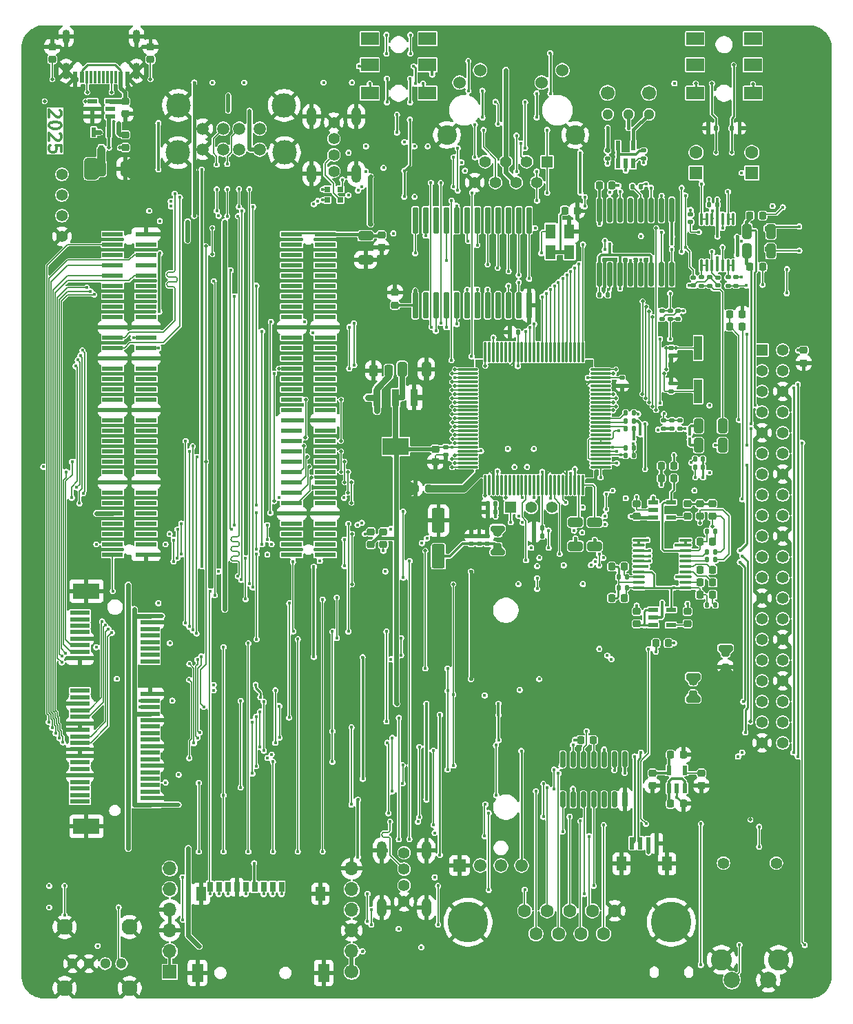
<source format=gtl>
G04 #@! TF.GenerationSoftware,KiCad,Pcbnew,9.0.0*
G04 #@! TF.CreationDate,2025-03-14T14:49:40-04:00*
G04 #@! TF.ProjectId,MiniCamel_long_rev.A,4d696e69-4361-46d6-956c-5f6c6f6e675f,2.1*
G04 #@! TF.SameCoordinates,PX16e3600PY6052340*
G04 #@! TF.FileFunction,Copper,L1,Top*
G04 #@! TF.FilePolarity,Positive*
%FSLAX46Y46*%
G04 Gerber Fmt 4.6, Leading zero omitted, Abs format (unit mm)*
G04 Created by KiCad (PCBNEW 9.0.0) date 2025-03-14 14:49:40*
%MOMM*%
%LPD*%
G01*
G04 APERTURE LIST*
G04 Aperture macros list*
%AMRoundRect*
0 Rectangle with rounded corners*
0 $1 Rounding radius*
0 $2 $3 $4 $5 $6 $7 $8 $9 X,Y pos of 4 corners*
0 Add a 4 corners polygon primitive as box body*
4,1,4,$2,$3,$4,$5,$6,$7,$8,$9,$2,$3,0*
0 Add four circle primitives for the rounded corners*
1,1,$1+$1,$2,$3*
1,1,$1+$1,$4,$5*
1,1,$1+$1,$6,$7*
1,1,$1+$1,$8,$9*
0 Add four rect primitives between the rounded corners*
20,1,$1+$1,$2,$3,$4,$5,0*
20,1,$1+$1,$4,$5,$6,$7,0*
20,1,$1+$1,$6,$7,$8,$9,0*
20,1,$1+$1,$8,$9,$2,$3,0*%
G04 Aperture macros list end*
%ADD10C,0.300000*%
G04 #@! TA.AperFunction,NonConductor*
%ADD11C,0.300000*%
G04 #@! TD*
G04 #@! TA.AperFunction,SMDPad,CuDef*
%ADD12RoundRect,0.250000X0.650000X-0.325000X0.650000X0.325000X-0.650000X0.325000X-0.650000X-0.325000X0*%
G04 #@! TD*
G04 #@! TA.AperFunction,SMDPad,CuDef*
%ADD13RoundRect,0.225000X-0.225000X-0.250000X0.225000X-0.250000X0.225000X0.250000X-0.225000X0.250000X0*%
G04 #@! TD*
G04 #@! TA.AperFunction,SMDPad,CuDef*
%ADD14RoundRect,0.140000X-0.170000X0.140000X-0.170000X-0.140000X0.170000X-0.140000X0.170000X0.140000X0*%
G04 #@! TD*
G04 #@! TA.AperFunction,SMDPad,CuDef*
%ADD15RoundRect,0.140000X0.140000X0.170000X-0.140000X0.170000X-0.140000X-0.170000X0.140000X-0.170000X0*%
G04 #@! TD*
G04 #@! TA.AperFunction,SMDPad,CuDef*
%ADD16RoundRect,0.225000X-0.250000X0.225000X-0.250000X-0.225000X0.250000X-0.225000X0.250000X0.225000X0*%
G04 #@! TD*
G04 #@! TA.AperFunction,ComponentPad*
%ADD17C,2.000000*%
G04 #@! TD*
G04 #@! TA.AperFunction,ComponentPad*
%ADD18C,2.600000*%
G04 #@! TD*
G04 #@! TA.AperFunction,ComponentPad*
%ADD19R,1.600000X1.600000*%
G04 #@! TD*
G04 #@! TA.AperFunction,ComponentPad*
%ADD20C,1.600000*%
G04 #@! TD*
G04 #@! TA.AperFunction,SMDPad,CuDef*
%ADD21RoundRect,0.225000X0.225000X0.250000X-0.225000X0.250000X-0.225000X-0.250000X0.225000X-0.250000X0*%
G04 #@! TD*
G04 #@! TA.AperFunction,SMDPad,CuDef*
%ADD22RoundRect,0.135000X-0.135000X-0.185000X0.135000X-0.185000X0.135000X0.185000X-0.135000X0.185000X0*%
G04 #@! TD*
G04 #@! TA.AperFunction,SMDPad,CuDef*
%ADD23R,2.200000X1.600000*%
G04 #@! TD*
G04 #@! TA.AperFunction,SMDPad,CuDef*
%ADD24RoundRect,0.135000X-0.185000X0.135000X-0.185000X-0.135000X0.185000X-0.135000X0.185000X0.135000X0*%
G04 #@! TD*
G04 #@! TA.AperFunction,SMDPad,CuDef*
%ADD25RoundRect,0.135000X0.185000X-0.135000X0.185000X0.135000X-0.185000X0.135000X-0.185000X-0.135000X0*%
G04 #@! TD*
G04 #@! TA.AperFunction,SMDPad,CuDef*
%ADD26RoundRect,0.100000X-0.100000X0.637500X-0.100000X-0.637500X0.100000X-0.637500X0.100000X0.637500X0*%
G04 #@! TD*
G04 #@! TA.AperFunction,SMDPad,CuDef*
%ADD27RoundRect,0.225000X0.250000X-0.225000X0.250000X0.225000X-0.250000X0.225000X-0.250000X-0.225000X0*%
G04 #@! TD*
G04 #@! TA.AperFunction,SMDPad,CuDef*
%ADD28RoundRect,0.162500X0.162500X-1.462500X0.162500X1.462500X-0.162500X1.462500X-0.162500X-1.462500X0*%
G04 #@! TD*
G04 #@! TA.AperFunction,SMDPad,CuDef*
%ADD29R,0.600000X1.200000*%
G04 #@! TD*
G04 #@! TA.AperFunction,SMDPad,CuDef*
%ADD30RoundRect,0.200000X-0.200000X-0.275000X0.200000X-0.275000X0.200000X0.275000X-0.200000X0.275000X0*%
G04 #@! TD*
G04 #@! TA.AperFunction,SMDPad,CuDef*
%ADD31RoundRect,0.140000X0.170000X-0.140000X0.170000X0.140000X-0.170000X0.140000X-0.170000X-0.140000X0*%
G04 #@! TD*
G04 #@! TA.AperFunction,ComponentPad*
%ADD32C,1.397000*%
G04 #@! TD*
G04 #@! TA.AperFunction,ComponentPad*
%ADD33C,1.300000*%
G04 #@! TD*
G04 #@! TA.AperFunction,ComponentPad*
%ADD34C,1.700000*%
G04 #@! TD*
G04 #@! TA.AperFunction,SMDPad,CuDef*
%ADD35R,1.200000X0.600000*%
G04 #@! TD*
G04 #@! TA.AperFunction,SMDPad,CuDef*
%ADD36R,1.000000X3.000000*%
G04 #@! TD*
G04 #@! TA.AperFunction,ComponentPad*
%ADD37R,1.700000X1.700000*%
G04 #@! TD*
G04 #@! TA.AperFunction,ComponentPad*
%ADD38O,1.700000X1.700000*%
G04 #@! TD*
G04 #@! TA.AperFunction,SMDPad,CuDef*
%ADD39RoundRect,0.140000X-0.140000X-0.170000X0.140000X-0.170000X0.140000X0.170000X-0.140000X0.170000X0*%
G04 #@! TD*
G04 #@! TA.AperFunction,SMDPad,CuDef*
%ADD40R,0.950000X2.150000*%
G04 #@! TD*
G04 #@! TA.AperFunction,SMDPad,CuDef*
%ADD41R,3.250000X2.150000*%
G04 #@! TD*
G04 #@! TA.AperFunction,SMDPad,CuDef*
%ADD42RoundRect,0.135000X0.135000X0.185000X-0.135000X0.185000X-0.135000X-0.185000X0.135000X-0.185000X0*%
G04 #@! TD*
G04 #@! TA.AperFunction,SMDPad,CuDef*
%ADD43RoundRect,0.100000X0.637500X0.100000X-0.637500X0.100000X-0.637500X-0.100000X0.637500X-0.100000X0*%
G04 #@! TD*
G04 #@! TA.AperFunction,SMDPad,CuDef*
%ADD44R,2.400000X0.600000*%
G04 #@! TD*
G04 #@! TA.AperFunction,SMDPad,CuDef*
%ADD45R,3.200000X1.900000*%
G04 #@! TD*
G04 #@! TA.AperFunction,SMDPad,CuDef*
%ADD46RoundRect,0.162500X0.162500X-1.337500X0.162500X1.337500X-0.162500X1.337500X-0.162500X-1.337500X0*%
G04 #@! TD*
G04 #@! TA.AperFunction,ComponentPad*
%ADD47R,1.530000X1.530000*%
G04 #@! TD*
G04 #@! TA.AperFunction,ComponentPad*
%ADD48C,1.550000*%
G04 #@! TD*
G04 #@! TA.AperFunction,SMDPad,CuDef*
%ADD49RoundRect,0.250000X0.550000X-1.250000X0.550000X1.250000X-0.550000X1.250000X-0.550000X-1.250000X0*%
G04 #@! TD*
G04 #@! TA.AperFunction,SMDPad,CuDef*
%ADD50RoundRect,0.075000X-0.075000X1.162500X-0.075000X-1.162500X0.075000X-1.162500X0.075000X1.162500X0*%
G04 #@! TD*
G04 #@! TA.AperFunction,SMDPad,CuDef*
%ADD51RoundRect,0.075000X-1.162500X0.075000X-1.162500X-0.075000X1.162500X-0.075000X1.162500X0.075000X0*%
G04 #@! TD*
G04 #@! TA.AperFunction,ComponentPad*
%ADD52R,1.397000X1.397000*%
G04 #@! TD*
G04 #@! TA.AperFunction,SMDPad,CuDef*
%ADD53R,0.700000X0.700000*%
G04 #@! TD*
G04 #@! TA.AperFunction,ComponentPad*
%ADD54C,1.420000*%
G04 #@! TD*
G04 #@! TA.AperFunction,ComponentPad*
%ADD55O,1.250000X2.250000*%
G04 #@! TD*
G04 #@! TA.AperFunction,SMDPad,CuDef*
%ADD56R,1.300000X1.800000*%
G04 #@! TD*
G04 #@! TA.AperFunction,SMDPad,CuDef*
%ADD57R,1.200000X1.800000*%
G04 #@! TD*
G04 #@! TA.AperFunction,SMDPad,CuDef*
%ADD58R,0.600000X1.550000*%
G04 #@! TD*
G04 #@! TA.AperFunction,ComponentPad*
%ADD59R,1.408000X1.408000*%
G04 #@! TD*
G04 #@! TA.AperFunction,ComponentPad*
%ADD60C,1.408000*%
G04 #@! TD*
G04 #@! TA.AperFunction,ComponentPad*
%ADD61C,1.530000*%
G04 #@! TD*
G04 #@! TA.AperFunction,ComponentPad*
%ADD62C,2.400000*%
G04 #@! TD*
G04 #@! TA.AperFunction,SMDPad,CuDef*
%ADD63RoundRect,0.200000X0.275000X-0.200000X0.275000X0.200000X-0.275000X0.200000X-0.275000X-0.200000X0*%
G04 #@! TD*
G04 #@! TA.AperFunction,SMDPad,CuDef*
%ADD64R,2.600000X0.630000*%
G04 #@! TD*
G04 #@! TA.AperFunction,SMDPad,CuDef*
%ADD65R,0.600000X1.440000*%
G04 #@! TD*
G04 #@! TA.AperFunction,SMDPad,CuDef*
%ADD66R,0.300000X1.500000*%
G04 #@! TD*
G04 #@! TA.AperFunction,ComponentPad*
%ADD67O,0.900000X2.000000*%
G04 #@! TD*
G04 #@! TA.AperFunction,ComponentPad*
%ADD68O,0.900000X1.700000*%
G04 #@! TD*
G04 #@! TA.AperFunction,SMDPad,CuDef*
%ADD69RoundRect,0.250000X0.325000X0.650000X-0.325000X0.650000X-0.325000X-0.650000X0.325000X-0.650000X0*%
G04 #@! TD*
G04 #@! TA.AperFunction,SMDPad,CuDef*
%ADD70RoundRect,0.150000X-0.150000X0.825000X-0.150000X-0.825000X0.150000X-0.825000X0.150000X0.825000X0*%
G04 #@! TD*
G04 #@! TA.AperFunction,SMDPad,CuDef*
%ADD71R,0.700000X1.300000*%
G04 #@! TD*
G04 #@! TA.AperFunction,SMDPad,CuDef*
%ADD72R,1.400000X2.200000*%
G04 #@! TD*
G04 #@! TA.AperFunction,SMDPad,CuDef*
%ADD73R,1.200000X1.700000*%
G04 #@! TD*
G04 #@! TA.AperFunction,SMDPad,CuDef*
%ADD74RoundRect,0.250000X0.250000X0.475000X-0.250000X0.475000X-0.250000X-0.475000X0.250000X-0.475000X0*%
G04 #@! TD*
G04 #@! TA.AperFunction,SMDPad,CuDef*
%ADD75RoundRect,0.250000X-0.325000X-0.650000X0.325000X-0.650000X0.325000X0.650000X-0.325000X0.650000X0*%
G04 #@! TD*
G04 #@! TA.AperFunction,ComponentPad*
%ADD76C,1.500000*%
G04 #@! TD*
G04 #@! TA.AperFunction,ComponentPad*
%ADD77C,3.000000*%
G04 #@! TD*
G04 #@! TA.AperFunction,ComponentPad*
%ADD78C,5.000000*%
G04 #@! TD*
G04 #@! TA.AperFunction,SMDPad,CuDef*
%ADD79RoundRect,0.250000X-0.650000X0.325000X-0.650000X-0.325000X0.650000X-0.325000X0.650000X0.325000X0*%
G04 #@! TD*
G04 #@! TA.AperFunction,ComponentPad*
%ADD80C,1.950000*%
G04 #@! TD*
G04 #@! TA.AperFunction,ViaPad*
%ADD81C,0.450000*%
G04 #@! TD*
G04 #@! TA.AperFunction,ViaPad*
%ADD82C,0.460000*%
G04 #@! TD*
G04 #@! TA.AperFunction,ViaPad*
%ADD83C,0.600000*%
G04 #@! TD*
G04 #@! TA.AperFunction,Conductor*
%ADD84C,0.180000*%
G04 #@! TD*
G04 #@! TA.AperFunction,Conductor*
%ADD85C,0.127000*%
G04 #@! TD*
G04 #@! TA.AperFunction,Conductor*
%ADD86C,0.250000*%
G04 #@! TD*
G04 #@! TA.AperFunction,Conductor*
%ADD87C,0.200000*%
G04 #@! TD*
G04 #@! TA.AperFunction,Conductor*
%ADD88C,0.400000*%
G04 #@! TD*
G04 #@! TA.AperFunction,Conductor*
%ADD89C,0.360000*%
G04 #@! TD*
G04 #@! TA.AperFunction,Conductor*
%ADD90C,0.600000*%
G04 #@! TD*
G04 #@! TA.AperFunction,Conductor*
%ADD91C,0.500000*%
G04 #@! TD*
G04 #@! TA.AperFunction,Conductor*
%ADD92C,0.700000*%
G04 #@! TD*
G04 #@! TA.AperFunction,Conductor*
%ADD93C,0.300000*%
G04 #@! TD*
G04 #@! TA.AperFunction,Conductor*
%ADD94C,0.900000*%
G04 #@! TD*
G04 #@! TA.AperFunction,Conductor*
%ADD95C,1.000000*%
G04 #@! TD*
G04 #@! TA.AperFunction,Conductor*
%ADD96C,0.350000*%
G04 #@! TD*
G04 #@! TA.AperFunction,Conductor*
%ADD97C,0.800000*%
G04 #@! TD*
G04 APERTURE END LIST*
D10*
D11*
X20586314Y59206918D02*
X20657742Y59135490D01*
X20657742Y59135490D02*
X20729171Y58992632D01*
X20729171Y58992632D02*
X20729171Y58635490D01*
X20729171Y58635490D02*
X20657742Y58492632D01*
X20657742Y58492632D02*
X20586314Y58421204D01*
X20586314Y58421204D02*
X20443457Y58349775D01*
X20443457Y58349775D02*
X20300600Y58349775D01*
X20300600Y58349775D02*
X20086314Y58421204D01*
X20086314Y58421204D02*
X19229171Y59278347D01*
X19229171Y59278347D02*
X19229171Y58349775D01*
X20729171Y57421204D02*
X20729171Y57278347D01*
X20729171Y57278347D02*
X20657742Y57135490D01*
X20657742Y57135490D02*
X20586314Y57064061D01*
X20586314Y57064061D02*
X20443457Y56992633D01*
X20443457Y56992633D02*
X20157742Y56921204D01*
X20157742Y56921204D02*
X19800600Y56921204D01*
X19800600Y56921204D02*
X19514885Y56992633D01*
X19514885Y56992633D02*
X19372028Y57064061D01*
X19372028Y57064061D02*
X19300600Y57135490D01*
X19300600Y57135490D02*
X19229171Y57278347D01*
X19229171Y57278347D02*
X19229171Y57421204D01*
X19229171Y57421204D02*
X19300600Y57564061D01*
X19300600Y57564061D02*
X19372028Y57635490D01*
X19372028Y57635490D02*
X19514885Y57706919D01*
X19514885Y57706919D02*
X19800600Y57778347D01*
X19800600Y57778347D02*
X20157742Y57778347D01*
X20157742Y57778347D02*
X20443457Y57706919D01*
X20443457Y57706919D02*
X20586314Y57635490D01*
X20586314Y57635490D02*
X20657742Y57564061D01*
X20657742Y57564061D02*
X20729171Y57421204D01*
X20586314Y56349776D02*
X20657742Y56278348D01*
X20657742Y56278348D02*
X20729171Y56135490D01*
X20729171Y56135490D02*
X20729171Y55778348D01*
X20729171Y55778348D02*
X20657742Y55635490D01*
X20657742Y55635490D02*
X20586314Y55564062D01*
X20586314Y55564062D02*
X20443457Y55492633D01*
X20443457Y55492633D02*
X20300600Y55492633D01*
X20300600Y55492633D02*
X20086314Y55564062D01*
X20086314Y55564062D02*
X19229171Y56421205D01*
X19229171Y56421205D02*
X19229171Y55492633D01*
X20729171Y54135491D02*
X20729171Y54849777D01*
X20729171Y54849777D02*
X20014885Y54921205D01*
X20014885Y54921205D02*
X20086314Y54849777D01*
X20086314Y54849777D02*
X20157742Y54706919D01*
X20157742Y54706919D02*
X20157742Y54349777D01*
X20157742Y54349777D02*
X20086314Y54206919D01*
X20086314Y54206919D02*
X20014885Y54135491D01*
X20014885Y54135491D02*
X19872028Y54064062D01*
X19872028Y54064062D02*
X19514885Y54064062D01*
X19514885Y54064062D02*
X19372028Y54135491D01*
X19372028Y54135491D02*
X19300600Y54206919D01*
X19300600Y54206919D02*
X19229171Y54349777D01*
X19229171Y54349777D02*
X19229171Y54706919D01*
X19229171Y54706919D02*
X19300600Y54849777D01*
X19300600Y54849777D02*
X19372028Y54921205D01*
D12*
X83900000Y5635000D03*
X83900000Y8585000D03*
D13*
X95595000Y-19990000D03*
X97145000Y-19990000D03*
D14*
X73064871Y6910000D03*
X73064871Y5950000D03*
D15*
X74070000Y10830000D03*
X73110000Y10830000D03*
D16*
X100710000Y10860000D03*
X100710000Y9310000D03*
D17*
X103108524Y-47670025D03*
X107608524Y-47670025D03*
D18*
X101858524Y-45170025D03*
X108858524Y-45170025D03*
D19*
X98740000Y51500000D03*
D20*
X98740000Y54000000D03*
D21*
X86075000Y-18180000D03*
X84525000Y-18180000D03*
D22*
X100060000Y-1590000D03*
X101080000Y-1590000D03*
D15*
X99585000Y16325000D03*
X98625000Y16325000D03*
D23*
X58620000Y64780000D03*
X65720000Y64780000D03*
X58620000Y67980000D03*
X65720000Y67980000D03*
X58620000Y61280000D03*
X65720000Y61280000D03*
D24*
X87840000Y54250000D03*
X87840000Y53230000D03*
D16*
X111950000Y29695000D03*
X111950000Y28145000D03*
D25*
X96740000Y20070000D03*
X96740000Y21090000D03*
D14*
X67940000Y17830000D03*
X67940000Y16870000D03*
D22*
X90050000Y22020000D03*
X91070000Y22020000D03*
D25*
X92300000Y53230000D03*
X92300000Y54250000D03*
D13*
X88340000Y3120000D03*
X89890000Y3120000D03*
D15*
X76820000Y31960000D03*
X75860000Y31960000D03*
D26*
X103290090Y45862500D03*
X102640090Y45862500D03*
X101990090Y45862500D03*
X101340090Y45862500D03*
X100690090Y45862500D03*
X100040090Y45862500D03*
X99390090Y45862500D03*
X99390090Y40137500D03*
X100040090Y40137500D03*
X100690090Y40137500D03*
X101340090Y40137500D03*
X101990090Y40137500D03*
X102640090Y40137500D03*
X103290090Y40137500D03*
D27*
X97675000Y9310000D03*
X97675000Y10860000D03*
D28*
X64220000Y35240000D03*
X65490000Y35240000D03*
X66760000Y35240000D03*
X68030000Y35240000D03*
X69300000Y35240000D03*
X70570000Y35240000D03*
X71840000Y35240000D03*
X73110000Y35240000D03*
X74380000Y35240000D03*
X75650000Y35240000D03*
X76920000Y35240000D03*
X78190000Y35240000D03*
X78190000Y45690000D03*
X76920000Y45690000D03*
X75650000Y45690000D03*
X74380000Y45690000D03*
X73110000Y45690000D03*
X71840000Y45690000D03*
X70570000Y45690000D03*
X69300000Y45690000D03*
X68030000Y45690000D03*
X66760000Y45690000D03*
X65490000Y45690000D03*
X64220000Y45690000D03*
D24*
X103650000Y38670000D03*
X103650000Y37650000D03*
D29*
X89120000Y52640000D03*
X90070000Y52640000D03*
X91020000Y52640000D03*
X91020000Y54840000D03*
X89120000Y54840000D03*
D30*
X64205000Y12740000D03*
X65855000Y12740000D03*
D31*
X95680000Y29020000D03*
X95680000Y29980000D03*
D27*
X61720000Y35255000D03*
X61720000Y36805000D03*
D32*
X20800000Y43710000D03*
X20800000Y46250000D03*
X20800000Y48790000D03*
X20800000Y51330000D03*
D33*
X92930000Y58710000D03*
X90390000Y58710000D03*
X87850000Y58710000D03*
D34*
X92930000Y61330000D03*
X87850000Y61330000D03*
D35*
X93447500Y-2185000D03*
X93447500Y-3135000D03*
X93447500Y-4085000D03*
X95647500Y-4085000D03*
X95647500Y-2185000D03*
X93447500Y11035000D03*
X93447500Y10085000D03*
X93447500Y9135000D03*
X95647500Y9135000D03*
X95647500Y11035000D03*
D15*
X99585000Y15350000D03*
X98625000Y15350000D03*
D14*
X98060000Y46420000D03*
X98060000Y45460000D03*
D27*
X31687500Y65445000D03*
X31687500Y66995000D03*
D21*
X89895000Y-710000D03*
X88345000Y-710000D03*
X96000000Y15510000D03*
X94450000Y15510000D03*
D27*
X28600000Y58745000D03*
X28600000Y60295000D03*
D23*
X98610000Y64780000D03*
X105710000Y64780000D03*
X98610000Y67980000D03*
X105710000Y67980000D03*
X98610000Y61280000D03*
X105710000Y61280000D03*
D13*
X102865000Y34150000D03*
X104415000Y34150000D03*
D36*
X98970000Y24660000D03*
X98970000Y30000000D03*
D37*
X34057270Y-46659968D03*
D38*
X34057270Y-44119968D03*
X34057270Y-41579968D03*
X34057270Y-39039968D03*
X34057270Y-36499968D03*
X34057270Y-33959968D03*
D34*
X56407270Y-46659968D03*
D38*
X56407270Y-44119968D03*
X56407270Y-41579968D03*
X56407270Y-39039968D03*
X56407270Y-36499968D03*
X56407270Y-33959968D03*
D24*
X95540000Y34570000D03*
X95540000Y33550000D03*
D39*
X73110000Y9850000D03*
X74070000Y9850000D03*
D27*
X97675000Y-3910000D03*
X97675000Y-2360000D03*
D14*
X101380000Y38620000D03*
X101380000Y37660000D03*
D40*
X64110000Y23910000D03*
X61810000Y23910000D03*
D41*
X61810000Y17860000D03*
D40*
X59510000Y23910000D03*
D42*
X90200000Y550000D03*
X89180000Y550000D03*
D21*
X96000000Y13990000D03*
X94450000Y13990000D03*
D39*
X90080000Y16770000D03*
X91040000Y16770000D03*
D22*
X100060000Y3970000D03*
X101080000Y3970000D03*
D21*
X88385000Y49960000D03*
X86835000Y49960000D03*
D43*
X97410000Y550000D03*
X97410000Y1200000D03*
X97410000Y1850000D03*
X97410000Y2500000D03*
X97410000Y3150000D03*
X97410000Y3800000D03*
X97410000Y4450000D03*
X97410000Y5100000D03*
X97410000Y5750000D03*
X97410000Y6400000D03*
X91685000Y6400000D03*
X91685000Y5750000D03*
X91685000Y5100000D03*
X91685000Y4450000D03*
X91685000Y3800000D03*
X91685000Y3150000D03*
X91685000Y2500000D03*
X91685000Y1850000D03*
X91685000Y1200000D03*
X91685000Y550000D03*
D44*
X23010000Y-2530000D03*
X31610000Y-2930000D03*
X23010000Y-3330000D03*
X31610000Y-3730000D03*
X23010000Y-4130000D03*
X31610000Y-4530000D03*
X23010000Y-4930000D03*
X31610000Y-5330000D03*
X23010000Y-5730000D03*
X31610000Y-6130000D03*
X23010000Y-6530000D03*
X31610000Y-6930000D03*
X23010000Y-7330000D03*
X31610000Y-7730000D03*
X23010000Y-8130000D03*
X31610000Y-8530000D03*
X23010000Y-12130000D03*
X31610000Y-12530000D03*
X23010000Y-12930000D03*
X31610000Y-13330000D03*
X23010000Y-13730000D03*
X31610000Y-14130000D03*
X23010000Y-14530000D03*
X31610000Y-14930000D03*
X23010000Y-15330000D03*
X31610000Y-15730000D03*
X23010000Y-16130000D03*
X31610000Y-16530000D03*
X23010000Y-16930000D03*
X31610000Y-17330000D03*
X23010000Y-17730000D03*
X31610000Y-18130000D03*
X23010000Y-18530000D03*
X31610000Y-18930000D03*
X23010000Y-19330000D03*
X31610000Y-19730000D03*
X23010000Y-20130000D03*
X31610000Y-20530000D03*
X23010000Y-20930000D03*
X31610000Y-21330000D03*
X23010000Y-21730000D03*
X31610000Y-22130000D03*
X23010000Y-22530000D03*
X31610000Y-22930000D03*
X23010000Y-23330000D03*
X31610000Y-23730000D03*
X23010000Y-24130000D03*
X31610000Y-24530000D03*
X23010000Y-24930000D03*
X31610000Y-25330000D03*
X23010000Y-25730000D03*
X31610000Y-26130000D03*
D45*
X23810000Y120000D03*
X23810000Y-28780000D03*
D46*
X86855000Y39050000D03*
X88125000Y39050000D03*
X89395000Y39050000D03*
X90665000Y39050000D03*
X91935000Y39050000D03*
X93205000Y39050000D03*
X94475000Y39050000D03*
X95745000Y39050000D03*
X95745000Y46950000D03*
X94475000Y46950000D03*
X93205000Y46950000D03*
X91935000Y46950000D03*
X90665000Y46950000D03*
X89395000Y46950000D03*
X88125000Y46950000D03*
X86855000Y46950000D03*
D27*
X91420000Y-3910000D03*
X91420000Y-2360000D03*
D21*
X106890000Y46275000D03*
X105340000Y46275000D03*
D14*
X96530000Y34540000D03*
X96530000Y33580000D03*
D29*
X26590000Y56510000D03*
X25640000Y54310000D03*
X24690000Y56510000D03*
D32*
X102087600Y-33302400D03*
X108590000Y-33302400D03*
D27*
X91420000Y9310000D03*
X91420000Y10860000D03*
D47*
X69660000Y-33590000D03*
D48*
X72200000Y-33590000D03*
X74740000Y-33590000D03*
X77280000Y-33590000D03*
D21*
X106890000Y39950000D03*
X105340000Y39950000D03*
D49*
X67075000Y4404000D03*
X67075000Y8804000D03*
D27*
X60300000Y5850000D03*
X60300000Y7400000D03*
D39*
X78830000Y6900000D03*
X79790000Y6900000D03*
D50*
X84822500Y29492500D03*
X84322500Y29492500D03*
X83822500Y29492500D03*
X83322500Y29492500D03*
X82822500Y29492500D03*
X82322500Y29492500D03*
X81822500Y29492500D03*
X81322500Y29492500D03*
X80822500Y29492500D03*
X80322500Y29492500D03*
X79822500Y29492500D03*
X79322500Y29492500D03*
X78822500Y29492500D03*
X78322500Y29492500D03*
X77822500Y29492500D03*
X77322500Y29492500D03*
X76822500Y29492500D03*
X76322500Y29492500D03*
X75822500Y29492500D03*
X75322500Y29492500D03*
X74822500Y29492500D03*
X74322500Y29492500D03*
X73822500Y29492500D03*
X73322500Y29492500D03*
X72822500Y29492500D03*
D51*
X70660000Y27330000D03*
X70660000Y26830000D03*
X70660000Y26330000D03*
X70660000Y25830000D03*
X70660000Y25330000D03*
X70660000Y24830000D03*
X70660000Y24330000D03*
X70660000Y23830000D03*
X70660000Y23330000D03*
X70660000Y22830000D03*
X70660000Y22330000D03*
X70660000Y21830000D03*
X70660000Y21330000D03*
X70660000Y20830000D03*
X70660000Y20330000D03*
X70660000Y19830000D03*
X70660000Y19330000D03*
X70660000Y18830000D03*
X70660000Y18330000D03*
X70660000Y17830000D03*
X70660000Y17330000D03*
X70660000Y16830000D03*
X70660000Y16330000D03*
X70660000Y15830000D03*
X70660000Y15330000D03*
D50*
X72822500Y13167500D03*
X73322500Y13167500D03*
X73822500Y13167500D03*
X74322500Y13167500D03*
X74822500Y13167500D03*
X75322500Y13167500D03*
X75822500Y13167500D03*
X76322500Y13167500D03*
X76822500Y13167500D03*
X77322500Y13167500D03*
X77822500Y13167500D03*
X78322500Y13167500D03*
X78822500Y13167500D03*
X79322500Y13167500D03*
X79822500Y13167500D03*
X80322500Y13167500D03*
X80822500Y13167500D03*
X81322500Y13167500D03*
X81822500Y13167500D03*
X82322500Y13167500D03*
X82822500Y13167500D03*
X83322500Y13167500D03*
X83822500Y13167500D03*
X84322500Y13167500D03*
X84822500Y13167500D03*
D51*
X86985000Y15330000D03*
X86985000Y15830000D03*
X86985000Y16330000D03*
X86985000Y16830000D03*
X86985000Y17330000D03*
X86985000Y17830000D03*
X86985000Y18330000D03*
X86985000Y18830000D03*
X86985000Y19330000D03*
X86985000Y19830000D03*
X86985000Y20330000D03*
X86985000Y20830000D03*
X86985000Y21330000D03*
X86985000Y21830000D03*
X86985000Y22330000D03*
X86985000Y22830000D03*
X86985000Y23330000D03*
X86985000Y23830000D03*
X86985000Y24330000D03*
X86985000Y24830000D03*
X86985000Y25330000D03*
X86985000Y25830000D03*
X86985000Y26330000D03*
X86985000Y26830000D03*
X86985000Y27330000D03*
D42*
X91930000Y49820000D03*
X90910000Y49820000D03*
D52*
X106830000Y29730000D03*
D32*
X109370000Y29730000D03*
X106830000Y27190000D03*
X109370000Y27190000D03*
X106830000Y24650000D03*
X109370000Y24650000D03*
X106830000Y22110000D03*
X109370000Y22110000D03*
X106830000Y19570000D03*
X109370000Y19570000D03*
X106830000Y17030000D03*
X109370000Y17030000D03*
X106830000Y14490000D03*
X109370000Y14490000D03*
X106830000Y11950000D03*
X109370000Y11950000D03*
X106830000Y9410000D03*
X109370000Y9410000D03*
X106830000Y6870000D03*
X109370000Y6870000D03*
X106830000Y4330000D03*
X109370000Y4330000D03*
X106830000Y1790000D03*
X109370000Y1790000D03*
X106830000Y-750000D03*
X109370000Y-750000D03*
X106830000Y-3290000D03*
X109370000Y-3290000D03*
X106830000Y-5830000D03*
X109370000Y-5830000D03*
X106830000Y-8370000D03*
X109370000Y-8370000D03*
X106830000Y-10910000D03*
X109370000Y-10910000D03*
X106830000Y-13450000D03*
X109370000Y-13450000D03*
X106830000Y-15990000D03*
X109370000Y-15990000D03*
X106830000Y-18530000D03*
X109370000Y-18530000D03*
D27*
X19602500Y65445000D03*
X19602500Y66995000D03*
D14*
X71084871Y6910000D03*
X71084871Y5950000D03*
D22*
X90050000Y20040000D03*
X91070000Y20040000D03*
D53*
X55012500Y48178203D03*
X53412500Y48178203D03*
X53412500Y49478203D03*
X55012500Y49478203D03*
D52*
X75940000Y10400000D03*
D32*
X78480000Y10400000D03*
X81020000Y10400000D03*
D54*
X62837500Y-32038000D03*
X62837500Y-34038000D03*
X62837500Y-36038000D03*
X62837500Y-38038000D03*
D55*
X65572500Y-31768000D03*
X65572500Y-38768000D03*
X60102500Y-31768000D03*
X60102500Y-38768000D03*
D56*
X83160000Y41790000D03*
X83160000Y44330000D03*
X80860000Y44330000D03*
X80860000Y41790000D03*
D57*
X95170000Y-33380000D03*
D58*
X93870000Y-30855000D03*
D57*
X89570000Y-33380000D03*
D58*
X92870000Y-30855000D03*
X91870000Y-30855000D03*
X90870000Y-30855000D03*
D59*
X80420000Y52870000D03*
D60*
X79150000Y50330000D03*
X77880000Y52870000D03*
X76610000Y50330000D03*
X75340000Y52870000D03*
X74070000Y50330000D03*
X72800000Y52870000D03*
X71530000Y50330000D03*
D61*
X82300000Y64120000D03*
X79760000Y62600000D03*
X72190000Y64120000D03*
X69650000Y62600000D03*
D62*
X83850000Y56170000D03*
X68100000Y56170000D03*
D15*
X101198533Y57000000D03*
X100238533Y57000000D03*
D13*
X99225000Y1190000D03*
X100775000Y1190000D03*
D35*
X24540000Y60310000D03*
X24540000Y59360000D03*
X24540000Y58410000D03*
X26740000Y58410000D03*
X26740000Y59360000D03*
X26740000Y60310000D03*
D63*
X74335000Y5605000D03*
X74335000Y7255000D03*
D64*
X27030000Y43970000D03*
X31130000Y43970000D03*
X27030000Y42700000D03*
X31130000Y42700000D03*
X27030000Y41430000D03*
X31130000Y41430000D03*
X27030000Y40160000D03*
X31130000Y40160000D03*
X27030000Y38890000D03*
X31130000Y38890000D03*
X27030000Y37620000D03*
X31130000Y37620000D03*
X27030000Y36350000D03*
X31130000Y36350000D03*
X27030000Y35080000D03*
X31130000Y35080000D03*
X27030000Y33810000D03*
X31130000Y33810000D03*
X27030000Y32540000D03*
X31130000Y32540000D03*
X27030000Y31270000D03*
X31130000Y31270000D03*
X27030000Y30000000D03*
X31130000Y30000000D03*
X27030000Y28730000D03*
X31130000Y28730000D03*
X27030000Y27460000D03*
X31130000Y27460000D03*
X27030000Y26190000D03*
X31130000Y26190000D03*
X27030000Y24920000D03*
X31130000Y24920000D03*
X27030000Y23650000D03*
X31130000Y23650000D03*
X27030000Y22380000D03*
X31130000Y22380000D03*
X27030000Y21110000D03*
X31130000Y21110000D03*
X27030000Y19840000D03*
X31130000Y19840000D03*
X27030000Y18570000D03*
X31130000Y18570000D03*
X27030000Y17300000D03*
X31130000Y17300000D03*
X27030000Y16030000D03*
X31130000Y16030000D03*
X27030000Y14760000D03*
X31130000Y14760000D03*
X27030000Y13490000D03*
X31130000Y13490000D03*
X27030000Y12220000D03*
X31130000Y12220000D03*
X27030000Y10950000D03*
X31130000Y10950000D03*
X27030000Y9680000D03*
X31130000Y9680000D03*
X27030000Y8410000D03*
X31130000Y8410000D03*
X27030000Y7140000D03*
X31130000Y7140000D03*
X27030000Y5870000D03*
X31130000Y5870000D03*
X27030000Y4600000D03*
X31130000Y4600000D03*
X49030000Y43970000D03*
X53130000Y43970000D03*
X49030000Y42700000D03*
X53130000Y42700000D03*
X49030000Y41430000D03*
X53130000Y41430000D03*
X49030000Y40160000D03*
X53130000Y40160000D03*
X49030000Y38890000D03*
X53130000Y38890000D03*
X49030000Y37620000D03*
X53130000Y37620000D03*
X49030000Y36350000D03*
X53130000Y36350000D03*
X49030000Y35080000D03*
X53130000Y35080000D03*
X49030000Y33810000D03*
X53130000Y33810000D03*
X49030000Y32540000D03*
X53130000Y32530000D03*
X49030000Y31270000D03*
X53130000Y31270000D03*
X49030000Y30000000D03*
X53130000Y30000000D03*
X49030000Y28730000D03*
X53130000Y28730000D03*
X49030000Y27460000D03*
X53130000Y27460000D03*
X49030000Y26190000D03*
X53130000Y26190000D03*
X49030000Y24920000D03*
X53130000Y24920000D03*
X49030000Y23650000D03*
X53130000Y23650000D03*
X49030000Y22380000D03*
X53130000Y22380000D03*
X49030000Y21110000D03*
X53130000Y21110000D03*
X49030000Y19840000D03*
X53130000Y19840000D03*
X49030000Y18570000D03*
X53130000Y18570000D03*
X49030000Y17300000D03*
X53130000Y17300000D03*
X49030000Y16030000D03*
X53130000Y16030000D03*
X49030000Y14760000D03*
X53130000Y14760000D03*
X49030000Y13490000D03*
X53130000Y13490000D03*
X49030000Y12220000D03*
X53130000Y12220000D03*
X49030000Y10950000D03*
X53130000Y10950000D03*
X49030000Y9680000D03*
X53130000Y9680000D03*
X49030000Y8410000D03*
X53130000Y8410000D03*
X49030000Y7140000D03*
X53130000Y7140000D03*
X49030000Y5870000D03*
X53130000Y5870000D03*
X49030000Y4600000D03*
X53130000Y4600000D03*
D13*
X99225000Y-340000D03*
X100775000Y-340000D03*
D65*
X28845000Y63260000D03*
X28045000Y63260000D03*
D66*
X26895000Y63290000D03*
X25895000Y63290000D03*
X25395000Y63290000D03*
X24395000Y63290000D03*
D65*
X23245000Y63260000D03*
X22445000Y63260000D03*
D66*
X23895000Y63290000D03*
X24895000Y63290000D03*
X26395000Y63290000D03*
X27395000Y63290000D03*
D67*
X29970000Y64040000D03*
D68*
X29970000Y68220000D03*
D67*
X21320000Y64040000D03*
D68*
X21320000Y68220000D03*
D16*
X99190000Y10860000D03*
X99190000Y9310000D03*
D14*
X72074871Y6910000D03*
X72074871Y5950000D03*
D69*
X101975000Y18050000D03*
X99025000Y18050000D03*
D16*
X99380000Y-22225000D03*
X99380000Y-23775000D03*
D22*
X100060000Y7470000D03*
X101080000Y7470000D03*
D24*
X94760000Y21090000D03*
X94760000Y20070000D03*
D70*
X89950000Y-20525000D03*
X88680000Y-20525000D03*
X87410000Y-20525000D03*
X86140000Y-20525000D03*
X84870000Y-20525000D03*
X83600000Y-20525000D03*
X82330000Y-20525000D03*
X82330000Y-25475000D03*
X83600000Y-25475000D03*
X84870000Y-25475000D03*
X86140000Y-25475000D03*
X87410000Y-25475000D03*
X88680000Y-25475000D03*
X89950000Y-25475000D03*
D27*
X98360000Y-12535000D03*
X98360000Y-10985000D03*
D71*
X47780000Y-36230000D03*
X46680000Y-36230000D03*
X45580000Y-36230000D03*
X44480000Y-36230000D03*
X43380000Y-36230000D03*
X42280000Y-36230000D03*
X41180000Y-36230000D03*
X40080000Y-36230000D03*
X38980000Y-36230000D03*
D72*
X37460000Y-46780000D03*
D73*
X37880000Y-37080000D03*
X52560000Y-37080000D03*
D72*
X52980000Y-46780000D03*
D22*
X100310000Y47590000D03*
X101330000Y47590000D03*
D13*
X99225000Y6200000D03*
X100775000Y6200000D03*
D12*
X86260000Y5635000D03*
X86260000Y8585000D03*
D29*
X95420000Y-24100000D03*
X96370000Y-24100000D03*
X97320000Y-24100000D03*
X97320000Y-21900000D03*
X95420000Y-21900000D03*
D69*
X101975000Y20425000D03*
X99025000Y20425000D03*
D25*
X99390000Y37650000D03*
X99390000Y38670000D03*
D74*
X60980000Y27230000D03*
X59080000Y27230000D03*
D16*
X66680000Y17545000D03*
X66680000Y15995000D03*
D75*
X104975000Y44325000D03*
X107925000Y44325000D03*
D24*
X95750000Y21090000D03*
X95750000Y20070000D03*
D76*
X45110000Y54350000D03*
X42610000Y54350000D03*
X40610000Y54350000D03*
X38110000Y54350000D03*
X45110000Y56950000D03*
X42610000Y56950000D03*
X40610000Y56950000D03*
X38110000Y56950000D03*
D77*
X48160000Y54000000D03*
X48110000Y59800000D03*
X35110000Y59800000D03*
X35060000Y54000000D03*
D22*
X89180000Y1860000D03*
X90200000Y1860000D03*
D75*
X104975000Y41900000D03*
X107925000Y41900000D03*
D16*
X58760000Y7400000D03*
X58760000Y5850000D03*
D14*
X95670000Y25630000D03*
X95670000Y24670000D03*
D75*
X25635000Y52030000D03*
X28585000Y52030000D03*
X62610000Y27400000D03*
X65560000Y27400000D03*
D13*
X82575000Y46870000D03*
X84125000Y46870000D03*
D27*
X93360000Y-23775000D03*
X93360000Y-22225000D03*
X28601429Y54635000D03*
X28601429Y56185000D03*
D22*
X100060000Y4950000D03*
X101080000Y4950000D03*
D16*
X60060000Y43894618D03*
X60060000Y42344618D03*
D63*
X102320000Y-9180000D03*
X102320000Y-7530000D03*
D22*
X90050000Y21030000D03*
X91070000Y21030000D03*
D39*
X103121467Y57000000D03*
X104081467Y57000000D03*
D20*
X77660000Y-39150000D03*
X80430000Y-39150000D03*
X83200000Y-39150000D03*
X85970000Y-39150000D03*
X88740000Y-39150000D03*
X79045000Y-41990000D03*
X81815000Y-41990000D03*
X84585000Y-41990000D03*
X87355000Y-41990000D03*
D78*
X95695000Y-40570000D03*
X70705000Y-40570000D03*
D14*
X89660000Y26320000D03*
X89660000Y25360000D03*
D15*
X91040000Y17750000D03*
X90080000Y17750000D03*
D21*
X95322500Y-6262500D03*
X93772500Y-6262500D03*
D15*
X79790000Y7920000D03*
X78830000Y7920000D03*
D79*
X58120000Y43780000D03*
X58120000Y40830000D03*
D25*
X102650000Y37650000D03*
X102650000Y38670000D03*
D54*
X54212500Y51698000D03*
X54212500Y53698000D03*
X54212500Y55698000D03*
X54212500Y57698000D03*
D55*
X51477500Y51428000D03*
X51477500Y58428000D03*
X56947500Y51428000D03*
X56947500Y58428000D03*
D13*
X95595000Y-26010000D03*
X97145000Y-26010000D03*
D14*
X98400000Y38620000D03*
X98400000Y37660000D03*
D13*
X99225000Y2720000D03*
X100775000Y2720000D03*
D24*
X100390000Y38670000D03*
X100390000Y37650000D03*
D19*
X105580000Y51500000D03*
D20*
X105580000Y54000000D03*
D33*
X22120000Y-45650000D03*
X24120000Y-45650000D03*
X26120000Y-45650000D03*
X28120000Y-45650000D03*
D80*
X21120000Y-48650000D03*
X29120000Y-48650000D03*
X29120000Y-41150000D03*
X21120000Y-41150000D03*
D14*
X94550000Y34540000D03*
X94550000Y33580000D03*
D21*
X104415000Y32620000D03*
X102865000Y32620000D03*
D42*
X87870000Y36530000D03*
X86850000Y36530000D03*
D81*
X102630000Y49190000D03*
X89400000Y49190000D03*
X45390000Y32060000D03*
X45390000Y5870000D03*
X46570000Y5870000D03*
X49030000Y5870000D03*
X87420000Y-19340000D03*
X46570000Y-19950000D03*
X46060000Y-20390000D03*
X46470000Y33200000D03*
X44710000Y5290000D03*
X49030000Y4600000D03*
X88680000Y-21880000D03*
X46040000Y4610000D03*
X44710000Y9740000D03*
X46420000Y9750000D03*
X50590000Y33210000D03*
X90670000Y40760000D03*
X68020000Y40760000D03*
X91940000Y43740000D03*
X65490000Y43790000D03*
X91930000Y40830000D03*
X87520000Y43170000D03*
X95740000Y42090000D03*
X70700000Y43150000D03*
X87520000Y42090000D03*
X79700000Y41640000D03*
X64210000Y41630000D03*
X94480000Y44210000D03*
X69300000Y47470000D03*
X99390000Y50140000D03*
X92570000Y50140000D03*
X36886848Y-4680310D03*
X36870000Y17930000D03*
D82*
X27030000Y18570000D03*
D81*
X26512532Y-4534995D03*
X36000000Y-3810000D03*
D82*
X31130000Y18570000D03*
D81*
X36000000Y18570000D03*
X25730217Y-3614534D03*
X26918981Y-4981782D03*
X37389518Y16590482D03*
X37329716Y-5091024D03*
D82*
X27030000Y17300000D03*
X31130000Y17300000D03*
D81*
X36454284Y-4258757D03*
X26120000Y-4075933D03*
X36460000Y17300000D03*
D82*
X27030000Y16030000D03*
D81*
X22040000Y16030000D03*
X38230000Y-14100000D03*
D82*
X38500000Y42480000D03*
X31130000Y16030000D03*
X38520000Y16030000D03*
D81*
X30380000Y-14100000D03*
D82*
X27030000Y14760000D03*
D81*
X21330000Y14760000D03*
D82*
X105710000Y64780000D03*
X103121467Y54008533D03*
X98610000Y64780000D03*
X103340000Y64750000D03*
D81*
X34999000Y7710000D03*
X52820000Y-31880000D03*
X43360000Y-860000D03*
X43370000Y4200000D03*
X52820000Y-920000D03*
X34980000Y4190000D03*
X27030000Y8410000D03*
X44720000Y4670000D03*
X35470000Y4660000D03*
X35460000Y8410000D03*
X49790000Y-31890000D03*
X49790000Y-5780000D03*
X44720000Y-5790000D03*
X31130000Y8410000D03*
X54040000Y-4840000D03*
X46730000Y-20840000D03*
X85270000Y-17079000D03*
X49180000Y3720000D03*
X34530000Y6390000D03*
X54040000Y-20850000D03*
X54040000Y-17090000D03*
X34510000Y3750000D03*
X46740000Y-31890000D03*
X27030000Y7140000D03*
X49220907Y-4816737D03*
X43700000Y-31890000D03*
X34030000Y7140000D03*
X43710000Y-6288290D03*
X31130000Y7140000D03*
X34060000Y-6270000D03*
X25020000Y5870000D03*
X74160000Y-24950000D03*
X40650000Y-6760000D03*
X27030000Y5870000D03*
X40660000Y-24950000D03*
X25030000Y-6770000D03*
X83600000Y-18770000D03*
X40660000Y-31890000D03*
X74130000Y-18820000D03*
X37620000Y-31890000D03*
X31130000Y5870000D03*
X33529804Y-23400000D03*
X37620000Y-23420000D03*
X33530000Y5870000D03*
D82*
X101180000Y54000000D03*
X105710000Y62440000D03*
X100680000Y62500000D03*
X98670000Y62500000D03*
D81*
X96000000Y16830000D03*
X89460000Y16830000D03*
X57770000Y-22940000D03*
X57750000Y-44147000D03*
X32650000Y51930000D03*
X96410000Y-22960000D03*
X37970000Y51920000D03*
X51750000Y3130000D03*
X51750000Y-7950000D03*
D82*
X25430000Y56510000D03*
D81*
X32650000Y57620000D03*
D82*
X27750000Y60310000D03*
X27750000Y57620000D03*
D81*
X57750000Y-7989000D03*
X37963000Y3190000D03*
D82*
X26890000Y61400000D03*
X31687500Y63000000D03*
D81*
X72460000Y61580000D03*
X70740000Y65260000D03*
X72470000Y58320000D03*
X70740000Y61580000D03*
X80810000Y61260000D03*
X79140000Y58330000D03*
X80790000Y66240000D03*
X79130000Y61260000D03*
D82*
X19602500Y63000000D03*
X23900000Y61400000D03*
D81*
X99320000Y-28460000D03*
X99300000Y-45800000D03*
X92900000Y-6990000D03*
X86830000Y-6980000D03*
X92570000Y-28460000D03*
X47780000Y-37110000D03*
X46680000Y-37110000D03*
X45580000Y-37110000D03*
X68700000Y17830000D03*
X58700000Y51030000D03*
X36250000Y45520000D03*
X61919000Y-13709000D03*
X29700000Y-2140000D03*
X83820000Y-18180000D03*
X35130000Y-26130000D03*
X74440000Y-15085000D03*
X44415000Y-33320000D03*
X35130000Y-22440000D03*
X74450000Y-18190000D03*
X40810000Y-2140000D03*
X57170000Y-32560000D03*
X33090000Y-2930000D03*
X61839000Y-2151000D03*
X36240000Y43230000D03*
X75340000Y62540000D03*
X57180000Y-25490000D03*
X75350000Y64120000D03*
X74440000Y-13710000D03*
X72750000Y-12690000D03*
X40820000Y45520000D03*
X58710000Y45200000D03*
X65590000Y-13710000D03*
X29700000Y-15270000D03*
X65590000Y-25480000D03*
X43390000Y-37110000D03*
X41180000Y-37110000D03*
X40080000Y-37110000D03*
X41120000Y52600000D03*
X39810000Y52520000D03*
X64135000Y48579000D03*
X85050000Y47390000D03*
X109860000Y36730000D03*
X85050000Y48530000D03*
X108120000Y47430000D03*
X109890000Y39670000D03*
X62870000Y55290000D03*
X95540000Y36710000D03*
X95540000Y31090000D03*
X94050000Y19940000D03*
X94300000Y23220000D03*
X94290000Y31090000D03*
X89250000Y19850000D03*
D82*
X95080000Y29980000D03*
X96280000Y29980000D03*
X95080000Y27390000D03*
X88883049Y27326561D03*
D81*
X98625000Y14090000D03*
X86985000Y14085000D03*
D82*
X94790000Y26830000D03*
X88570000Y26830000D03*
D81*
X88975000Y15830000D03*
X98120000Y15900000D03*
X27050000Y130000D03*
X38970000Y-37110000D03*
X39030000Y121000D03*
D83*
X30105000Y51200000D03*
D81*
X63280000Y12740000D03*
X96370000Y-25235000D03*
X23010000Y-9160000D03*
X63280000Y12135997D03*
X47020000Y-10650000D03*
X34160000Y-21330000D03*
X22450000Y61730000D03*
X21500000Y-13740000D03*
D82*
X95670000Y27440000D03*
D83*
X30105000Y52880000D03*
D81*
X63280000Y13344003D03*
X112210000Y57590000D03*
X29370000Y61690000D03*
X101715997Y-10090000D03*
X111960000Y24640000D03*
X95710000Y-44700000D03*
X102320000Y-10090000D03*
X34360000Y-18920000D03*
X49030000Y21110000D03*
X78922500Y4882500D03*
X35345000Y-3050000D03*
X34500000Y-25330000D03*
X31130000Y13490000D03*
X72310000Y17350000D03*
X53130000Y21110000D03*
X49030000Y32540000D03*
X34380000Y-15720000D03*
X102924003Y-10090000D03*
X100240000Y57590000D03*
X21580000Y-22530000D03*
X23810000Y-28780000D03*
X24440000Y-5730000D03*
X104710000Y57000000D03*
X67940000Y14880000D03*
X29560000Y32530000D03*
X112580000Y57000000D03*
D83*
X30105000Y52020000D03*
D81*
X104465000Y34150000D03*
D83*
X58370000Y23910000D03*
D81*
X98964003Y-13300000D03*
X64220000Y37060000D03*
D83*
X24040000Y52030000D03*
X24040000Y52850000D03*
D81*
X64960000Y-43630000D03*
X58120000Y43780000D03*
X92350000Y-4085000D03*
X92870000Y-31990000D03*
X56435000Y62607500D03*
X27540000Y-10650000D03*
D83*
X59510000Y22280000D03*
D81*
X34360000Y-13350000D03*
X25190000Y-43480000D03*
X89120000Y53770000D03*
D83*
X24040000Y51170000D03*
D82*
X74345000Y4830000D03*
D81*
X111270000Y29695000D03*
X97755997Y-13300000D03*
X87850000Y57040000D03*
X31530000Y46850000D03*
D82*
X73760997Y4830000D03*
D81*
X93450000Y11630000D03*
X98360000Y-13300000D03*
X90400000Y57030000D03*
X90710000Y9310000D03*
X77050000Y-12010000D03*
X52950000Y62607500D03*
D82*
X74929003Y4830000D03*
D81*
X82020000Y41790000D03*
X104330000Y51510000D03*
X104330000Y43125000D03*
X60780000Y-18520000D03*
X73220000Y-27160000D03*
X47030000Y-12060000D03*
X39450000Y-12060000D03*
X73230000Y-36590000D03*
X60931000Y-27170000D03*
X77670000Y-36560000D03*
X47020000Y-18520000D03*
X42760000Y-24010000D03*
X80430000Y-24000000D03*
X42760000Y-13360000D03*
X79950000Y-23540000D03*
X62670000Y-23520000D03*
X62680000Y-21270000D03*
X79960000Y-27590000D03*
X83190000Y-27590000D03*
X44651000Y-21391000D03*
X44660000Y-15310000D03*
X72830000Y-26080000D03*
X85570000Y-30000000D03*
X72751000Y-29990000D03*
X56380000Y-16602500D03*
X56370000Y-26100000D03*
X47520000Y-14010000D03*
X61400000Y-17900000D03*
X61400000Y-24470000D03*
X79050000Y-24470000D03*
X47530000Y-17880000D03*
X44210000Y-22280000D03*
X81810000Y-22270000D03*
X44170000Y-15980000D03*
X45120000Y-19030000D03*
X64710000Y-19010000D03*
X64720000Y-27640000D03*
X84520000Y-28120000D03*
X45130000Y-14680000D03*
X87367938Y-28623779D03*
X45610000Y-19480000D03*
X66460000Y-28610000D03*
X45610000Y-13480000D03*
X66460000Y-19490000D03*
X111410000Y41940000D03*
X111400000Y44930000D03*
X100370000Y22950000D03*
X100370000Y14680000D03*
X105970000Y22950000D03*
X83310000Y14596000D03*
X83822500Y15120000D03*
X92450000Y15110000D03*
X92450000Y20660000D03*
X105463089Y20702874D03*
X94770000Y21910000D03*
X91610000Y21890000D03*
X77810000Y32040000D03*
X66750000Y32090000D03*
X84820000Y42700000D03*
X71840000Y42640000D03*
X83330000Y39410000D03*
X75675000Y39415000D03*
X80810000Y37160000D03*
X73100000Y37180000D03*
X78320000Y32490000D03*
X68040000Y32530000D03*
X83820000Y39840000D03*
X74340000Y39840000D03*
X84320000Y40290000D03*
X73110000Y40270000D03*
X76920000Y38960000D03*
X82850000Y38960000D03*
X76930000Y38070000D03*
X81810000Y38060000D03*
X82320000Y38510000D03*
X78210000Y38510000D03*
X80330000Y36710000D03*
X71840000Y37210000D03*
X70570000Y37160000D03*
X79820000Y36260000D03*
X69320000Y32930000D03*
X78830000Y32940000D03*
X75670000Y37610000D03*
X81310000Y37610000D03*
X67240000Y-32290000D03*
X67240000Y-15040000D03*
X77240000Y-19500000D03*
X90070000Y11530000D03*
X80830000Y11530000D03*
X90070000Y51790000D03*
X72600000Y56770000D03*
X56710000Y27900000D03*
X67350000Y50280000D03*
X56680000Y33050000D03*
X22730000Y28510000D03*
X22600000Y12860000D03*
X67350000Y33060000D03*
X31130000Y12220000D03*
X76650000Y56100000D03*
X79140000Y51670000D03*
X76650000Y51670000D03*
X27030000Y10950000D03*
X68670000Y48100000D03*
X23070000Y29060000D03*
X22950000Y10900000D03*
X79180000Y48100000D03*
X68670000Y28480000D03*
X22490000Y27770000D03*
X66220000Y32570000D03*
X77230000Y55140000D03*
X56110000Y27470000D03*
X31130000Y10950000D03*
X66140412Y50290412D03*
X22000000Y11600000D03*
X56120000Y32570000D03*
D82*
X18680000Y60320000D03*
D81*
X19240000Y-38734419D03*
X27770000Y-38734419D03*
D82*
X23710000Y60310000D03*
D81*
X65455085Y-9375000D03*
D82*
X53130000Y5870000D03*
D81*
X60300000Y5070000D03*
X83600000Y-24170000D03*
X81280000Y-21810000D03*
X34187426Y47406621D03*
X51750000Y47670000D03*
X68180000Y-12130000D03*
D82*
X65455085Y5070000D03*
D81*
X68180000Y-9375000D03*
X81290000Y-24170000D03*
X68180000Y-21810000D03*
D82*
X56447000Y968000D03*
X68890000Y968000D03*
X53130000Y7140000D03*
D81*
X58030000Y7150000D03*
X82170000Y-21350000D03*
X68920000Y-21320000D03*
X34160000Y48010000D03*
D82*
X56470000Y7150000D03*
D81*
X68890000Y-12580000D03*
X52230000Y48050000D03*
X41240000Y61025000D03*
X41235000Y59130000D03*
X43845000Y59130000D03*
X106480000Y-28842400D03*
X106480000Y-31272400D03*
X98060000Y46950000D03*
X100700000Y46850000D03*
X90665000Y46950000D03*
X86860000Y45250000D03*
X101990000Y44740000D03*
X93200000Y49660000D03*
X96950000Y49660000D03*
X100690000Y41830000D03*
X96940000Y41830000D03*
X97410000Y42340000D03*
X101980000Y42389000D03*
X94490000Y48720000D03*
X97410000Y48720000D03*
X89950000Y-22210000D03*
X93360000Y-22225000D03*
X96010000Y-6260000D03*
X96020000Y550000D03*
X91880000Y19379000D03*
X97925000Y19379000D03*
X66590000Y-29580000D03*
X66610000Y-35040000D03*
X82330000Y-29410000D03*
X86140000Y-36090000D03*
X58820000Y-39039968D03*
X67020000Y-40840000D03*
X58814588Y-40863612D03*
X67010000Y-36090000D03*
X58350000Y-37060000D03*
X35640000Y-40250000D03*
X35620000Y-35040000D03*
X85000000Y-37070000D03*
X58340000Y-40490000D03*
X91040000Y18810000D03*
X97925000Y18774997D03*
X30380000Y-13330000D03*
X39450000Y-11400000D03*
X44600000Y-11410000D03*
X45180000Y-12910000D03*
D82*
X27900000Y54590000D03*
X26590000Y54590000D03*
D81*
X80420000Y56780000D03*
X23420000Y12160000D03*
X71140000Y28960000D03*
X80420000Y49070000D03*
X71220000Y49060000D03*
X23320000Y29700000D03*
X27030000Y12220000D03*
X32840000Y41650000D03*
X32750000Y34450000D03*
X32830000Y45590000D03*
X20920000Y-18464570D03*
X20480000Y-17940000D03*
X37710000Y-17260000D03*
X21259118Y-7485278D03*
X31130000Y40160000D03*
X24766438Y36554420D03*
X37909849Y-7904490D03*
X19610000Y-16660000D03*
X37451086Y-8297371D03*
X24310000Y36950000D03*
X27030000Y41430000D03*
X37460000Y-17910000D03*
X20820000Y-7900000D03*
X19170000Y-15950000D03*
X41110000Y46200000D03*
X42430000Y1970000D03*
X41120000Y49500000D03*
X42430000Y46200000D03*
X42939691Y46878524D03*
X39830000Y49500000D03*
X39820000Y46850000D03*
X42825110Y1513154D03*
X43820000Y49500000D03*
X43819420Y1032994D03*
X44270000Y47350000D03*
X44230000Y590000D03*
X42550000Y47340000D03*
X42550000Y49510000D03*
X86320000Y3770000D03*
X77830000Y3910000D03*
X85820000Y3320000D03*
X82670000Y11020000D03*
X82450000Y3300000D03*
X87320000Y4210000D03*
X79460000Y4220000D03*
X78822500Y11582500D03*
X86820000Y3280000D03*
X81960000Y4680000D03*
X86820000Y4680000D03*
X55510000Y6460000D03*
X46030000Y8230000D03*
X41934916Y8239269D03*
X46030000Y6470000D03*
X55500000Y3210000D03*
X42000000Y36360000D03*
X79190000Y3200000D03*
X31130000Y36350000D03*
X44710000Y37650000D03*
X79190000Y410000D03*
X79190000Y1710000D03*
X62738000Y9880000D03*
X44710000Y10710000D03*
X31130000Y37620000D03*
X62738000Y1778000D03*
X62500000Y-5630000D03*
X39460000Y38210000D03*
X87820000Y-7790000D03*
X54590000Y-5630000D03*
X62500000Y-7760000D03*
X27030000Y35080000D03*
X54580000Y-670000D03*
X39580000Y-400000D03*
X41615000Y7705000D03*
X41550000Y39530000D03*
X27030000Y36350000D03*
X61160000Y7760000D03*
X88320000Y-8240000D03*
X61180000Y-8240000D03*
X91940000Y-19710000D03*
X110690000Y25110000D03*
X110690000Y-19710000D03*
X104380000Y-19710000D03*
X111230000Y25520000D03*
X103870000Y-20214000D03*
X91170000Y-20200000D03*
X111230000Y-20200000D03*
X103960000Y21171874D03*
X104410000Y4450000D03*
X104790000Y-17250000D03*
X93000000Y4450000D03*
X104540000Y-13450000D03*
X104095000Y3695000D03*
X93000000Y3800000D03*
X104940000Y15570000D03*
X93000000Y5100000D03*
X104110000Y5100000D03*
X104380000Y11420000D03*
X77366250Y11596250D03*
X87675000Y10180000D03*
X87675000Y12065000D03*
X20030000Y-17340000D03*
X23840000Y37400000D03*
X20797317Y-8638732D03*
X36470000Y-8830000D03*
X37010000Y-18560000D03*
X31130000Y42700000D03*
D82*
X99190000Y8510000D03*
D81*
X75940000Y8570000D03*
X87550000Y8330000D03*
X84810000Y10390000D03*
D82*
X100698067Y8092351D03*
D81*
X84730000Y7320000D03*
X89390000Y37290000D03*
X97745997Y-10220000D03*
X84490000Y49090000D03*
X98520000Y12470000D03*
X101340000Y43680000D03*
X56000000Y48770000D03*
X101330000Y48240000D03*
X95740000Y42750000D03*
X84480000Y53980000D03*
X98954003Y-10220000D03*
X88481000Y12470000D03*
X103740000Y43680000D03*
X95745000Y43690000D03*
X88140000Y42750000D03*
X88480000Y17830000D03*
X88140000Y49090000D03*
X98350000Y-10220000D03*
X103740000Y41400000D03*
X56015500Y53980000D03*
D82*
X74913006Y7930000D03*
D81*
X74320000Y14840000D03*
X79820000Y14770000D03*
X76830000Y27760000D03*
D82*
X73745000Y7930000D03*
D81*
X74090000Y9270000D03*
D82*
X74329003Y7930000D03*
D81*
X85410000Y26330000D03*
X112079000Y-43360000D03*
X104050000Y-43350000D03*
X111750000Y18330000D03*
D82*
X68750000Y15330000D03*
X53130000Y10950000D03*
X56390000Y10980000D03*
X56391000Y13510000D03*
X51449000Y14080000D03*
X69054311Y15833066D03*
X68744389Y16331584D03*
X55980000Y12240000D03*
X53130000Y12220000D03*
X55970500Y14760000D03*
X69070000Y16820000D03*
X51195000Y15410000D03*
X55550000Y13500000D03*
X69086505Y18329374D03*
X55530500Y16040000D03*
X53130000Y13490000D03*
X50941000Y16650000D03*
X68780000Y18830000D03*
X55110000Y17280000D03*
X55110000Y14760000D03*
X53130000Y14760000D03*
X69089131Y19329533D03*
D81*
X74070000Y60230000D03*
X71550000Y57450000D03*
X68940000Y53420000D03*
X68930000Y49810000D03*
X57650000Y8500000D03*
X71550000Y53420000D03*
X74380000Y57540000D03*
X49030000Y7140000D03*
X57650000Y49810000D03*
D82*
X50530000Y17934999D03*
X68776963Y19826648D03*
X53130000Y19840000D03*
X68767990Y21826650D03*
X49030000Y19840000D03*
X69080254Y21329595D03*
X69080605Y20329016D03*
X55110000Y23640000D03*
X53130000Y23650000D03*
X55080000Y18578500D03*
X49030000Y23650000D03*
X50740000Y23650000D03*
X68773376Y20829198D03*
X50730000Y18990000D03*
D81*
X87840000Y52650000D03*
X64130000Y54770000D03*
X65750000Y54770000D03*
X106900000Y37750000D03*
X58150000Y54780000D03*
X104250000Y38670000D03*
X99070000Y44240000D03*
X88960000Y17299000D03*
X60680000Y68459000D03*
X80600000Y5440000D03*
X91420000Y-1670000D03*
X63610000Y68459000D03*
X80590000Y7570000D03*
X102928006Y-6720000D03*
X87985000Y37165000D03*
X91420000Y11660000D03*
X100710000Y10860000D03*
X92770000Y6400000D03*
X93772500Y-7320000D03*
X96070000Y62500000D03*
X60680000Y66170000D03*
X101720000Y-6720000D03*
X89170000Y49960000D03*
X58620000Y67980000D03*
X102324003Y-6720000D03*
X99585000Y14090000D03*
X78480000Y5440000D03*
X99225000Y2720000D03*
X65720000Y67980000D03*
X97860000Y37660000D03*
X58140000Y51680000D03*
X96260000Y5750000D03*
X88345000Y-710000D03*
X94450000Y13160000D03*
X92300000Y52750000D03*
X92710000Y3150000D03*
X63610000Y66170000D03*
X97670000Y-1430000D03*
X91022912Y18206239D03*
X98610000Y67980000D03*
X95260000Y20070000D03*
X97675000Y10860000D03*
X109380000Y47270000D03*
X100775000Y-340000D03*
X83730000Y7560000D03*
X94560000Y-1280000D03*
X97140000Y34540000D03*
X105710000Y67980000D03*
X101340000Y41100000D03*
X100310000Y48240000D03*
X100775000Y6210000D03*
X96340000Y1850000D03*
X49030000Y8410000D03*
X69420000Y49340000D03*
X77710000Y54570000D03*
X77710000Y60190000D03*
X57180000Y49340000D03*
X57105792Y8237974D03*
X69430000Y54540000D03*
X46860000Y26820000D03*
D82*
X75322500Y11580000D03*
X53130000Y27460000D03*
X46850000Y11160500D03*
X72822500Y11860000D03*
D81*
X55460000Y11580000D03*
D82*
X47450000Y27470000D03*
D81*
X47450000Y11580000D03*
D82*
X49030000Y31270000D03*
D81*
X73822500Y31270000D03*
D82*
X88884665Y22829792D03*
X53130000Y33810000D03*
X93395429Y33810000D03*
X93390000Y22830000D03*
X49030000Y33810000D03*
X92969500Y23330000D03*
X88577722Y23330150D03*
X92974929Y34440000D03*
X88887781Y23828583D03*
X92590000Y35070000D03*
X92554429Y23830000D03*
X53130000Y35080000D03*
X49030000Y35080000D03*
X92133929Y24330000D03*
X88571593Y24323151D03*
X92146878Y35730000D03*
X69070000Y22330000D03*
X53130000Y36350000D03*
X68764903Y22831871D03*
X49030000Y36350000D03*
X53130000Y37620000D03*
X69076713Y23329211D03*
X49030000Y37620000D03*
X68766636Y23827633D03*
X69067707Y24331546D03*
X53130000Y38890000D03*
X49030000Y38890000D03*
X68757559Y24829923D03*
X69066755Y25328892D03*
X53130000Y40160000D03*
X49030000Y40160000D03*
X68761761Y25830440D03*
D81*
X69070000Y26330000D03*
D82*
X53130000Y41430000D03*
X49030000Y41430000D03*
X68760000Y26830000D03*
X69070000Y27330000D03*
X53130000Y42700000D03*
X72820000Y27820000D03*
X49030000Y42700000D03*
D81*
X28950000Y-31480000D03*
X25080000Y9680000D03*
X28950000Y890000D03*
X36330000Y-31500000D03*
D83*
X37669998Y-43540000D03*
D81*
X40040000Y2540000D03*
X84810000Y990000D03*
X71050000Y-10680000D03*
X43190000Y62607500D03*
X37050000Y62610000D03*
X76900000Y990000D03*
X71050000Y2540000D03*
X39290000Y62607500D03*
X40060000Y46220000D03*
X79450000Y-10675000D03*
X60530000Y2550000D03*
X37040000Y46240000D03*
X31130000Y14760000D03*
X18500000Y15400000D03*
X19240000Y-36080000D03*
X21110000Y-39700000D03*
X21110000Y-36080000D03*
X36410000Y-10760000D03*
X36460000Y-20400000D03*
X32660000Y29990000D03*
X48730000Y-1370000D03*
X32660000Y-1350000D03*
X62200000Y-30380000D03*
X48710000Y-15420000D03*
X62200000Y-15460000D03*
X35295000Y48500000D03*
X52840000Y48180000D03*
X63500000Y-30350000D03*
X52480000Y3830000D03*
X51600000Y31890000D03*
X29610000Y31260000D03*
X63510000Y3830000D03*
X52840000Y49480000D03*
X34660000Y48970000D03*
X56000000Y-4840000D03*
D82*
X105410000Y-27962400D03*
D81*
X97360000Y20070000D03*
X60680000Y-4840000D03*
X56000000Y8410000D03*
X60680000Y-15900000D03*
X105500000Y20100000D03*
D82*
X105409000Y-15931000D03*
D81*
X53130000Y8410000D03*
D82*
X39280000Y44740000D03*
X93820000Y22350000D03*
D81*
X78950000Y44730000D03*
D82*
X39280000Y41530000D03*
X88550000Y22340000D03*
X93830000Y44740000D03*
D81*
X62170000Y-41370000D03*
X55250000Y50670000D03*
X64550000Y-28220000D03*
X61120000Y-28210000D03*
X104950000Y18050000D03*
X101100000Y18050000D03*
X104950000Y31710000D03*
X104890000Y37660000D03*
X76410000Y15370000D03*
X76911553Y9350000D03*
X69900000Y52780000D03*
X75590000Y17610000D03*
X60730000Y63090000D03*
X60730000Y60180000D03*
X70330000Y51770000D03*
X78790000Y17600000D03*
X77950000Y15380000D03*
X77380000Y8540000D03*
X87520000Y9350000D03*
X63570000Y60180000D03*
X63570000Y63060000D03*
X83900000Y6600000D03*
X65640000Y6600000D03*
X60320000Y52140000D03*
X61960000Y56480000D03*
X61970000Y58660000D03*
X61530000Y44070000D03*
X86260000Y6440000D03*
X65020000Y6020000D03*
X62865000Y51770000D03*
X63550000Y58050000D03*
X62865000Y48579000D03*
X57300000Y64620000D03*
X66290000Y63590000D03*
X64210000Y62459000D03*
X58620000Y62460000D03*
X65180000Y62459000D03*
X64020000Y64620000D03*
D84*
X102640090Y49179910D02*
X102640090Y45862500D01*
X102630000Y49190000D02*
X102640090Y49179910D01*
X89395000Y49185000D02*
X89395000Y46950000D01*
X103290090Y45862500D02*
X102640090Y45862500D01*
X89400000Y49190000D02*
X89395000Y49185000D01*
D85*
X87410000Y-19350000D02*
X87410000Y-20525000D01*
X46572500Y5867500D02*
X46570000Y5870000D01*
X87420000Y-19340000D02*
X87410000Y-19350000D01*
X45390000Y5870000D02*
X45390000Y32060000D01*
X46470000Y33200000D02*
X46480000Y33210000D01*
X46417500Y33147500D02*
X46470000Y33200000D01*
X46417500Y9752500D02*
X46417500Y33147500D01*
D86*
X88680000Y-21880000D02*
X88680000Y-20525000D01*
D85*
X44710000Y9740000D02*
X44710000Y5290000D01*
X46420000Y9750000D02*
X46417500Y9752500D01*
X46040000Y4610000D02*
X46060000Y4590000D01*
D84*
X68020000Y40760000D02*
X68030000Y40770000D01*
X90665000Y39050000D02*
X90665000Y40755000D01*
X68030000Y40770000D02*
X68030000Y45690000D01*
X90665000Y40755000D02*
X90670000Y40760000D01*
X91935000Y39050000D02*
X91935000Y40825000D01*
X65490000Y43790000D02*
X65490000Y45690000D01*
X91935000Y40825000D02*
X91930000Y40830000D01*
X70570000Y43180000D02*
X70570000Y45690000D01*
X87520000Y43170000D02*
X87520000Y42090000D01*
X95745000Y42085000D02*
X95740000Y42090000D01*
X70700000Y43150000D02*
X70600000Y43150000D01*
X70600000Y43150000D02*
X70570000Y43180000D01*
X95745000Y39050000D02*
X95745000Y42085000D01*
D87*
X79860000Y44330000D02*
X80860000Y44330000D01*
X64220000Y41680000D02*
X64220000Y45690000D01*
X64210000Y41630000D02*
X64210000Y41670000D01*
X79700000Y41640000D02*
X79700000Y44170000D01*
X64210000Y41670000D02*
X64220000Y41680000D01*
X79700000Y44170000D02*
X79860000Y44330000D01*
D84*
X94475000Y44205000D02*
X94475000Y39050000D01*
X69300000Y47470000D02*
X69300000Y45690000D01*
X94480000Y44210000D02*
X94475000Y44205000D01*
X99390090Y50139910D02*
X99390090Y45862500D01*
X99390090Y45862500D02*
X100040090Y45862500D01*
X92570000Y50140000D02*
X92250000Y50140000D01*
X99390000Y50140000D02*
X99390090Y50139910D01*
X92250000Y50140000D02*
X91930000Y49820000D01*
D87*
X91935000Y46950000D02*
X91935000Y48795000D01*
X91935000Y48795000D02*
X90910000Y49820000D01*
D88*
X91920000Y46965000D02*
X91935000Y46950000D01*
D85*
X36902500Y17897500D02*
X36902500Y-4664658D01*
X36902500Y-4664658D02*
X36886848Y-4680310D01*
X26178000Y-4869527D02*
X26178000Y-15889000D01*
X26512532Y-4534995D02*
X26178000Y-4869527D01*
X24337000Y-17730000D02*
X23010000Y-17730000D01*
X36870000Y17930000D02*
X36902500Y17897500D01*
X26178000Y-15889000D02*
X24337000Y-17730000D01*
X35990000Y-3800000D02*
X36000000Y-3810000D01*
X35990000Y18560000D02*
X35990000Y-3800000D01*
X25670000Y-12951000D02*
X24091000Y-14530000D01*
X25730217Y-3614534D02*
X25670000Y-3674751D01*
X24091000Y-14530000D02*
X23010000Y-14530000D01*
X36000000Y18570000D02*
X35990000Y18560000D01*
X25670000Y-3674751D02*
X25670000Y-12951000D01*
X37329716Y16530680D02*
X37389518Y16590482D01*
X26432000Y-16435000D02*
X24337000Y-18530000D01*
X37329716Y-5091024D02*
X37329716Y16530680D01*
X26918981Y-4981782D02*
X26432000Y-5468763D01*
X24337000Y-18530000D02*
X23010000Y-18530000D01*
X26432000Y-5468763D02*
X26432000Y-16435000D01*
X24091000Y-15330000D02*
X23010000Y-15330000D01*
X25924000Y-13497000D02*
X24091000Y-15330000D01*
X25924000Y-4271933D02*
X25924000Y-13497000D01*
X36454284Y17294284D02*
X36454284Y-4258757D01*
X36460000Y17300000D02*
X36454284Y17294284D01*
X26120000Y-4075933D02*
X25924000Y-4271933D01*
X22040000Y16030000D02*
X22040000Y14410000D01*
X21929000Y-6530000D02*
X23010000Y-6530000D01*
X22040000Y14410000D02*
X21246500Y13616500D01*
X21246500Y-5847500D02*
X21929000Y-6530000D01*
X21246500Y13616500D02*
X21246500Y-5847500D01*
D87*
X38504500Y16045500D02*
X38520000Y16030000D01*
X38230000Y-14100000D02*
X37808500Y-13678500D01*
X38500000Y42480000D02*
X38504500Y42475500D01*
X37808500Y-9591500D02*
X38520000Y-8880000D01*
X31580000Y-14100000D02*
X31610000Y-14130000D01*
X30380000Y-14100000D02*
X31580000Y-14100000D01*
X38504500Y42475500D02*
X38504500Y16045500D01*
X37808500Y-13678500D02*
X37808500Y-9591500D01*
X38520000Y-8880000D02*
X38520000Y16030000D01*
D85*
X20992500Y13721710D02*
X20992500Y-6393500D01*
X20992500Y-6393500D02*
X21929000Y-7330000D01*
X21929000Y-7330000D02*
X23010000Y-7330000D01*
X21330000Y14059210D02*
X20992500Y13721710D01*
X21330000Y14760000D02*
X21330000Y14059210D01*
D84*
X99390000Y38670000D02*
X99390000Y40137410D01*
D89*
X99390000Y40137410D02*
X99390090Y40137500D01*
D84*
X99390090Y40137500D02*
X100040090Y40137500D01*
X102640090Y40137500D02*
X102640090Y38679910D01*
X102640090Y38679910D02*
X102650000Y38670000D01*
X103290090Y40137500D02*
X102640090Y40137500D01*
D86*
X103339000Y58419000D02*
X103339000Y64749000D01*
X103121467Y58201467D02*
X103339000Y58419000D01*
X103121467Y54008533D02*
X103121467Y57000000D01*
X103130000Y54000000D02*
X103121467Y54008533D01*
X103339000Y64749000D02*
X103340000Y64750000D01*
X103121467Y57000000D02*
X103121467Y58201467D01*
D84*
X34999000Y7710000D02*
X34999000Y4209000D01*
D85*
X43360000Y4190000D02*
X43370000Y4200000D01*
X43360000Y-860000D02*
X43360000Y4190000D01*
X52820000Y-920000D02*
X52820000Y-31880000D01*
D84*
X43370000Y4200000D02*
X43340000Y4170000D01*
X44720000Y4670000D02*
X44720000Y-5790000D01*
X35470000Y8400000D02*
X35460000Y8410000D01*
X49790000Y-31890000D02*
X49790000Y-5780000D01*
X35470000Y4660000D02*
X35470000Y8400000D01*
D85*
X46740000Y-20850000D02*
X46730000Y-20840000D01*
X49220907Y-4816737D02*
X49180000Y-4775830D01*
D84*
X54040000Y-17090000D02*
X54040000Y-4840000D01*
X85280000Y-18740000D02*
X84860000Y-19160000D01*
D85*
X84860000Y-20515000D02*
X84870000Y-20525000D01*
D84*
X85270000Y-17079000D02*
X85280000Y-17089000D01*
X85280000Y-17089000D02*
X85280000Y-18740000D01*
D85*
X49180000Y-4775830D02*
X49180000Y3720000D01*
D84*
X84860000Y-19160000D02*
X84860000Y-20515000D01*
X54040000Y-17090000D02*
X54040000Y-20850000D01*
X46740000Y-31890000D02*
X46740000Y-20850000D01*
X34510000Y3750000D02*
X34510000Y6370000D01*
X34510000Y6370000D02*
X34530000Y6390000D01*
D85*
X43700000Y-6298290D02*
X43710000Y-6288290D01*
D84*
X43700000Y-31890000D02*
X43700000Y-6298290D01*
X74160000Y-18850000D02*
X74160000Y-24950000D01*
X40660000Y-31890000D02*
X40660000Y-24950000D01*
X83600000Y-20525000D02*
X83600000Y-18770000D01*
D85*
X40660000Y-6770000D02*
X40650000Y-6760000D01*
D84*
X74130000Y-18820000D02*
X74160000Y-18850000D01*
X40660000Y-24950000D02*
X40660000Y-6770000D01*
D87*
X37620000Y-31890000D02*
X37620000Y-23420000D01*
D86*
X100680000Y58740000D02*
X101198533Y58221467D01*
X101180000Y54000000D02*
X101198533Y54018533D01*
X98610000Y61280000D02*
X98670000Y61340000D01*
X101198533Y54018533D02*
X101198533Y57000000D01*
X100680000Y62500000D02*
X100680000Y58740000D01*
X98670000Y61340000D02*
X98670000Y62500000D01*
X105710000Y62440000D02*
X105710000Y61280000D01*
X101198533Y58221467D02*
X101198533Y57000000D01*
X96000000Y16830000D02*
X96000000Y15510000D01*
D84*
X90020000Y16830000D02*
X86985000Y16830000D01*
X90080000Y16770000D02*
X90020000Y16830000D01*
D90*
X27925000Y56235000D02*
X27750000Y56410000D01*
D89*
X97320000Y-23270000D02*
X97320000Y-24100000D01*
D86*
X23245000Y63260000D02*
X23245000Y64069749D01*
D89*
X32650000Y57620000D02*
X32650000Y51930000D01*
D86*
X27856000Y64264000D02*
X27856000Y64258749D01*
D89*
X57770000Y-44127000D02*
X57750000Y-44147000D01*
X37963000Y51913000D02*
X37970000Y51920000D01*
D91*
X28045000Y63260000D02*
X28045000Y61885000D01*
D89*
X37963000Y3190000D02*
X37963000Y51913000D01*
D91*
X28570000Y61360000D02*
X28570000Y60325000D01*
D86*
X28045000Y64069749D02*
X28045000Y63260000D01*
D90*
X28585000Y60310000D02*
X28600000Y60295000D01*
D86*
X23245000Y64069749D02*
X23925251Y64750000D01*
D89*
X95420000Y-23260000D02*
X95720000Y-22960000D01*
D91*
X28570000Y60325000D02*
X28585000Y60310000D01*
X28045000Y61885000D02*
X28570000Y61360000D01*
D90*
X25430000Y56510000D02*
X24690000Y56510000D01*
D89*
X51750000Y-7950000D02*
X51750000Y3130000D01*
D86*
X27370000Y64750000D02*
X27856000Y64264000D01*
D89*
X57750000Y-7989000D02*
X57770000Y-8009000D01*
X95720000Y-22960000D02*
X97010000Y-22960000D01*
D86*
X27856000Y64258749D02*
X28045000Y64069749D01*
D91*
X56407270Y-44119968D02*
X56407270Y-46659968D01*
D89*
X95420000Y-24100000D02*
X95420000Y-23260000D01*
D90*
X28601429Y56235000D02*
X27925000Y56235000D01*
D89*
X95420000Y-25835000D02*
X95420000Y-24100000D01*
D90*
X27750000Y56410000D02*
X27750000Y57620000D01*
X26740000Y60310000D02*
X28585000Y60310000D01*
D89*
X57770000Y-8009000D02*
X57770000Y-22940000D01*
X34057270Y-44119968D02*
X34057270Y-46659968D01*
X97010000Y-22960000D02*
X97320000Y-23270000D01*
D86*
X23925251Y64750000D02*
X27370000Y64750000D01*
D87*
X26890000Y61390000D02*
X26895000Y61395000D01*
X31687500Y63000000D02*
X31687500Y65395000D01*
X26895000Y61395000D02*
X26895000Y63290000D01*
D86*
X72470000Y61570000D02*
X72460000Y61580000D01*
X70740000Y65260000D02*
X70740000Y61580000D01*
X72470000Y58320000D02*
X72470000Y61570000D01*
X80790000Y66240000D02*
X80810000Y66220000D01*
X80810000Y66220000D02*
X80810000Y61260000D01*
X79140000Y61250000D02*
X79130000Y61260000D01*
X79140000Y58330000D02*
X79140000Y61250000D01*
D87*
X23895000Y61405000D02*
X23895000Y63290000D01*
X19602500Y63000000D02*
X19602500Y65395000D01*
X23900000Y61400000D02*
X23895000Y61405000D01*
D85*
X86140000Y-18195000D02*
X86125000Y-18180000D01*
D84*
X86140000Y-20540000D02*
X86140000Y-18195000D01*
D87*
X91923000Y-27813000D02*
X91923000Y-20782008D01*
X92890000Y-7000000D02*
X92900000Y-6990000D01*
X92890000Y-19810000D02*
X92890000Y-7000000D01*
X92195500Y-20504500D02*
X92890000Y-19810000D01*
X91923000Y-20782008D02*
X92195500Y-20509508D01*
X99300000Y-45800000D02*
X99300000Y-28480000D01*
X92570000Y-28460000D02*
X91923000Y-27813000D01*
X99300000Y-28480000D02*
X99320000Y-28460000D01*
X92195500Y-20509508D02*
X92195500Y-20504500D01*
X47780000Y-37110000D02*
X47780000Y-36230000D01*
X46680000Y-37110000D02*
X46680000Y-36230000D01*
X45580000Y-37110000D02*
X45580000Y-36230000D01*
D90*
X29700000Y-2920000D02*
X29710000Y-2930000D01*
D89*
X84475000Y-18180000D02*
X83820000Y-18180000D01*
D87*
X66965000Y17830000D02*
X66680000Y17545000D01*
D86*
X74440000Y-15085000D02*
X74440000Y-18180000D01*
D90*
X61839000Y17831000D02*
X61810000Y17860000D01*
X29710000Y-2930000D02*
X31610000Y-2930000D01*
X58674000Y45236000D02*
X58674000Y51004000D01*
X29730000Y-14930000D02*
X31610000Y-14930000D01*
D92*
X62610000Y23910000D02*
X62610000Y27400000D01*
D90*
X61839000Y-2151000D02*
X61839000Y6650000D01*
D87*
X67940000Y17830000D02*
X68700000Y17830000D01*
D90*
X75340000Y52870000D02*
X75340000Y51600000D01*
X61839000Y-13629000D02*
X61839000Y-2151000D01*
X75350000Y64120000D02*
X75350000Y62630000D01*
D91*
X35130000Y-26130000D02*
X31610000Y-26130000D01*
D85*
X44480000Y-36230000D02*
X44415000Y-36165000D01*
D90*
X58674000Y51004000D02*
X58700000Y51030000D01*
D93*
X44415000Y-36165000D02*
X44415000Y-33320000D01*
D90*
X61919000Y-13709000D02*
X61839000Y-13629000D01*
D92*
X61810000Y23910000D02*
X62610000Y23910000D01*
D90*
X29700000Y-2920000D02*
X29700000Y-15270000D01*
D84*
X58760000Y5800000D02*
X58760000Y5910000D01*
D90*
X61839000Y6650000D02*
X61839000Y17831000D01*
X36250000Y43240000D02*
X36240000Y43230000D01*
D88*
X59500000Y6650000D02*
X60300000Y7450000D01*
D89*
X65590000Y-13710000D02*
X65590000Y-25480000D01*
D90*
X75350000Y62630000D02*
X75340000Y62620000D01*
D88*
X59500000Y6650000D02*
X61839000Y6650000D01*
D90*
X29700000Y-2140000D02*
X29700000Y-2920000D01*
X29700000Y-26130000D02*
X31610000Y-26130000D01*
X75340000Y62620000D02*
X75340000Y62540000D01*
D92*
X61810000Y23910000D02*
X61810000Y17860000D01*
D90*
X58710000Y45200000D02*
X58674000Y45236000D01*
D91*
X33090000Y-2930000D02*
X31610000Y-2930000D01*
D87*
X67940000Y17830000D02*
X66965000Y17830000D01*
D90*
X40820000Y-2130000D02*
X40820000Y45520000D01*
D88*
X58760000Y5910000D02*
X59500000Y6650000D01*
D90*
X36250000Y45520000D02*
X36250000Y43240000D01*
D91*
X66680000Y17545000D02*
X62655000Y17545000D01*
D86*
X74440000Y-18180000D02*
X74450000Y-18190000D01*
D90*
X29700000Y-15270000D02*
X29700000Y-26130000D01*
D89*
X57180000Y-25490000D02*
X57170000Y-25500000D01*
D90*
X75340000Y51600000D02*
X76610000Y50330000D01*
D87*
X68700000Y17830000D02*
X70660000Y17830000D01*
D90*
X75340000Y52870000D02*
X75340000Y62540000D01*
D91*
X62655000Y17545000D02*
X62075000Y18125000D01*
D89*
X57170000Y-25500000D02*
X57170000Y-32560000D01*
X74440000Y-13710000D02*
X74440000Y-15085000D01*
D87*
X43390000Y-36240000D02*
X43380000Y-36230000D01*
X43390000Y-37110000D02*
X43390000Y-36240000D01*
X41180000Y-37110000D02*
X41180000Y-36230000D01*
X40080000Y-37110000D02*
X40080000Y-36230000D01*
D85*
X41120000Y53500000D02*
X41620000Y54000000D01*
X41120000Y52600000D02*
X41120000Y53500000D01*
X41620000Y55960000D02*
X42610000Y56950000D01*
X41620000Y54000000D02*
X41620000Y55960000D01*
X39810000Y53515000D02*
X39410000Y53915000D01*
X39410000Y55750000D02*
X40610000Y56950000D01*
X39410000Y53915000D02*
X39410000Y55750000D01*
X39810000Y52520000D02*
X39810000Y53515000D01*
X80322500Y14404999D02*
X80857501Y14940000D01*
X82822500Y13167500D02*
X82822500Y14404999D01*
X82822500Y14404999D02*
X82290000Y14937499D01*
X86985000Y25830000D02*
X85747501Y25830000D01*
X82290000Y14937499D02*
X82290000Y14960000D01*
X73822500Y13167500D02*
X73822500Y14377500D01*
D94*
X65855000Y12740000D02*
X70190000Y12740000D01*
D85*
X80322500Y13167500D02*
X80322500Y14404999D01*
X76322500Y29492500D02*
X76322500Y28255001D01*
X85747501Y25830000D02*
X85207501Y25290000D01*
D94*
X70190000Y12740000D02*
X72010000Y14560000D01*
D85*
X73822500Y14377500D02*
X73320000Y14880000D01*
X80857501Y14940000D02*
X80890000Y14940000D01*
X75937499Y27870000D02*
X75620000Y27870000D01*
X76322500Y28255001D02*
X75937499Y27870000D01*
D87*
X109860000Y36730000D02*
X109860000Y39640000D01*
X85050000Y47390000D02*
X85050000Y48530000D01*
X94550000Y34540000D02*
X95510000Y34540000D01*
X95540000Y36710000D02*
X95540000Y34570000D01*
X109860000Y39640000D02*
X109890000Y39670000D01*
X95510000Y34540000D02*
X95540000Y34570000D01*
D84*
X85530500Y16429500D02*
X85530500Y18710500D01*
X95540000Y33550000D02*
X96500000Y33550000D01*
X94290000Y31090000D02*
X94290000Y23230000D01*
X88405000Y18830000D02*
X86985000Y18830000D01*
X86985000Y16330000D02*
X85630000Y16330000D01*
X96500000Y33550000D02*
X96530000Y33580000D01*
X88775000Y19850000D02*
X88575000Y19650000D01*
X88575000Y19650000D02*
X88575000Y19000000D01*
X85650000Y18830000D02*
X86985000Y18830000D01*
X95540000Y33550000D02*
X95540000Y31090000D01*
X94290000Y23230000D02*
X94300000Y23220000D01*
X85530500Y18710500D02*
X85650000Y18830000D01*
X89250000Y19850000D02*
X88775000Y19850000D01*
X88575000Y19000000D02*
X88405000Y18830000D01*
X85630000Y16330000D02*
X85530500Y16429500D01*
X86985000Y18830000D02*
X86985000Y18330000D01*
X100090000Y4950000D02*
X99590000Y4450000D01*
X99590000Y4450000D02*
X97410000Y4450000D01*
X97410000Y3800000D02*
X99920000Y3800000D01*
X99920000Y3800000D02*
X100090000Y3970000D01*
X98950000Y29980000D02*
X98970000Y30000000D01*
X86985000Y27330000D02*
X88879610Y27330000D01*
X88879610Y27330000D02*
X88883049Y27326561D01*
X95680000Y29980000D02*
X96280000Y29980000D01*
X96280000Y29980000D02*
X98950000Y29980000D01*
X95080000Y27390000D02*
X95080000Y29980000D01*
X98625000Y14090000D02*
X98625000Y15350000D01*
X86985000Y14085000D02*
X86985000Y15330000D01*
X98960000Y24670000D02*
X98970000Y24660000D01*
X95670000Y24670000D02*
X98960000Y24670000D01*
X94790000Y26830000D02*
X94790000Y24790000D01*
X94790000Y24790000D02*
X94910000Y24670000D01*
X94910000Y24670000D02*
X95670000Y24670000D01*
X86985000Y26830000D02*
X88570000Y26830000D01*
X88975000Y15830000D02*
X86985000Y15830000D01*
X98120000Y15900000D02*
X98545000Y16325000D01*
X98545000Y16325000D02*
X98625000Y16325000D01*
X88995000Y15830000D02*
X88975000Y15830000D01*
D85*
X38970000Y-37110000D02*
X38970000Y-36240000D01*
X38980000Y-36230000D02*
X39000000Y-36210000D01*
D84*
X38940000Y-36150000D02*
X39000000Y-36210000D01*
X39030000Y121000D02*
X38940000Y31000D01*
X27050000Y130000D02*
X27030000Y150000D01*
D85*
X38970000Y-36240000D02*
X38980000Y-36230000D01*
D84*
X27030000Y150000D02*
X27030000Y4600000D01*
X38940000Y31000D02*
X38940000Y-36150000D01*
D91*
X23010000Y-13730000D02*
X21510000Y-13730000D01*
D84*
X95670000Y27440000D02*
X95670000Y29010000D01*
X111950000Y24650000D02*
X111960000Y24640000D01*
D87*
X67905000Y16835000D02*
X66802000Y16835000D01*
D92*
X65340000Y23910000D02*
X64110000Y23910000D01*
D85*
X34370000Y-15730000D02*
X34380000Y-15720000D01*
D91*
X28845000Y62215000D02*
X29370000Y61690000D01*
D87*
X100238533Y57000000D02*
X100238533Y57588533D01*
D86*
X31610000Y-18930000D02*
X34350000Y-18930000D01*
X31610000Y-21330000D02*
X34160000Y-21330000D01*
D90*
X63280000Y12740000D02*
X63280000Y12135997D01*
D86*
X96370000Y-25235000D02*
X97145000Y-26010000D01*
D91*
X22445000Y63260000D02*
X22100000Y63260000D01*
D90*
X102924003Y-10090000D02*
X102924003Y-9784003D01*
D95*
X29330000Y51200000D02*
X28510000Y52020000D01*
X30105000Y51200000D02*
X29330000Y51200000D01*
D85*
X78922500Y4882500D02*
X78922500Y6807500D01*
D90*
X102320000Y-9180000D02*
X102320000Y-10090000D01*
D84*
X95670000Y29010000D02*
X95680000Y29020000D01*
D90*
X63280000Y12135997D02*
X63600997Y12135997D01*
D91*
X28845000Y63260000D02*
X29190000Y63260000D01*
D85*
X78830000Y7920000D02*
X78830000Y6900000D01*
D87*
X66802000Y16835000D02*
X66680000Y16713000D01*
D90*
X102924003Y-10090000D02*
X101715997Y-10090000D01*
D95*
X29370000Y52880000D02*
X28510000Y52020000D01*
D90*
X102924003Y-9784003D02*
X102320000Y-9180000D01*
D91*
X23010000Y-16930000D02*
X23010000Y-16130000D01*
D85*
X78922500Y6807500D02*
X78830000Y6900000D01*
D95*
X30105000Y52020000D02*
X28510000Y52020000D01*
D87*
X66680000Y16713000D02*
X66680000Y15995000D01*
D84*
X95670000Y25630000D02*
X95670000Y27440000D01*
D87*
X100238533Y57588533D02*
X100240000Y57590000D01*
D91*
X56947500Y51428000D02*
X56947500Y53557500D01*
X29190000Y63260000D02*
X29970000Y64040000D01*
X23010000Y-19330000D02*
X23010000Y-20130000D01*
D84*
X111950000Y28145000D02*
X111950000Y24650000D01*
D91*
X28845000Y63260000D02*
X28845000Y62215000D01*
D87*
X72290000Y17330000D02*
X72310000Y17350000D01*
D90*
X63600997Y13344003D02*
X64205000Y12740000D01*
X63280000Y13344003D02*
X63600997Y13344003D01*
D87*
X104081467Y57000000D02*
X104710000Y57000000D01*
D86*
X33500000Y-3730000D02*
X34180000Y-3050000D01*
X31610000Y-25330000D02*
X34500000Y-25330000D01*
D91*
X22445000Y61735000D02*
X22450000Y61730000D01*
D87*
X70660000Y17330000D02*
X72290000Y17330000D01*
D91*
X23010000Y-5730000D02*
X24440000Y-5730000D01*
D95*
X30105000Y51200000D02*
X30105000Y52880000D01*
D90*
X101715997Y-10090000D02*
X101715997Y-9784003D01*
D92*
X65560000Y27400000D02*
X65560000Y24130000D01*
D85*
X34350000Y-18930000D02*
X34360000Y-18920000D01*
D90*
X101715997Y-9784003D02*
X102320000Y-9180000D01*
D91*
X31130000Y32540000D02*
X29570000Y32540000D01*
X21510000Y-13730000D02*
X21500000Y-13740000D01*
X56947500Y53557500D02*
X57010000Y53620000D01*
D86*
X31610000Y-15730000D02*
X34370000Y-15730000D01*
D90*
X63280000Y12740000D02*
X63280000Y13344003D01*
D91*
X22100000Y63260000D02*
X21320000Y64040000D01*
D86*
X31610000Y-3730000D02*
X33500000Y-3730000D01*
X34180000Y-3050000D02*
X35345000Y-3050000D01*
X96370000Y-24100000D02*
X96370000Y-25235000D01*
D91*
X22445000Y63260000D02*
X22445000Y61735000D01*
D90*
X64205000Y12740000D02*
X63280000Y12740000D01*
D91*
X23010000Y-8130000D02*
X23010000Y-9160000D01*
X23010000Y-22530000D02*
X21580000Y-22530000D01*
D90*
X63600997Y12135997D02*
X64205000Y12740000D01*
D95*
X30105000Y52880000D02*
X29370000Y52880000D01*
D85*
X29570000Y32540000D02*
X29560000Y32530000D01*
D88*
X67940000Y16870000D02*
X67940000Y14880000D01*
D92*
X65560000Y24130000D02*
X65340000Y23910000D01*
D95*
X24815000Y52850000D02*
X25635000Y52030000D01*
X25635000Y52030000D02*
X25635000Y54305000D01*
D88*
X87840000Y54220000D02*
X87840000Y57030000D01*
D86*
X53047500Y44052500D02*
X52986000Y44114000D01*
X93447500Y-2185000D02*
X92525000Y-2185000D01*
D90*
X73760997Y4830000D02*
X73760997Y5030997D01*
D86*
X82020000Y46315000D02*
X82020000Y41790000D01*
D96*
X73990000Y5950000D02*
X73064871Y5950000D01*
D88*
X91420000Y9310000D02*
X90710000Y9310000D01*
X57930000Y43970000D02*
X53130000Y43970000D01*
X58120000Y43780000D02*
X57930000Y43970000D01*
D97*
X60980000Y26500000D02*
X60980000Y27230000D01*
D88*
X59945382Y43780000D02*
X60060000Y43894618D01*
D91*
X92870000Y-30855000D02*
X92870000Y-31990000D01*
X83160000Y41790000D02*
X82020000Y41790000D01*
D86*
X49174000Y44114000D02*
X49030000Y43970000D01*
D95*
X24040000Y52850000D02*
X24040000Y51170000D01*
D90*
X97755997Y-12994003D02*
X98360000Y-12390000D01*
D96*
X73064871Y5950000D02*
X71084871Y5950000D01*
D90*
X98964003Y-13300000D02*
X97755997Y-13300000D01*
D85*
X64205000Y35255000D02*
X64220000Y35240000D01*
D88*
X93447500Y11035000D02*
X93447500Y11627500D01*
D93*
X92300000Y54220000D02*
X91790000Y54220000D01*
D91*
X64220000Y37060000D02*
X64220000Y35240000D01*
D84*
X109405000Y29695000D02*
X109370000Y29730000D01*
D90*
X74929003Y5010997D02*
X74335000Y5605000D01*
D85*
X91595000Y-4085000D02*
X91420000Y-3910000D01*
D97*
X59510000Y25030000D02*
X60980000Y26500000D01*
D88*
X89120000Y53770000D02*
X89120000Y54840000D01*
D86*
X92350000Y-4085000D02*
X91595000Y-4085000D01*
D84*
X111950000Y29695000D02*
X111270000Y29695000D01*
D96*
X71084871Y5950000D02*
X70025000Y5950000D01*
D95*
X24040000Y52850000D02*
X24815000Y52850000D01*
D90*
X98360000Y-12390000D02*
X98360000Y-13300000D01*
D88*
X91420000Y9310000D02*
X91595000Y9135000D01*
D96*
X74335000Y5605000D02*
X74335000Y4840000D01*
D91*
X82020000Y41790000D02*
X80860000Y41790000D01*
D96*
X74335000Y5605000D02*
X73990000Y5950000D01*
D88*
X89120000Y52640000D02*
X89120000Y53770000D01*
D86*
X93447500Y-4085000D02*
X92350000Y-4085000D01*
X82575000Y46870000D02*
X82020000Y46315000D01*
D88*
X90400000Y57030000D02*
X90400000Y58700000D01*
D90*
X97755997Y-13300000D02*
X97755997Y-12994003D01*
D96*
X70025000Y5950000D02*
X68479000Y4404000D01*
D88*
X90400000Y58700000D02*
X90390000Y58710000D01*
D90*
X98964003Y-13300000D02*
X98964003Y-12994003D01*
D93*
X61720000Y35255000D02*
X64205000Y35255000D01*
D90*
X73760997Y5030997D02*
X74335000Y5605000D01*
D95*
X24775000Y51170000D02*
X25635000Y52030000D01*
D96*
X74335000Y4840000D02*
X74345000Y4830000D01*
D88*
X91595000Y9135000D02*
X93447500Y9135000D01*
D86*
X92350000Y-2360000D02*
X92350000Y-4085000D01*
D85*
X93447500Y11627500D02*
X93450000Y11630000D01*
D86*
X52986000Y44114000D02*
X49174000Y44114000D01*
D88*
X58120000Y43780000D02*
X59945382Y43780000D01*
D95*
X24040000Y52030000D02*
X25635000Y52030000D01*
D90*
X74929003Y4830000D02*
X73760997Y4830000D01*
D95*
X24040000Y51170000D02*
X24775000Y51170000D01*
D93*
X91330000Y53760000D02*
X89120000Y53760000D01*
D97*
X59510000Y23910000D02*
X59510000Y22280000D01*
D88*
X87840000Y57030000D02*
X87850000Y57040000D01*
D97*
X59510000Y23910000D02*
X59510000Y25030000D01*
D85*
X25635000Y54305000D02*
X25640000Y54310000D01*
D96*
X68479000Y4404000D02*
X67075000Y4404000D01*
D97*
X58370000Y23910000D02*
X59510000Y23910000D01*
D86*
X92525000Y-2185000D02*
X92350000Y-2360000D01*
D85*
X53130000Y43970000D02*
X53047500Y44052500D01*
D90*
X98964003Y-12994003D02*
X98360000Y-12390000D01*
D93*
X91790000Y54220000D02*
X91330000Y53760000D01*
D90*
X74929003Y4830000D02*
X74929003Y5010997D01*
D84*
X47020000Y-18520000D02*
X47030000Y-18510000D01*
X73220000Y-36580000D02*
X73230000Y-36590000D01*
X60931000Y-27170000D02*
X60931000Y-18671000D01*
X60931000Y-18671000D02*
X60780000Y-18520000D01*
X77660000Y-36570000D02*
X77660000Y-39150000D01*
X47030000Y-18510000D02*
X47030000Y-12060000D01*
X73220000Y-27160000D02*
X73220000Y-36580000D01*
X77670000Y-36560000D02*
X77660000Y-36570000D01*
X42760000Y-24010000D02*
X42760000Y-13360000D01*
X80430000Y-24000000D02*
X80430000Y-39150000D01*
X79950000Y-27580000D02*
X79960000Y-27590000D01*
X62680000Y-21270000D02*
X62680000Y-23510000D01*
X79950000Y-23540000D02*
X79950000Y-27580000D01*
X44651000Y-15319000D02*
X44660000Y-15310000D01*
X44651000Y-21391000D02*
X44651000Y-15319000D01*
X83190000Y-27590000D02*
X83200000Y-27600000D01*
X83200000Y-27600000D02*
X83200000Y-39150000D01*
X62680000Y-23510000D02*
X62670000Y-23520000D01*
X72751000Y-29990000D02*
X72751000Y-26159000D01*
X85580000Y-30010000D02*
X85580000Y-38760000D01*
X85580000Y-38760000D02*
X85970000Y-39150000D01*
X85570000Y-30000000D02*
X85580000Y-30010000D01*
X72751000Y-26159000D02*
X72830000Y-26080000D01*
X56370000Y-26100000D02*
X56370000Y-16612500D01*
X56370000Y-16612500D02*
X56380000Y-16602500D01*
X47530000Y-17880000D02*
X47530000Y-14020000D01*
X79050000Y-24470000D02*
X79045000Y-24475000D01*
X79045000Y-24475000D02*
X79045000Y-41990000D01*
X47530000Y-14020000D02*
X47520000Y-14010000D01*
X61400000Y-24470000D02*
X61400000Y-17900000D01*
X44182000Y-22252000D02*
X44182000Y-15992000D01*
X44210000Y-22280000D02*
X44182000Y-22252000D01*
X81810000Y-41985000D02*
X81815000Y-41990000D01*
X44182000Y-15992000D02*
X44170000Y-15980000D01*
X81810000Y-22270000D02*
X81810000Y-41985000D01*
X64720000Y-27640000D02*
X64720000Y-19020000D01*
X84520000Y-41925000D02*
X84585000Y-41990000D01*
X45130000Y-19020000D02*
X45130000Y-14680000D01*
X64720000Y-19020000D02*
X64710000Y-19010000D01*
X45120000Y-19030000D02*
X45130000Y-19020000D01*
X84520000Y-28120000D02*
X84520000Y-41925000D01*
X45600000Y-13490000D02*
X45610000Y-13480000D01*
X87355000Y-28636717D02*
X87355000Y-41990000D01*
X45600000Y-19470000D02*
X45600000Y-13490000D01*
X66460000Y-28610000D02*
X66460000Y-19490000D01*
X87367938Y-28623779D02*
X87355000Y-28636717D01*
X45610000Y-19480000D02*
X45600000Y-19470000D01*
D87*
X107290000Y41940000D02*
X107290000Y42440000D01*
X111410000Y41940000D02*
X107290000Y41940000D01*
D86*
X107290000Y44930000D02*
X111400000Y44930000D01*
X107290000Y44470000D02*
X107290000Y44930000D01*
X106090000Y44370000D02*
X105990000Y44470000D01*
X105870000Y23050000D02*
X105870000Y39220000D01*
D88*
X105340000Y45940000D02*
X104865000Y45465000D01*
D86*
X106090000Y39440000D02*
X106090000Y44370000D01*
X83310000Y14596000D02*
X83322500Y14583500D01*
X105990000Y44470000D02*
X105390000Y44470000D01*
X105870000Y39220000D02*
X106090000Y39440000D01*
D88*
X104865000Y45465000D02*
X104865000Y44470000D01*
D86*
X83322500Y14583500D02*
X83322500Y13167500D01*
X105970000Y22950000D02*
X105870000Y23050000D01*
D88*
X105340000Y46450000D02*
X105340000Y45940000D01*
D86*
X105463089Y23120498D02*
X105493000Y23150409D01*
D88*
X104875000Y41825000D02*
X104875000Y40415000D01*
X105340000Y39950000D02*
X105340000Y39825000D01*
D86*
X83822500Y15120000D02*
X83822500Y13167500D01*
D88*
X104875000Y40415000D02*
X105340000Y39950000D01*
D86*
X105493000Y32838841D02*
X105490000Y32841841D01*
X105490000Y32841841D02*
X105490000Y39675000D01*
X105463089Y20702874D02*
X105463089Y23120498D01*
X105493000Y23150409D02*
X105493000Y32838841D01*
X92450000Y20660000D02*
X92450000Y15110000D01*
D84*
X89880000Y20830000D02*
X86985000Y20830000D01*
X90080000Y21030000D02*
X89880000Y20830000D01*
X89790000Y20330000D02*
X86985000Y20330000D01*
X90080000Y20040000D02*
X89790000Y20330000D01*
X94760000Y21900000D02*
X94770000Y21910000D01*
D85*
X91610000Y21890000D02*
X91480000Y22020000D01*
X91480000Y22020000D02*
X91040000Y22020000D01*
D84*
X94760000Y21090000D02*
X94760000Y21900000D01*
X94760000Y21090000D02*
X96740000Y21090000D01*
D85*
X66760000Y32240000D02*
X66760000Y35240000D01*
X77822500Y32027500D02*
X77810000Y32040000D01*
X66750000Y32230000D02*
X66760000Y32240000D01*
X77822500Y29492500D02*
X77822500Y32027500D01*
X66750000Y32090000D02*
X66750000Y32230000D01*
X84822500Y42697500D02*
X84820000Y42700000D01*
D84*
X71820000Y45480000D02*
X71825000Y45485000D01*
D85*
X71840000Y42640000D02*
X71840000Y45690000D01*
X84822500Y29492500D02*
X84822500Y42697500D01*
X75675000Y39415000D02*
X75650000Y39440000D01*
X83322500Y39402500D02*
X83330000Y39410000D01*
X75650000Y39440000D02*
X75650000Y45690000D01*
X83322500Y29492500D02*
X83322500Y39402500D01*
X73110000Y37170000D02*
X73110000Y35240000D01*
X80822500Y29492500D02*
X80822500Y37147500D01*
X80822500Y37147500D02*
X80810000Y37160000D01*
X73100000Y37180000D02*
X73110000Y37170000D01*
X68030000Y32540000D02*
X68030000Y35240000D01*
X78322500Y29492500D02*
X78322500Y32487500D01*
X68040000Y32530000D02*
X68030000Y32540000D01*
X78322500Y32487500D02*
X78320000Y32490000D01*
X74340000Y39840000D02*
X74380000Y39880000D01*
X83822500Y29492500D02*
X83822500Y39837500D01*
X74380000Y39880000D02*
X74380000Y45690000D01*
X83822500Y39837500D02*
X83820000Y39840000D01*
X84322500Y29492500D02*
X84322500Y40287500D01*
X73110000Y40270000D02*
X73110000Y45690000D01*
X84322500Y40287500D02*
X84320000Y40290000D01*
X76920000Y38960000D02*
X76920000Y45690000D01*
X82822500Y29492500D02*
X82850000Y29520000D01*
X82850000Y29520000D02*
X82850000Y38960000D01*
X81822500Y38047500D02*
X81810000Y38060000D01*
X81822500Y29492500D02*
X81822500Y38047500D01*
X76920000Y38060000D02*
X76920000Y35240000D01*
X76930000Y38070000D02*
X76920000Y38060000D01*
X82322500Y38507500D02*
X82320000Y38510000D01*
X78210000Y38510000D02*
X78190000Y38530000D01*
X82322500Y29492500D02*
X82322500Y38507500D01*
X78190000Y38530000D02*
X78190000Y45690000D01*
X80330000Y34795000D02*
X80322500Y34787500D01*
X80322500Y34787500D02*
X80322500Y29492500D01*
X71840000Y37210000D02*
X71840000Y35240000D01*
X80330000Y36710000D02*
X80330000Y34795000D01*
X79822500Y29492500D02*
X79822500Y36257500D01*
X79822500Y36257500D02*
X79820000Y36260000D01*
X70570000Y37160000D02*
X70570000Y35240000D01*
X78822500Y29492500D02*
X78822500Y32932500D01*
X78822500Y32932500D02*
X78830000Y32940000D01*
X69300000Y32950000D02*
X69300000Y35240000D01*
X69320000Y32930000D02*
X69300000Y32950000D01*
X81322500Y29492500D02*
X81322500Y37597500D01*
X81322500Y37597500D02*
X81310000Y37610000D01*
X75670000Y37610000D02*
X75650000Y37590000D01*
X75650000Y37590000D02*
X75650000Y35240000D01*
D84*
X97500000Y-4085000D02*
X97675000Y-3910000D01*
X95647500Y-4085000D02*
X97500000Y-4085000D01*
D85*
X90190000Y1850000D02*
X91685000Y1850000D01*
X90170000Y1830000D02*
X90190000Y1850000D01*
X90170000Y1860000D02*
X89890000Y2140000D01*
X89890000Y2140000D02*
X89890000Y3120000D01*
D86*
X67240000Y-32290000D02*
X67240000Y-15040000D01*
X77246000Y-19506000D02*
X77246000Y-33194000D01*
X77240000Y-19500000D02*
X77246000Y-19506000D01*
X77246000Y-33194000D02*
X76800000Y-33640000D01*
X80830000Y13160000D02*
X80822500Y13167500D01*
X80830000Y11530000D02*
X80830000Y13160000D01*
X90070000Y52640000D02*
X90070000Y51790000D01*
D84*
X56710000Y33020000D02*
X56680000Y33050000D01*
X22989500Y13249500D02*
X22600000Y12860000D01*
D87*
X74070000Y53200000D02*
X74070000Y50330000D01*
X72600000Y56770000D02*
X72600000Y54670000D01*
D84*
X22730000Y28510000D02*
X22989500Y28250500D01*
D87*
X72600000Y54670000D02*
X74070000Y53200000D01*
D84*
X67350000Y33060000D02*
X67350000Y50280000D01*
X56710000Y27900000D02*
X56710000Y33020000D01*
X22989500Y28250500D02*
X22989500Y13249500D01*
X68670000Y28480000D02*
X68670000Y48100000D01*
X23296500Y28833500D02*
X23070000Y29060000D01*
X23296500Y12699767D02*
X23296500Y28833500D01*
D87*
X79140000Y50340000D02*
X79150000Y50330000D01*
X76650000Y56100000D02*
X76650000Y51670000D01*
D84*
X79180000Y48100000D02*
X79150000Y48130000D01*
D87*
X79140000Y51670000D02*
X79140000Y50340000D01*
D84*
X22950000Y12353267D02*
X23296500Y12699767D01*
X79150000Y48130000D02*
X79150000Y50330000D01*
X22950000Y10900000D02*
X22950000Y12353267D01*
X22000000Y12923267D02*
X22000000Y11600000D01*
X22490000Y27770000D02*
X22682500Y27577500D01*
X66120000Y50270000D02*
X66120000Y32670000D01*
X66140412Y50290412D02*
X66120000Y50270000D01*
X56110000Y27470000D02*
X56121465Y27481465D01*
D87*
X77230000Y53520000D02*
X77880000Y52870000D01*
D84*
X66120000Y32670000D02*
X66220000Y32570000D01*
X22682500Y13605767D02*
X22000000Y12923267D01*
D87*
X77230000Y55140000D02*
X77230000Y53520000D01*
D84*
X56121465Y27481465D02*
X56121465Y32568535D01*
X56121465Y32568535D02*
X56120000Y32570000D01*
X22682500Y27577500D02*
X22682500Y13605767D01*
X27770000Y-45300000D02*
X28120000Y-45650000D01*
X27770000Y-38734419D02*
X27770000Y-45300000D01*
X24540000Y60310000D02*
X23710000Y60310000D01*
D85*
X68180000Y-21810000D02*
X68180000Y-12130000D01*
D84*
X60300000Y5070000D02*
X60300000Y5800000D01*
X81290000Y-24170000D02*
X81290000Y-21820000D01*
D85*
X65455085Y5070000D02*
X65455085Y-9375000D01*
X68180000Y-9375000D02*
X68180000Y-12130000D01*
X81290000Y-21820000D02*
X81280000Y-21810000D01*
D86*
X83600000Y-24170000D02*
X83600000Y-25475000D01*
D85*
X56472500Y993500D02*
X56472500Y7147500D01*
X58460000Y7150000D02*
X58760000Y7450000D01*
X56472500Y7147500D02*
X56470000Y7150000D01*
D86*
X82330000Y-21190000D02*
X82330000Y-20525000D01*
D85*
X68890000Y-21290000D02*
X68920000Y-21320000D01*
D86*
X82170000Y-21350000D02*
X82330000Y-21190000D01*
D85*
X56447000Y968000D02*
X56472500Y993500D01*
X68890000Y968000D02*
X68890000Y-21290000D01*
X58030000Y7150000D02*
X58460000Y7150000D01*
D91*
X43980000Y54350000D02*
X45110000Y54350000D01*
X43845000Y59130000D02*
X43845000Y54485000D01*
X41240000Y61025000D02*
X41240000Y59135000D01*
X41240000Y59135000D02*
X41235000Y59130000D01*
X43845000Y54485000D02*
X43980000Y54350000D01*
D84*
X106480000Y-28842400D02*
X106480000Y-31272400D01*
X100700000Y46850000D02*
X100700000Y45872410D01*
D89*
X100700000Y45872410D02*
X100690090Y45862500D01*
D84*
X98060000Y46420000D02*
X98060000Y46950000D01*
D85*
X86835000Y46970000D02*
X86855000Y46950000D01*
D89*
X86860000Y46945000D02*
X86855000Y46950000D01*
D93*
X86835000Y49960000D02*
X86835000Y46970000D01*
D84*
X101990090Y45862500D02*
X101990090Y44740090D01*
D89*
X101990090Y44740090D02*
X101990000Y44740000D01*
D84*
X86860000Y45250000D02*
X86860000Y46945000D01*
D88*
X91020000Y54840000D02*
X91020000Y56800000D01*
X91020000Y56800000D02*
X92930000Y58710000D01*
D84*
X100690090Y40137500D02*
X100690090Y41829910D01*
D87*
X101275688Y38620000D02*
X100690090Y39205598D01*
X100690090Y39205598D02*
X100690090Y40137500D01*
D84*
X93200000Y49660000D02*
X93200000Y46955000D01*
D87*
X101380000Y38620000D02*
X101275688Y38620000D01*
D84*
X96950000Y49660000D02*
X96940000Y49650000D01*
X93200000Y46955000D02*
X93205000Y46950000D01*
X100690090Y41829910D02*
X100690000Y41830000D01*
X96940000Y49650000D02*
X96940000Y41830000D01*
X98400000Y38620000D02*
X98400000Y39560000D01*
X97410000Y42340000D02*
X97410000Y48720000D01*
X101980000Y42389000D02*
X101990090Y42378910D01*
X94490000Y46965000D02*
X94475000Y46950000D01*
X97950000Y41800000D02*
X97410000Y42340000D01*
X98400000Y39560000D02*
X97950000Y40010000D01*
X101990090Y42378910D02*
X101990090Y40137500D01*
X97950000Y40010000D02*
X97950000Y41800000D01*
X94490000Y48720000D02*
X94490000Y46965000D01*
X86985000Y21330000D02*
X89360000Y21330000D01*
X90050000Y22020000D02*
X90080000Y22020000D01*
X89360000Y21330000D02*
X90050000Y22020000D01*
D85*
X95405000Y-22225000D02*
X95420000Y-22210000D01*
D89*
X89950000Y-22210000D02*
X89950000Y-20525000D01*
D85*
X95420000Y-22210000D02*
X95420000Y-21900000D01*
D89*
X95420000Y-21900000D02*
X95420000Y-20165000D01*
D85*
X95420000Y-20165000D02*
X95595000Y-19990000D01*
D89*
X93360000Y-22225000D02*
X95405000Y-22225000D01*
D86*
X94780000Y5100000D02*
X94580000Y5300000D01*
X94765000Y11035000D02*
X95647500Y11035000D01*
D84*
X100090000Y6240000D02*
X100090000Y7470000D01*
X99225000Y6200000D02*
X100050000Y6200000D01*
X97410000Y5100000D02*
X99020000Y5100000D01*
D86*
X94580000Y10850000D02*
X94765000Y11035000D01*
D85*
X95322500Y11035000D02*
X95647500Y11035000D01*
D86*
X97410000Y5100000D02*
X94780000Y5100000D01*
D84*
X100050000Y6200000D02*
X100090000Y6240000D01*
D86*
X95647500Y11035000D02*
X95647500Y12237500D01*
D84*
X99020000Y5100000D02*
X99225000Y5305000D01*
X99225000Y5305000D02*
X99225000Y6200000D01*
D86*
X95647500Y12237500D02*
X96000000Y12590000D01*
X96000000Y12590000D02*
X96000000Y13990000D01*
X94580000Y5300000D02*
X94580000Y10850000D01*
D84*
X99225000Y-340000D02*
X99980000Y-340000D01*
X99225000Y365000D02*
X99225000Y-340000D01*
X96007500Y-6262500D02*
X96010000Y-6260000D01*
D86*
X93560000Y550000D02*
X93560000Y2180000D01*
X95647500Y550000D02*
X96020000Y550000D01*
X93560000Y550000D02*
X91685000Y550000D01*
X93240000Y2500000D02*
X91685000Y2500000D01*
D85*
X90170000Y550000D02*
X90170000Y-435000D01*
X90170000Y-435000D02*
X89895000Y-710000D01*
D86*
X93560000Y2180000D02*
X93240000Y2500000D01*
D85*
X90170000Y550000D02*
X91685000Y550000D01*
D84*
X99980000Y-340000D02*
X100090000Y-450000D01*
D86*
X95647500Y-2185000D02*
X95647500Y550000D01*
D84*
X97410000Y550000D02*
X97462000Y498000D01*
X100090000Y-450000D02*
X100090000Y-1590000D01*
X99092000Y498000D02*
X99225000Y365000D01*
X97462000Y498000D02*
X99092000Y498000D01*
D86*
X96020000Y550000D02*
X97410000Y550000D01*
D84*
X95322500Y-6262500D02*
X96007500Y-6262500D01*
D86*
X95647500Y550000D02*
X93560000Y550000D01*
D85*
X97410000Y550000D02*
X97700000Y550000D01*
D84*
X98321160Y2500000D02*
X98861160Y1960000D01*
X98861160Y1960000D02*
X99950000Y1960000D01*
X97410000Y2500000D02*
X98321160Y2500000D01*
X99950000Y1960000D02*
X100720000Y1190000D01*
D85*
X99160000Y1200000D02*
X99170000Y1190000D01*
D84*
X97410000Y1200000D02*
X99160000Y1200000D01*
X95647500Y9135000D02*
X97500000Y9135000D01*
X97500000Y9135000D02*
X97675000Y9310000D01*
X100065000Y3430000D02*
X100775000Y2720000D01*
X98660000Y3430000D02*
X100065000Y3430000D01*
X98380000Y3150000D02*
X98660000Y3430000D01*
X97410000Y3150000D02*
X98380000Y3150000D01*
D89*
X99025000Y20425000D02*
X99025000Y20575000D01*
X91050000Y21020000D02*
X91040000Y21030000D01*
X91880000Y20690000D02*
X91550000Y21020000D01*
X98125000Y20425000D02*
X99025000Y20425000D01*
X97925000Y20225000D02*
X98125000Y20425000D01*
X91550000Y21020000D02*
X91050000Y21020000D01*
X97925000Y19379000D02*
X97925000Y20225000D01*
X91880000Y19379000D02*
X91880000Y20690000D01*
D84*
X66620000Y-29610000D02*
X66590000Y-29580000D01*
X66610000Y-35040000D02*
X66620000Y-35030000D01*
X82330000Y-29410000D02*
X82330000Y-25490000D01*
X67020000Y-36100000D02*
X67010000Y-36090000D01*
X67020000Y-40840000D02*
X67020000Y-36100000D01*
X86140000Y-36090000D02*
X86140000Y-25475000D01*
X58810000Y-39049968D02*
X58820000Y-39039968D01*
X58814588Y-40863612D02*
X58810000Y-40859024D01*
X58810000Y-40859024D02*
X58810000Y-39049968D01*
X58340000Y-40490000D02*
X58350000Y-40480000D01*
X35630000Y-40240000D02*
X35640000Y-40250000D01*
X35620000Y-35040000D02*
X35630000Y-35050000D01*
X85000000Y-37070000D02*
X85000000Y-25605000D01*
X85000000Y-25605000D02*
X84870000Y-25475000D01*
X35630000Y-35050000D02*
X35630000Y-40240000D01*
X58350000Y-40480000D02*
X58350000Y-37060000D01*
D89*
X98025000Y18050000D02*
X99025000Y18050000D01*
X91050000Y20030000D02*
X91040000Y20040000D01*
X97925000Y18150000D02*
X98025000Y18050000D01*
X91040000Y18810000D02*
X91040000Y20040000D01*
X97925000Y18774997D02*
X97925000Y18150000D01*
D85*
X31610000Y-13330000D02*
X30380000Y-13330000D01*
D86*
X45180000Y-12910000D02*
X45180000Y-12320000D01*
X44600000Y-11740000D02*
X44600000Y-11410000D01*
X45180000Y-12320000D02*
X44600000Y-11740000D01*
D93*
X28601429Y54585000D02*
X27905000Y54585000D01*
X26590000Y54590000D02*
X26590000Y56510000D01*
X27905000Y54585000D02*
X27900000Y54590000D01*
D85*
X26590000Y58260000D02*
X26740000Y58410000D01*
D91*
X26590000Y56510000D02*
X26590000Y58260000D01*
D84*
X71140000Y28960000D02*
X71220000Y29040000D01*
X23603500Y12343500D02*
X23420000Y12160000D01*
X80420000Y49070000D02*
X80420000Y52870000D01*
X23320000Y29700000D02*
X23603500Y29416500D01*
X23603500Y29416500D02*
X23603500Y12343500D01*
X71220000Y29040000D02*
X71220000Y49060000D01*
D87*
X80420000Y56780000D02*
X80420000Y52870000D01*
D93*
X32840000Y41650000D02*
X32750000Y41560000D01*
X32750000Y41560000D02*
X32750000Y34450000D01*
D85*
X32830000Y41660000D02*
X32840000Y41650000D01*
X20374500Y-15451080D02*
X20186000Y-15262580D01*
X19976500Y-14508080D02*
X19976500Y36726500D01*
X20920000Y-18464570D02*
X20920000Y-18125790D01*
X20560500Y-16885500D02*
X20560500Y-16266290D01*
X20922500Y-18123290D02*
X20922500Y-17756710D01*
X20560500Y-16266290D02*
X20374500Y-16080290D01*
X29050000Y38260000D02*
X29680000Y38890000D01*
X20734000Y-17059000D02*
X20560500Y-16885500D01*
X20374500Y-16080290D02*
X20374500Y-15451080D01*
X20920000Y-18125790D02*
X20922500Y-18123290D01*
X19976500Y36726500D02*
X21510000Y38260000D01*
X20186000Y-15262580D02*
X20186000Y-14717580D01*
X29680000Y38890000D02*
X31130000Y38890000D01*
X20922500Y-17756710D02*
X20734000Y-17568210D01*
X20734000Y-17568210D02*
X20734000Y-17059000D01*
X21510000Y38260000D02*
X29050000Y38260000D01*
X20186000Y-14717580D02*
X19976500Y-14508080D01*
X20480000Y-17940000D02*
X20480000Y-17164210D01*
X19932000Y-15367790D02*
X19932000Y-14822790D01*
X20480000Y-17164210D02*
X20306500Y-16990710D01*
X21497500Y38867500D02*
X27007500Y38867500D01*
X20120500Y-15556290D02*
X19932000Y-15367790D01*
X20120500Y-16185500D02*
X20120500Y-15556290D01*
X19932000Y-14822790D02*
X19722500Y-14613290D01*
X20306500Y-16990710D02*
X20306500Y-16371500D01*
X20306500Y-16371500D02*
X20120500Y-16185500D01*
X19722500Y-14613290D02*
X19722500Y37092500D01*
X19722500Y37092500D02*
X21497500Y38867500D01*
X27007500Y38867500D02*
X27030000Y38890000D01*
X37710000Y-17260000D02*
X37518000Y-17068000D01*
X37518000Y-15840000D02*
X37518000Y-9390000D01*
X20738500Y35758500D02*
X20738500Y-6964660D01*
X20738500Y-6964660D02*
X21259118Y-7485278D01*
X24766438Y36554420D02*
X24719518Y36507500D01*
X37518000Y-9390000D02*
X37909849Y-8998151D01*
X37909849Y-8998151D02*
X37909849Y-7904490D01*
X24719518Y36507500D02*
X21487500Y36507500D01*
X21487500Y36507500D02*
X20738500Y35758500D01*
X37518000Y-17068000D02*
X37518000Y-15840000D01*
X19214500Y-14823710D02*
X19214500Y38504500D01*
X19610000Y-16660000D02*
X19612500Y-16657500D01*
X21500000Y40790000D02*
X29020000Y40790000D01*
X29020000Y40790000D02*
X29660000Y41430000D01*
X19424000Y-15578210D02*
X19424000Y-15033210D01*
X19424000Y-15033210D02*
X19214500Y-14823710D01*
X29660000Y41430000D02*
X31130000Y41430000D01*
X19612500Y-16657500D02*
X19612500Y-15766710D01*
X19612500Y-15766710D02*
X19424000Y-15578210D01*
X19214500Y38504500D02*
X21500000Y40790000D01*
X37460000Y-17910000D02*
X37264000Y-17714000D01*
X21500000Y36950000D02*
X24310000Y36950000D01*
X37264000Y-17714000D02*
X37264000Y-9081790D01*
X20820000Y-7900000D02*
X20484500Y-7564500D01*
X20484500Y-7564500D02*
X20484500Y35934500D01*
X37452500Y-8893290D02*
X37452500Y-8298785D01*
X37264000Y-9081790D02*
X37452500Y-8893290D01*
X37452500Y-8298785D02*
X37451086Y-8297371D01*
X20484500Y35934500D02*
X21500000Y36950000D01*
X18960500Y40150500D02*
X21510000Y42700000D01*
X21510000Y42700000D02*
X27030000Y42700000D01*
X18960500Y-14928920D02*
X18960500Y40150500D01*
X19170000Y-15950000D02*
X19170000Y-15138420D01*
X19170000Y-15138420D02*
X18960500Y-14928920D01*
X41830000Y5597033D02*
X42350000Y5597033D01*
X42590000Y8333216D02*
X42590000Y46040000D01*
X42350000Y4997033D02*
X41830000Y4997033D01*
X41110000Y46200000D02*
X41120000Y46210000D01*
X42590000Y46040000D02*
X42430000Y46200000D01*
X41120000Y46210000D02*
X41120000Y49500000D01*
X42590000Y7157033D02*
X42590000Y8333216D01*
X42430000Y1970000D02*
X42590000Y2130000D01*
X42590000Y2130000D02*
X42590000Y3557033D01*
X41830000Y6797033D02*
X42350000Y6797033D01*
X42590000Y4637033D02*
X42590000Y4757033D01*
X42590000Y7037033D02*
X42590000Y7157033D01*
X41590000Y5237033D02*
X41590000Y5357033D01*
X41590000Y4037033D02*
X41590000Y4157033D01*
X41830000Y4397033D02*
X42350000Y4397033D01*
X42590000Y5837033D02*
X42590000Y5957033D01*
X41590000Y6437033D02*
X41590000Y6557033D01*
X42350000Y3797033D02*
X41830000Y3797033D01*
X42350000Y6197033D02*
X41830000Y6197033D01*
X42350000Y6797033D02*
G75*
G03*
X42589967Y7037033I0J239967D01*
G01*
X42350000Y4397033D02*
G75*
G03*
X42589967Y4637033I0J239967D01*
G01*
X41830000Y3797033D02*
G75*
G02*
X41590033Y4037033I0J239967D01*
G01*
X41830000Y6197033D02*
G75*
G02*
X41590033Y6437033I0J239967D01*
G01*
X42590000Y3557033D02*
G75*
G03*
X42350000Y3797000I-240000J-33D01*
G01*
X41590000Y5357033D02*
G75*
G02*
X41830000Y5597000I240000J-33D01*
G01*
X42590000Y4757033D02*
G75*
G03*
X42350000Y4997000I-240000J-33D01*
G01*
X41590000Y6557033D02*
G75*
G02*
X41830000Y6797000I240000J-33D01*
G01*
X42590000Y5957033D02*
G75*
G03*
X42350000Y6197000I-240000J-33D01*
G01*
X41590000Y4157033D02*
G75*
G02*
X41830000Y4397000I240000J-33D01*
G01*
X42350000Y5597033D02*
G75*
G03*
X42589967Y5837033I0J239967D01*
G01*
X41830000Y4997033D02*
G75*
G02*
X41590033Y5237033I0J239967D01*
G01*
X42947500Y46870715D02*
X42947500Y1635544D01*
X39830000Y46860000D02*
X39830000Y49500000D01*
X39820000Y46850000D02*
X39830000Y46860000D01*
X42947500Y1635544D02*
X42825110Y1513154D01*
X42939691Y46878524D02*
X42947500Y46870715D01*
X43819420Y1032994D02*
X43820000Y1033574D01*
X43820000Y1033574D02*
X43820000Y49500000D01*
X44262500Y47342500D02*
X44262500Y622500D01*
X42550000Y47340000D02*
X42550000Y49510000D01*
X44270000Y47350000D02*
X44262500Y47342500D01*
X44262500Y622500D02*
X44230000Y590000D01*
X77830000Y3910000D02*
X77830000Y8760000D01*
X77380000Y10950000D02*
X77830000Y11400000D01*
X77830000Y11400000D02*
X77830000Y13160000D01*
X77380000Y9210000D02*
X77380000Y10950000D01*
X77830000Y13160000D02*
X77822500Y13167500D01*
X77830000Y8760000D02*
X77380000Y9210000D01*
X82670000Y11020000D02*
X82322500Y11367500D01*
X82322500Y11367500D02*
X82322500Y13167500D01*
X78822500Y11582500D02*
X78822500Y13167500D01*
X81960000Y4680000D02*
X81953326Y4686674D01*
X81953326Y4686674D02*
X81953326Y10876674D01*
X86820000Y3280000D02*
X86820000Y4680000D01*
X81953326Y10876674D02*
X81322500Y11507500D01*
X81322500Y11507500D02*
X81322500Y13167500D01*
X55500000Y6450000D02*
X55510000Y6460000D01*
X41934916Y8239269D02*
X41934916Y36294916D01*
X55500000Y3210000D02*
X55500000Y6450000D01*
X41934916Y36294916D02*
X42000000Y36360000D01*
X46030000Y8230000D02*
X46030000Y6470000D01*
X62738000Y1778000D02*
X62738000Y9880000D01*
X44710000Y10710000D02*
X44710000Y37650000D01*
X79190000Y1710000D02*
X79190000Y410000D01*
X39602500Y25316710D02*
X39592500Y25306710D01*
X54580000Y-670000D02*
X54590000Y-680000D01*
X39592500Y25306710D02*
X39592500Y-387500D01*
X39460000Y38210000D02*
X39602500Y38067500D01*
X39602500Y38067500D02*
X39602500Y25316710D01*
X62500000Y-7760000D02*
X62500000Y-5630000D01*
X54590000Y-680000D02*
X54590000Y-5630000D01*
X39592500Y-387500D02*
X39580000Y-400000D01*
X41492416Y7827584D02*
X41492416Y39472416D01*
X41615000Y7705000D02*
X41492416Y7827584D01*
X41492416Y39472416D02*
X41550000Y39530000D01*
D86*
X110690000Y25110000D02*
X110690000Y-19710000D01*
X91842500Y-20363290D02*
X91570000Y-20635790D01*
X91570000Y-30555000D02*
X91870000Y-30855000D01*
X91940000Y-19710000D02*
X91842500Y-19807500D01*
X91842500Y-19807500D02*
X91842500Y-20363290D01*
X91570000Y-20635790D02*
X91570000Y-30555000D01*
X91170000Y-20200000D02*
X91170000Y-30555000D01*
X111230000Y-20200000D02*
X111230000Y25520000D01*
X91170000Y-30555000D02*
X90870000Y-30855000D01*
D84*
X102815000Y32670000D02*
X102815000Y34150000D01*
X103960000Y21171874D02*
X103960000Y31525000D01*
X103960000Y31525000D02*
X102815000Y32670000D01*
D86*
X105067000Y3793000D02*
X104410000Y4450000D01*
X105067000Y-14203000D02*
X105067000Y3793000D01*
X104790000Y-17250000D02*
X104790000Y-14480000D01*
X91685000Y4450000D02*
X93000000Y4450000D01*
X104790000Y-14480000D02*
X105067000Y-14203000D01*
X104690000Y-13300000D02*
X104690000Y3100000D01*
X91685000Y3800000D02*
X93000000Y3800000D01*
X104540000Y-13450000D02*
X104690000Y-13300000D01*
X104690000Y3100000D02*
X104095000Y3695000D01*
X104940000Y5930000D02*
X104940000Y15570000D01*
X91685000Y5100000D02*
X93000000Y5100000D01*
X104110000Y5100000D02*
X104940000Y5930000D01*
D84*
X104465000Y11505000D02*
X104465000Y32620000D01*
X87675000Y12065000D02*
X87675000Y10180000D01*
X104380000Y11420000D02*
X104465000Y11505000D01*
X77322500Y11640000D02*
X77322500Y13167500D01*
X77366250Y11596250D02*
X77322500Y11640000D01*
D85*
X20030000Y-17340000D02*
X20052500Y-17317500D01*
X21500000Y40160000D02*
X27030000Y40160000D01*
X19678000Y-14928000D02*
X19468500Y-14718500D01*
X19468500Y38128500D02*
X21500000Y40160000D01*
X20052500Y-16476710D02*
X19866500Y-16290710D01*
X19468500Y-14718500D02*
X19468500Y38128500D01*
X19866500Y-15661500D02*
X19678000Y-15473000D01*
X20052500Y-17317500D02*
X20052500Y-16476710D01*
X19678000Y-15473000D02*
X19678000Y-14928000D01*
X19866500Y-16290710D02*
X19866500Y-15661500D01*
X20230500Y36130500D02*
X20230500Y-8071915D01*
X23840000Y37400000D02*
X21500000Y37400000D01*
X21500000Y37400000D02*
X20230500Y36130500D01*
X37010000Y-9370000D02*
X36470000Y-8830000D01*
X20230500Y-8071915D02*
X20797317Y-8638732D01*
X37010000Y-18560000D02*
X37010000Y-9370000D01*
D87*
X99190000Y9980000D02*
X99190000Y9310000D01*
X102780000Y9350000D02*
X102040000Y10090000D01*
X99190000Y9310000D02*
X99190000Y8510000D01*
X102780000Y4650000D02*
X102780000Y9350000D01*
X75940000Y8570000D02*
X75940000Y10400000D01*
X101050000Y3970000D02*
X102100000Y3970000D01*
X99300000Y10090000D02*
X99190000Y9980000D01*
X102100000Y3970000D02*
X102780000Y4650000D01*
X102040000Y10090000D02*
X99300000Y10090000D01*
X101050000Y4950000D02*
X101760000Y4950000D01*
X100710000Y8104284D02*
X100698067Y8092351D01*
X100710000Y9310000D02*
X100710000Y8104284D01*
X101760000Y4950000D02*
X102180000Y5370000D01*
X102180000Y8910000D02*
X101780000Y9310000D01*
X101780000Y9310000D02*
X100710000Y9310000D01*
X102180000Y5370000D02*
X102180000Y8910000D01*
D84*
X89390000Y37290000D02*
X89390000Y39045000D01*
D89*
X101340000Y45862410D02*
X101340090Y45862500D01*
D90*
X98954003Y-10525997D02*
X98350000Y-11130000D01*
D84*
X86850000Y36530000D02*
X86850000Y39045000D01*
D89*
X84490000Y49090000D02*
X84480000Y49100000D01*
D84*
X95740000Y42750000D02*
X95745000Y42755000D01*
D89*
X101340090Y45862500D02*
X101340090Y47579910D01*
D90*
X97745997Y-10220000D02*
X97745997Y-10525997D01*
X97745997Y-10525997D02*
X98350000Y-11130000D01*
D89*
X95745000Y43690000D02*
X95745000Y46950000D01*
D84*
X88480000Y17830000D02*
X89890182Y17830000D01*
D89*
X89390000Y41390000D02*
X93030000Y41390000D01*
X84480000Y49100000D02*
X84480000Y53980000D01*
D84*
X89390000Y39045000D02*
X89395000Y39050000D01*
D89*
X101340090Y47579910D02*
X101330000Y47590000D01*
X101330000Y47590000D02*
X101330000Y48240000D01*
X88140000Y42750000D02*
X88140000Y41390000D01*
D90*
X98350000Y-11130000D02*
X98350000Y-10220000D01*
D89*
X93030000Y41390000D02*
X93205000Y41215000D01*
X88140000Y41390000D02*
X89390000Y41390000D01*
X56015500Y48785500D02*
X56000000Y48770000D01*
X86855000Y39050000D02*
X86855000Y41175000D01*
X89390000Y41390000D02*
X89390000Y41160000D01*
X101340000Y43680000D02*
X101340000Y45862410D01*
X95745000Y42755000D02*
X95745000Y43690000D01*
X86855000Y41175000D02*
X87070000Y41390000D01*
X89395000Y41155000D02*
X89395000Y39050000D01*
X89390000Y41160000D02*
X89395000Y41155000D01*
D90*
X97745997Y-10220000D02*
X98954003Y-10220000D01*
D89*
X87070000Y41390000D02*
X88140000Y41390000D01*
X93205000Y41215000D02*
X93205000Y39050000D01*
D90*
X98954003Y-10220000D02*
X98954003Y-10525997D01*
D89*
X86850000Y39045000D02*
X86855000Y39050000D01*
D84*
X88480000Y17830000D02*
X86985000Y17830000D01*
D88*
X103740000Y41400000D02*
X103740000Y43680000D01*
D93*
X74090000Y9270000D02*
X74090000Y10810000D01*
D85*
X76820000Y29495000D02*
X76822500Y29492500D01*
D87*
X86985000Y26330000D02*
X85410000Y26330000D01*
D85*
X79810000Y13155000D02*
X79822500Y13167500D01*
X79822500Y14767500D02*
X79820000Y14770000D01*
D90*
X73745000Y7749003D02*
X74339003Y7155000D01*
X74913006Y7930000D02*
X74913006Y7729003D01*
D87*
X74322500Y13167500D02*
X74322500Y14837500D01*
D96*
X74339003Y7155000D02*
X74339003Y7920000D01*
D87*
X89660000Y26320000D02*
X86995000Y26320000D01*
D85*
X76822500Y27767500D02*
X76830000Y27760000D01*
D93*
X74090000Y10810000D02*
X74070000Y10830000D01*
D90*
X73745000Y7930000D02*
X74913006Y7930000D01*
D86*
X79822500Y13167500D02*
X79822500Y14767500D01*
D90*
X73745000Y7930000D02*
X73745000Y7749003D01*
D87*
X74335000Y7935997D02*
X74329003Y7930000D01*
D90*
X74913006Y7729003D02*
X74339003Y7155000D01*
D87*
X79790000Y13135000D02*
X79790000Y6900000D01*
X79810000Y13155000D02*
X79790000Y13135000D01*
D96*
X74339003Y7920000D02*
X74329003Y7930000D01*
D87*
X74322500Y14837500D02*
X74320000Y14840000D01*
X76822500Y29492500D02*
X76822500Y27767500D01*
X76820000Y31960000D02*
X76820000Y29495000D01*
D85*
X86995000Y26320000D02*
X86985000Y26330000D01*
D84*
X104050000Y-43350000D02*
X104050000Y-46720000D01*
X104050000Y-46720000D02*
X103108524Y-47661476D01*
X111750000Y-43031000D02*
X112079000Y-43360000D01*
X111750000Y18330000D02*
X111750000Y-43031000D01*
D85*
X56391000Y13510000D02*
X56400500Y13500500D01*
X56400500Y13500500D02*
X56400500Y10990500D01*
X70660000Y15330000D02*
X68750000Y15330000D01*
X56400500Y10990500D02*
X56390000Y10980000D01*
X51282500Y13913500D02*
X51282500Y12476500D01*
X69057377Y15830000D02*
X69054311Y15833066D01*
X70660000Y15830000D02*
X69057377Y15830000D01*
X51449000Y14080000D02*
X51282500Y13913500D01*
X49756000Y10950000D02*
X49030000Y10950000D01*
X51282500Y12476500D02*
X49756000Y10950000D01*
X55970500Y12249500D02*
X55980000Y12240000D01*
X68745973Y16330000D02*
X68744389Y16331584D01*
X55970500Y14760000D02*
X55970500Y12249500D01*
X70660000Y16330000D02*
X68745973Y16330000D01*
X70660000Y16830000D02*
X69080000Y16830000D01*
X50020000Y12220000D02*
X49030000Y12220000D01*
X51195000Y15410000D02*
X51028500Y15243500D01*
X69080000Y16830000D02*
X69070000Y16820000D01*
X51028500Y13228500D02*
X50020000Y12220000D01*
X51028500Y15243500D02*
X51028500Y13228500D01*
X70660000Y18330000D02*
X69087131Y18330000D01*
X69087131Y18330000D02*
X69086505Y18329374D01*
X55530500Y16040000D02*
X55530500Y13519500D01*
X55530500Y13519500D02*
X55550000Y13500000D01*
X50774500Y14264500D02*
X50000000Y13490000D01*
X70660000Y18830000D02*
X68780000Y18830000D01*
X50941000Y16650000D02*
X50774500Y16483500D01*
X50774500Y16483500D02*
X50774500Y14264500D01*
X50000000Y13490000D02*
X49030000Y13490000D01*
X70660000Y19330000D02*
X69089598Y19330000D01*
X69089598Y19330000D02*
X69089131Y19329533D01*
X55110000Y17280000D02*
X55110000Y14760000D01*
D84*
X74380000Y57540000D02*
X74380000Y59920000D01*
X74380000Y59920000D02*
X74070000Y60230000D01*
X71550000Y57450000D02*
X71550000Y53420000D01*
X68930000Y49810000D02*
X68940000Y49820000D01*
X68940000Y49820000D02*
X68940000Y53420000D01*
D85*
X68780315Y19830000D02*
X70660000Y19830000D01*
X50530000Y17934999D02*
X50520500Y17925499D01*
X50030000Y14760000D02*
X49030000Y14760000D01*
X50520500Y17925499D02*
X50520500Y15250500D01*
X68776963Y19826648D02*
X68780315Y19830000D01*
X50520500Y15250500D02*
X50030000Y14760000D01*
X70660000Y21830000D02*
X68771340Y21830000D01*
X68771340Y21830000D02*
X68767990Y21826650D01*
X70660000Y21330000D02*
X69080659Y21330000D01*
X69080659Y21330000D02*
X69080254Y21329595D01*
X70660000Y20330000D02*
X69081589Y20330000D01*
X55080000Y18578500D02*
X55080000Y23610000D01*
X55080000Y23610000D02*
X55110000Y23640000D01*
X69081589Y20330000D02*
X69080605Y20329016D01*
X50730000Y18990000D02*
X50740000Y19000000D01*
X70660000Y20830000D02*
X68774178Y20830000D01*
X50740000Y19000000D02*
X50740000Y23650000D01*
X68774178Y20830000D02*
X68773376Y20829198D01*
D87*
X63610000Y66170000D02*
X63610000Y68459000D01*
D84*
X96530000Y34540000D02*
X97140000Y34540000D01*
D90*
X102928006Y-7025997D02*
X102324003Y-7630000D01*
X101720000Y-7025997D02*
X102324003Y-7630000D01*
D84*
X87985000Y37165000D02*
X87870000Y37050000D01*
D89*
X93447500Y-3135000D02*
X94465000Y-3135000D01*
X94560000Y-3040000D02*
X94560000Y-1280000D01*
D87*
X80600000Y7560000D02*
X80590000Y7570000D01*
D89*
X101340090Y41099910D02*
X101340000Y41100000D01*
D84*
X100775000Y-340000D02*
X100775000Y-1315000D01*
D85*
X101380000Y37680000D02*
X100390000Y38670000D01*
D84*
X91022912Y16642088D02*
X91040000Y16625000D01*
D90*
X101720000Y-6720000D02*
X102928006Y-6720000D01*
D84*
X93447500Y10085000D02*
X91545000Y10085000D01*
X87016000Y17299000D02*
X86985000Y17330000D01*
D87*
X87840000Y53260000D02*
X87840000Y52650000D01*
D84*
X91022912Y18206239D02*
X91040000Y18189151D01*
D89*
X94465000Y-3135000D02*
X94560000Y-3040000D01*
D85*
X101380000Y37660000D02*
X101380000Y37680000D01*
X99830500Y38110500D02*
X98850500Y38110500D01*
D84*
X94550000Y33580000D02*
X95007000Y34037000D01*
X95490000Y20070000D02*
X95520000Y20100000D01*
D86*
X89060000Y3120000D02*
X89188000Y2992000D01*
D84*
X91022912Y18206239D02*
X91022912Y16642088D01*
X100775000Y-1315000D02*
X101050000Y-1590000D01*
X91545000Y10085000D02*
X91420000Y10210000D01*
D93*
X97410000Y5750000D02*
X96260000Y5750000D01*
D86*
X99585000Y14090000D02*
X99585000Y15350000D01*
D87*
X98060000Y45460000D02*
X98060000Y44330000D01*
X106900000Y37750000D02*
X106890000Y37760000D01*
D85*
X97690000Y5750000D02*
X97410000Y5750000D01*
D90*
X101720000Y-6720000D02*
X101720000Y-7025997D01*
D84*
X101050000Y7470000D02*
X101050000Y6485000D01*
X95030000Y20070000D02*
X94530000Y20070000D01*
D87*
X92300000Y53260000D02*
X91640000Y53260000D01*
X80600000Y5440000D02*
X80600000Y7560000D01*
X103650000Y38670000D02*
X104250000Y38670000D01*
X60680000Y66170000D02*
X60680000Y68459000D01*
D84*
X91420000Y10210000D02*
X91420000Y10860000D01*
D87*
X91420000Y10860000D02*
X91420000Y11660000D01*
D84*
X96027000Y34037000D02*
X96530000Y34540000D01*
X91040000Y18189151D02*
X91040000Y17750000D01*
D90*
X102324003Y-7630000D02*
X102324003Y-6720000D01*
D93*
X91685000Y3150000D02*
X92710000Y3150000D01*
D87*
X98150000Y44240000D02*
X99070000Y44240000D01*
D86*
X58150000Y54780000D02*
X58140000Y54770000D01*
X88340000Y3120000D02*
X89060000Y3120000D01*
D84*
X88960000Y17299000D02*
X87016000Y17299000D01*
D89*
X91685000Y6400000D02*
X92770000Y6400000D01*
D87*
X98060000Y44330000D02*
X98150000Y44240000D01*
D86*
X99585000Y16325000D02*
X99585000Y15350000D01*
X89188000Y1882000D02*
X89210000Y1860000D01*
X89000000Y-710000D02*
X88345000Y-710000D01*
D87*
X108560000Y46450000D02*
X109380000Y47270000D01*
X92300000Y53260000D02*
X92300000Y52750000D01*
D93*
X97410000Y1850000D02*
X96340000Y1850000D01*
D87*
X100310000Y47590000D02*
X100310000Y48240000D01*
D89*
X101340090Y40137500D02*
X101340090Y41099910D01*
D84*
X94530000Y20070000D02*
X95490000Y20070000D01*
D90*
X102928006Y-6720000D02*
X102928006Y-7025997D01*
D86*
X97675000Y-2360000D02*
X97675000Y-1435000D01*
X89130000Y-580000D02*
X89000000Y-710000D01*
X97675000Y10860000D02*
X100710000Y10860000D01*
D85*
X98400000Y37660000D02*
X97860000Y37660000D01*
D84*
X88125000Y37305000D02*
X87985000Y37165000D01*
D87*
X91640000Y53260000D02*
X91020000Y52640000D01*
D86*
X93772500Y-7320000D02*
X93772500Y-6262500D01*
D89*
X91685000Y6400000D02*
X91685000Y5750000D01*
X94450000Y13990000D02*
X94450000Y13160000D01*
D84*
X88125000Y39050000D02*
X88125000Y37305000D01*
D85*
X91685000Y1200000D02*
X89210000Y1200000D01*
D87*
X106890000Y46450000D02*
X108560000Y46450000D01*
D86*
X89188000Y2992000D02*
X89188000Y1882000D01*
D85*
X89210000Y1860000D02*
X89210000Y550000D01*
D84*
X95007000Y34037000D02*
X96027000Y34037000D01*
D89*
X94450000Y15510000D02*
X94450000Y13990000D01*
D86*
X89130000Y470000D02*
X89130000Y-580000D01*
D89*
X97410000Y6400000D02*
X97410000Y5750000D01*
D85*
X100390000Y38670000D02*
X99830500Y38110500D01*
D84*
X101050000Y6485000D02*
X100775000Y6210000D01*
D87*
X106890000Y37760000D02*
X106890000Y39825000D01*
D93*
X89170000Y49960000D02*
X88385000Y49960000D01*
D86*
X89210000Y550000D02*
X89130000Y470000D01*
D85*
X98850500Y38110500D02*
X98400000Y37660000D01*
D84*
X87870000Y37050000D02*
X87870000Y36530000D01*
D93*
X91420000Y-2360000D02*
X91420000Y-1670000D01*
D85*
X97675000Y-1435000D02*
X97670000Y-1430000D01*
D84*
X69420000Y54530000D02*
X69430000Y54540000D01*
X57105792Y8237974D02*
X57180000Y8312182D01*
X69420000Y49340000D02*
X69420000Y54530000D01*
X77710000Y54570000D02*
X77710000Y60190000D01*
D85*
X46860000Y11170500D02*
X46860000Y26820000D01*
X46850000Y11160500D02*
X46860000Y11170500D01*
X75322500Y11580000D02*
X75322500Y13167500D01*
X47460000Y27460000D02*
X49030000Y27460000D01*
X47450000Y27470000D02*
X47460000Y27460000D01*
D86*
X72822500Y13167500D02*
X72822500Y11860000D01*
D85*
X73822500Y31270000D02*
X73822500Y29492500D01*
X93395429Y33810000D02*
X93390000Y33804571D01*
X88884457Y22830000D02*
X88884665Y22829792D01*
X86985000Y22830000D02*
X88884457Y22830000D01*
X93390000Y33804571D02*
X93390000Y22830000D01*
X86985000Y23330000D02*
X88577572Y23330000D01*
X92974929Y34440000D02*
X92974929Y23335429D01*
X88577572Y23330000D02*
X88577722Y23330150D01*
X92974929Y23335429D02*
X92969500Y23330000D01*
X92554429Y34944429D02*
X92554429Y23830000D01*
X92590000Y34980000D02*
X92554429Y34944429D01*
X88886364Y23830000D02*
X86985000Y23830000D01*
X92590000Y35070000D02*
X92590000Y34980000D01*
X88887781Y23828583D02*
X88886364Y23830000D01*
X88564744Y24330000D02*
X86985000Y24330000D01*
X92146878Y24342949D02*
X92133929Y24330000D01*
X88571593Y24323151D02*
X88564744Y24330000D01*
X92146878Y35730000D02*
X92146878Y24342949D01*
X70660000Y22330000D02*
X69070000Y22330000D01*
X70660000Y22830000D02*
X68766774Y22830000D01*
X68766774Y22830000D02*
X68764903Y22831871D01*
X70660000Y23330000D02*
X69077502Y23330000D01*
X69077502Y23330000D02*
X69076713Y23329211D01*
X70660000Y23830000D02*
X68769003Y23830000D01*
X68769003Y23830000D02*
X68766636Y23827633D01*
X70660000Y24330000D02*
X69069253Y24330000D01*
X69069253Y24330000D02*
X69067707Y24331546D01*
X70660000Y24830000D02*
X68757636Y24830000D01*
X68757636Y24830000D02*
X68757559Y24829923D01*
X69067863Y25330000D02*
X69066755Y25328892D01*
X70660000Y25330000D02*
X69067863Y25330000D01*
X70660000Y25830000D02*
X68762201Y25830000D01*
X68762201Y25830000D02*
X68761761Y25830440D01*
X70660000Y26330000D02*
X69070000Y26330000D01*
X70660000Y26830000D02*
X68760000Y26830000D01*
X70660000Y27330000D02*
X69070000Y27330000D01*
X72820000Y27820000D02*
X72822500Y27822500D01*
X72822500Y27822500D02*
X72822500Y29492500D01*
D90*
X36330000Y-42200002D02*
X37669998Y-43540000D01*
X28950000Y-20900000D02*
X28950000Y-31480000D01*
X25080000Y9680000D02*
X27030000Y9680000D01*
X36330000Y-31500000D02*
X36330000Y-42200002D01*
X28950000Y-20900000D02*
X28950000Y890000D01*
D88*
X71060000Y-10670000D02*
X71060000Y-1400000D01*
X37033000Y62593000D02*
X37050000Y62610000D01*
X71050000Y-10680000D02*
X71060000Y-10670000D01*
X71050000Y2540000D02*
X71060000Y2530000D01*
X37033000Y46247000D02*
X37033000Y62593000D01*
X37040000Y46240000D02*
X37033000Y46247000D01*
X71060000Y2530000D02*
X71060000Y-1400000D01*
D84*
X21110000Y-39700000D02*
X21110000Y-36080000D01*
X99380000Y-22225000D02*
X97320000Y-22225000D01*
D85*
X97320000Y-22225000D02*
X97320000Y-21900000D01*
X36410000Y-10760000D02*
X36756000Y-11106000D01*
X36460000Y-18310000D02*
X36460000Y-20400000D01*
X36756000Y-18014000D02*
X36460000Y-18310000D01*
X36756000Y-11106000D02*
X36756000Y-18014000D01*
D87*
X62200000Y-30380000D02*
X62200000Y-15460000D01*
X32660000Y29990000D02*
X31140000Y29990000D01*
X48710000Y-15420000D02*
X48730000Y-15400000D01*
X48730000Y-15400000D02*
X48730000Y-1370000D01*
X31140000Y29990000D02*
X31130000Y30000000D01*
D84*
X35295000Y32685000D02*
X33240000Y30630000D01*
X28490000Y30000000D02*
X27030000Y30000000D01*
D85*
X52841797Y48178203D02*
X52840000Y48180000D01*
D84*
X35304351Y38062804D02*
X35295000Y38053453D01*
X35297000Y38390081D02*
X35300393Y38386770D01*
X35306623Y38435436D02*
X35297000Y38425066D01*
X35295000Y48500000D02*
X35295000Y38746515D01*
X35300393Y38386770D02*
X35304351Y38062804D01*
X33240000Y30630000D02*
X29120000Y30630000D01*
X35295000Y38746515D02*
X35306623Y38435436D01*
X35297000Y38425066D02*
X35297000Y38390081D01*
D85*
X53412500Y48178203D02*
X52841797Y48178203D01*
D84*
X29120000Y30630000D02*
X28490000Y30000000D01*
X35295000Y38053453D02*
X35295000Y32685000D01*
D87*
X31120000Y31260000D02*
X31130000Y31270000D01*
X29610000Y31260000D02*
X31120000Y31260000D01*
X63510000Y3830000D02*
X63500000Y3820000D01*
X63500000Y3820000D02*
X63500000Y-30350000D01*
D84*
X34660000Y48970000D02*
X34660000Y40151397D01*
X33240000Y31930000D02*
X34689000Y33379000D01*
X34689000Y38703308D02*
X34449000Y38703308D01*
X28480000Y31270000D02*
X29140000Y31930000D01*
X34449000Y37503308D02*
X33929000Y37503308D01*
X33929000Y38103308D02*
X34449000Y38103308D01*
X34689000Y39543308D02*
X34689000Y39663308D01*
X34839000Y38703308D02*
X34689000Y38703308D01*
D85*
X53412500Y49478203D02*
X52841797Y49478203D01*
D84*
X34660000Y40151397D02*
X34689000Y40122397D01*
X34449000Y38703308D02*
X33929000Y38703308D01*
X34689000Y38103308D02*
X34839000Y38103308D01*
X29140000Y31930000D02*
X33240000Y31930000D01*
X27030000Y31270000D02*
X28480000Y31270000D01*
X34989000Y38253308D02*
X34989000Y38553308D01*
D85*
X52841797Y49478203D02*
X52840000Y49480000D01*
D84*
X34449000Y38103308D02*
X34689000Y38103308D01*
X34689000Y39663308D02*
X34689000Y40122397D01*
X33689000Y38943308D02*
X33689000Y39063308D01*
X33689000Y37743308D02*
X33689000Y37863308D01*
X33929000Y39303308D02*
X34449000Y39303308D01*
X34689000Y33379000D02*
X34689000Y37263308D01*
X34449000Y39303308D02*
G75*
G03*
X34688992Y39543308I0J239992D01*
G01*
X34989000Y38553308D02*
G75*
G03*
X34839000Y38703300I-150000J-8D01*
G01*
X33689000Y39063308D02*
G75*
G02*
X33929000Y39303300I240000J-8D01*
G01*
X33689000Y37863308D02*
G75*
G02*
X33929000Y38103300I240000J-8D01*
G01*
X33929000Y37503308D02*
G75*
G02*
X33689008Y37743308I0J239992D01*
G01*
X34839000Y38103308D02*
G75*
G03*
X34988992Y38253308I0J149992D01*
G01*
X33929000Y38703308D02*
G75*
G02*
X33689008Y38943308I0J239992D01*
G01*
X34689000Y37263308D02*
G75*
G03*
X34449000Y37503300I-240000J-8D01*
G01*
X105500000Y-15840000D02*
X105409000Y-15931000D01*
X105410000Y-27962400D02*
X105409000Y-27961400D01*
X60689000Y-4849000D02*
X60689000Y-15891000D01*
X96740000Y20070000D02*
X97360000Y20070000D01*
X60689000Y-15891000D02*
X60680000Y-15900000D01*
X60680000Y-4840000D02*
X60689000Y-4849000D01*
X105500000Y20100000D02*
X105500000Y-15840000D01*
X56000000Y-4840000D02*
X56000000Y8410000D01*
D85*
X88540000Y22330000D02*
X86985000Y22330000D01*
X39280000Y44740000D02*
X39280000Y41530000D01*
X93830000Y22360000D02*
X93820000Y22350000D01*
X93830000Y44740000D02*
X93830000Y22360000D01*
X88550000Y22340000D02*
X88540000Y22330000D01*
D87*
X55250000Y49715703D02*
X55250000Y50670000D01*
X55012500Y49478203D02*
X55250000Y49715703D01*
X53160000Y51230000D02*
X53160000Y52645500D01*
X53160000Y52645500D02*
X54212500Y53698000D01*
X54170000Y50220000D02*
X53160000Y51230000D01*
X54170000Y49020703D02*
X54170000Y50220000D01*
X55012500Y48178203D02*
X54170000Y49020703D01*
X60120000Y-29870659D02*
X60120000Y-29750659D01*
X61120000Y-29270659D02*
X61120000Y-29150659D01*
X61120000Y-32320500D02*
X61120000Y-30350659D01*
X62837500Y-34038000D02*
X61120000Y-32320500D01*
X61120000Y-29150659D02*
X61120000Y-28732231D01*
X61120000Y-28732231D02*
X61120000Y-28210000D01*
X60880000Y-30110659D02*
X60360000Y-30110659D01*
X60360000Y-29510659D02*
X60880000Y-29510659D01*
X60120000Y-29750659D02*
G75*
G02*
X60360000Y-29510700I240000J-41D01*
G01*
X60360000Y-30110659D02*
G75*
G02*
X60120041Y-29870659I0J239959D01*
G01*
X60880000Y-29510659D02*
G75*
G03*
X61119959Y-29270659I0J239959D01*
G01*
X61120000Y-30350659D02*
G75*
G03*
X60880000Y-30110700I-240000J-41D01*
G01*
D84*
X100877000Y37163000D02*
X101677000Y37163000D01*
X100390000Y37650000D02*
X100877000Y37163000D01*
X101677000Y37163000D02*
X101990000Y36850000D01*
X101990000Y20440000D02*
X101975000Y20425000D01*
X101990000Y36850000D02*
X101990000Y20440000D01*
X99390000Y37650000D02*
X100390000Y37650000D01*
X102650000Y37650000D02*
X103650000Y37650000D01*
X101100000Y18050000D02*
X101975000Y18050000D01*
X104950000Y18050000D02*
X104950000Y31710000D01*
X104890000Y37660000D02*
X104880000Y37650000D01*
X104880000Y37650000D02*
X103650000Y37650000D01*
D86*
X60730000Y60240000D02*
X60730000Y63090000D01*
X63570000Y63060000D02*
X63570000Y60180000D01*
D88*
X83900000Y6600000D02*
X83900000Y5635000D01*
D86*
X61960000Y56480000D02*
X61960000Y58650000D01*
X61960000Y58650000D02*
X61970000Y58660000D01*
D88*
X86260000Y6440000D02*
X86260000Y5635000D01*
D86*
X62865000Y51770000D02*
X62865000Y48579000D01*
X63550000Y52455000D02*
X63550000Y58050000D01*
X62865000Y51770000D02*
X63550000Y52455000D01*
D87*
X84322500Y13167500D02*
X84322500Y9007500D01*
X84322500Y9007500D02*
X83900000Y8585000D01*
X86260000Y12910000D02*
X86002500Y13167500D01*
X86002500Y13167500D02*
X84822500Y13167500D01*
X86260000Y8585000D02*
X86260000Y12910000D01*
D86*
X57300000Y64620000D02*
X58460000Y64620000D01*
D93*
X66290000Y64210000D02*
X65720000Y64780000D01*
X66290000Y63590000D02*
X66290000Y64210000D01*
D86*
X58460000Y64620000D02*
X58620000Y64780000D01*
X64020000Y64620000D02*
X64210000Y64430000D01*
X58620000Y62460000D02*
X58620000Y61280000D01*
X58621000Y62459000D02*
X58620000Y62460000D01*
X65180000Y62459000D02*
X65180000Y61820000D01*
X64210000Y64430000D02*
X64210000Y62459000D01*
X65180000Y61820000D02*
X65720000Y61280000D01*
G04 #@! TA.AperFunction,Conductor*
G36*
X72488039Y28560315D02*
G01*
X72533794Y28507511D01*
X72545000Y28456000D01*
X72545000Y28310056D01*
X72556749Y28250988D01*
X72572500Y28227416D01*
X72575777Y28222512D01*
X72596655Y28155835D01*
X72578171Y28088454D01*
X72560359Y28065941D01*
X72533929Y28039511D01*
X72533929Y28039510D01*
X72486863Y27957991D01*
X72486863Y27957990D01*
X72462500Y27867066D01*
X72462500Y27772934D01*
X72486863Y27682010D01*
X72533929Y27600490D01*
X72600490Y27533929D01*
X72682010Y27486863D01*
X72772934Y27462500D01*
X72772936Y27462500D01*
X72867064Y27462500D01*
X72867066Y27462500D01*
X72957990Y27486863D01*
X73039510Y27533929D01*
X73106071Y27600490D01*
X73153137Y27682010D01*
X73177500Y27772934D01*
X73177500Y27867066D01*
X73153137Y27957990D01*
X73153136Y27957992D01*
X73151033Y27965841D01*
X73152834Y27966324D01*
X73146475Y28025526D01*
X73177755Y28088003D01*
X73237846Y28123651D01*
X73268503Y28127500D01*
X73417442Y28127500D01*
X73417444Y28127500D01*
X73476512Y28139249D01*
X73476513Y28139250D01*
X73476514Y28139250D01*
X73503608Y28157354D01*
X73570285Y28178233D01*
X73637666Y28159749D01*
X73641392Y28157354D01*
X73668486Y28139250D01*
X73668487Y28139250D01*
X73668488Y28139249D01*
X73727556Y28127500D01*
X73727558Y28127500D01*
X73917442Y28127500D01*
X73917444Y28127500D01*
X73976512Y28139249D01*
X73976513Y28139250D01*
X73976514Y28139250D01*
X74003608Y28157354D01*
X74070285Y28178233D01*
X74137666Y28159749D01*
X74141392Y28157354D01*
X74168486Y28139250D01*
X74168487Y28139250D01*
X74168488Y28139249D01*
X74227556Y28127500D01*
X74227558Y28127500D01*
X74417442Y28127500D01*
X74417444Y28127500D01*
X74476512Y28139249D01*
X74476513Y28139250D01*
X74476514Y28139250D01*
X74503608Y28157354D01*
X74570285Y28178233D01*
X74637666Y28159749D01*
X74641392Y28157354D01*
X74668486Y28139250D01*
X74668487Y28139250D01*
X74668488Y28139249D01*
X74727556Y28127500D01*
X74727558Y28127500D01*
X74917442Y28127500D01*
X74917444Y28127500D01*
X74976512Y28139249D01*
X74976513Y28139250D01*
X74976514Y28139250D01*
X75003608Y28157354D01*
X75070285Y28178233D01*
X75137666Y28159749D01*
X75141392Y28157354D01*
X75168486Y28139250D01*
X75168487Y28139250D01*
X75168488Y28139249D01*
X75227556Y28127500D01*
X75227558Y28127500D01*
X75417442Y28127500D01*
X75417444Y28127500D01*
X75476512Y28139249D01*
X75476513Y28139250D01*
X75476514Y28139250D01*
X75503608Y28157354D01*
X75521077Y28162825D01*
X75536383Y28172877D01*
X75553731Y28173050D01*
X75570285Y28178233D01*
X75587940Y28173390D01*
X75606250Y28173572D01*
X75634057Y28160739D01*
X75637666Y28159749D01*
X75638499Y28159230D01*
X75639954Y28158316D01*
X75668488Y28139249D01*
X75671110Y28138728D01*
X75682611Y28131497D01*
X75699092Y28112855D01*
X75718469Y28097239D01*
X75727470Y28080755D01*
X75728888Y28079151D01*
X75729100Y28077769D01*
X75731173Y28073974D01*
X75745237Y28040022D01*
X75837405Y27919906D01*
X75957521Y27827737D01*
X76097396Y27769800D01*
X76097401Y27769799D01*
X76172498Y27759913D01*
X76172500Y27759914D01*
X76172500Y28580000D01*
X76472500Y28580000D01*
X76472500Y27908394D01*
X76468275Y27876302D01*
X76450500Y27809964D01*
X76450500Y27809962D01*
X76450500Y27710038D01*
X76458552Y27679989D01*
X76476362Y27613519D01*
X76476363Y27613516D01*
X76526321Y27526985D01*
X76526323Y27526982D01*
X76526324Y27526981D01*
X76596981Y27456324D01*
X76683518Y27406362D01*
X76780038Y27380500D01*
X76780040Y27380500D01*
X76879960Y27380500D01*
X76879962Y27380500D01*
X76976482Y27406362D01*
X77063019Y27456324D01*
X77133676Y27526981D01*
X77183638Y27613518D01*
X77209500Y27710038D01*
X77209500Y27809962D01*
X77183638Y27906482D01*
X77163420Y27941501D01*
X77146949Y28009402D01*
X77169801Y28075428D01*
X77224723Y28118618D01*
X77270808Y28127500D01*
X77417442Y28127500D01*
X77417444Y28127500D01*
X77476512Y28139249D01*
X77476513Y28139250D01*
X77476514Y28139250D01*
X77503608Y28157354D01*
X77570285Y28178233D01*
X77637666Y28159749D01*
X77641392Y28157354D01*
X77668486Y28139250D01*
X77668487Y28139250D01*
X77668488Y28139249D01*
X77727556Y28127500D01*
X77727558Y28127500D01*
X77917442Y28127500D01*
X77917444Y28127500D01*
X77976512Y28139249D01*
X77976513Y28139250D01*
X77976514Y28139250D01*
X78003608Y28157354D01*
X78070285Y28178233D01*
X78137666Y28159749D01*
X78141392Y28157354D01*
X78168486Y28139250D01*
X78168487Y28139250D01*
X78168488Y28139249D01*
X78227556Y28127500D01*
X78227558Y28127500D01*
X78417442Y28127500D01*
X78417444Y28127500D01*
X78476512Y28139249D01*
X78476513Y28139250D01*
X78476514Y28139250D01*
X78503608Y28157354D01*
X78570285Y28178233D01*
X78637666Y28159749D01*
X78641392Y28157354D01*
X78668486Y28139250D01*
X78668487Y28139250D01*
X78668488Y28139249D01*
X78727556Y28127500D01*
X78727558Y28127500D01*
X78917442Y28127500D01*
X78917444Y28127500D01*
X78976512Y28139249D01*
X78976513Y28139250D01*
X78976514Y28139250D01*
X79003608Y28157354D01*
X79070285Y28178233D01*
X79137666Y28159749D01*
X79141392Y28157354D01*
X79168486Y28139250D01*
X79168487Y28139250D01*
X79168488Y28139249D01*
X79227556Y28127500D01*
X79227558Y28127500D01*
X79417442Y28127500D01*
X79417444Y28127500D01*
X79476512Y28139249D01*
X79476513Y28139250D01*
X79476514Y28139250D01*
X79503608Y28157354D01*
X79570285Y28178233D01*
X79637666Y28159749D01*
X79641392Y28157354D01*
X79668486Y28139250D01*
X79668487Y28139250D01*
X79668488Y28139249D01*
X79727556Y28127500D01*
X79727558Y28127500D01*
X79917442Y28127500D01*
X79917444Y28127500D01*
X79976512Y28139249D01*
X79976513Y28139250D01*
X79976514Y28139250D01*
X80003608Y28157354D01*
X80070285Y28178233D01*
X80137666Y28159749D01*
X80141392Y28157354D01*
X80168486Y28139250D01*
X80168487Y28139250D01*
X80168488Y28139249D01*
X80227556Y28127500D01*
X80227558Y28127500D01*
X80417442Y28127500D01*
X80417444Y28127500D01*
X80476512Y28139249D01*
X80476513Y28139250D01*
X80476514Y28139250D01*
X80503608Y28157354D01*
X80570285Y28178233D01*
X80637666Y28159749D01*
X80641392Y28157354D01*
X80668486Y28139250D01*
X80668487Y28139250D01*
X80668488Y28139249D01*
X80727556Y28127500D01*
X80727558Y28127500D01*
X80917442Y28127500D01*
X80917444Y28127500D01*
X80976512Y28139249D01*
X80976513Y28139250D01*
X80976514Y28139250D01*
X81003608Y28157354D01*
X81070285Y28178233D01*
X81137666Y28159749D01*
X81141392Y28157354D01*
X81168486Y28139250D01*
X81168487Y28139250D01*
X81168488Y28139249D01*
X81227556Y28127500D01*
X81227558Y28127500D01*
X81417442Y28127500D01*
X81417444Y28127500D01*
X81476512Y28139249D01*
X81476513Y28139250D01*
X81476514Y28139250D01*
X81503608Y28157354D01*
X81570285Y28178233D01*
X81637666Y28159749D01*
X81641392Y28157354D01*
X81668486Y28139250D01*
X81668487Y28139250D01*
X81668488Y28139249D01*
X81727556Y28127500D01*
X81727558Y28127500D01*
X81917442Y28127500D01*
X81917444Y28127500D01*
X81976512Y28139249D01*
X81976513Y28139250D01*
X81976514Y28139250D01*
X82003608Y28157354D01*
X82070285Y28178233D01*
X82137666Y28159749D01*
X82141392Y28157354D01*
X82168486Y28139250D01*
X82168487Y28139250D01*
X82168488Y28139249D01*
X82227556Y28127500D01*
X82227558Y28127500D01*
X82417442Y28127500D01*
X82417444Y28127500D01*
X82476512Y28139249D01*
X82476513Y28139250D01*
X82476514Y28139250D01*
X82503608Y28157354D01*
X82570285Y28178233D01*
X82637666Y28159749D01*
X82641392Y28157354D01*
X82668486Y28139250D01*
X82668487Y28139250D01*
X82668488Y28139249D01*
X82727556Y28127500D01*
X82727558Y28127500D01*
X82917442Y28127500D01*
X82917444Y28127500D01*
X82976512Y28139249D01*
X82976513Y28139250D01*
X82976514Y28139250D01*
X83003608Y28157354D01*
X83070285Y28178233D01*
X83137666Y28159749D01*
X83141392Y28157354D01*
X83168486Y28139250D01*
X83168487Y28139250D01*
X83168488Y28139249D01*
X83227556Y28127500D01*
X83227558Y28127500D01*
X83417442Y28127500D01*
X83417444Y28127500D01*
X83476512Y28139249D01*
X83476513Y28139250D01*
X83476514Y28139250D01*
X83503608Y28157354D01*
X83570285Y28178233D01*
X83637666Y28159749D01*
X83641392Y28157354D01*
X83668486Y28139250D01*
X83668487Y28139250D01*
X83668488Y28139249D01*
X83727556Y28127500D01*
X83727558Y28127500D01*
X83917442Y28127500D01*
X83917444Y28127500D01*
X83976512Y28139249D01*
X83976513Y28139250D01*
X83976514Y28139250D01*
X84003608Y28157354D01*
X84070285Y28178233D01*
X84137666Y28159749D01*
X84141392Y28157354D01*
X84168486Y28139250D01*
X84168487Y28139250D01*
X84168488Y28139249D01*
X84227556Y28127500D01*
X84227558Y28127500D01*
X84417442Y28127500D01*
X84417444Y28127500D01*
X84476512Y28139249D01*
X84476513Y28139250D01*
X84476514Y28139250D01*
X84503608Y28157354D01*
X84570285Y28178233D01*
X84637666Y28159749D01*
X84641392Y28157354D01*
X84668486Y28139250D01*
X84668487Y28139250D01*
X84668488Y28139249D01*
X84727556Y28127500D01*
X84727558Y28127500D01*
X84917442Y28127500D01*
X84917444Y28127500D01*
X84976512Y28139249D01*
X85043494Y28184006D01*
X85088251Y28250988D01*
X85100000Y28310056D01*
X85100000Y28456000D01*
X85119685Y28523039D01*
X85172489Y28568794D01*
X85224000Y28580000D01*
X85946000Y28580000D01*
X86013039Y28560315D01*
X86058794Y28507511D01*
X86070000Y28456000D01*
X86070000Y27731500D01*
X86050315Y27664461D01*
X85997511Y27618706D01*
X85946000Y27607500D01*
X85802556Y27607500D01*
X85767313Y27600490D01*
X85743487Y27595751D01*
X85676506Y27550994D01*
X85631749Y27484013D01*
X85631749Y27484012D01*
X85620000Y27424944D01*
X85620000Y27235056D01*
X85628811Y27190755D01*
X85631749Y27175987D01*
X85649855Y27148890D01*
X85670732Y27082213D01*
X85652247Y27014833D01*
X85649855Y27011110D01*
X85631749Y26984014D01*
X85620000Y26924942D01*
X85620000Y26828218D01*
X85600315Y26761179D01*
X85547511Y26715424D01*
X85478353Y26705480D01*
X85463911Y26708442D01*
X85459963Y26709500D01*
X85459962Y26709500D01*
X85360038Y26709500D01*
X85263518Y26683638D01*
X85263515Y26683637D01*
X85176984Y26633679D01*
X85176979Y26633675D01*
X85106325Y26563021D01*
X85106321Y26563016D01*
X85056363Y26476485D01*
X85056362Y26476482D01*
X85030500Y26379962D01*
X85030500Y26280039D01*
X85056362Y26183519D01*
X85056363Y26183516D01*
X85106321Y26096985D01*
X85106323Y26096982D01*
X85106324Y26096981D01*
X85176981Y26026324D01*
X85263518Y25976362D01*
X85360038Y25950500D01*
X85360040Y25950500D01*
X85459960Y25950500D01*
X85459962Y25950500D01*
X85554292Y25975776D01*
X85586383Y25980000D01*
X86070000Y25980000D01*
X86070000Y25680000D01*
X85252412Y25680000D01*
X85262300Y25604897D01*
X85262301Y25604892D01*
X85320236Y25465022D01*
X85412405Y25344906D01*
X85532520Y25252738D01*
X85566470Y25238676D01*
X85620874Y25194835D01*
X85623997Y25190110D01*
X85631227Y25178609D01*
X85631749Y25175988D01*
X85650783Y25147501D01*
X85651730Y25145996D01*
X85660784Y25113984D01*
X85670732Y25082213D01*
X85670258Y25080488D01*
X85670746Y25078764D01*
X85661048Y25046916D01*
X85652247Y25014833D01*
X85650408Y25011972D01*
X85650394Y25011924D01*
X85650358Y25011895D01*
X85649855Y25011110D01*
X85631749Y24984014D01*
X85631749Y24984012D01*
X85620000Y24924944D01*
X85620000Y24735056D01*
X85628811Y24690755D01*
X85631749Y24675987D01*
X85649855Y24648890D01*
X85670732Y24582213D01*
X85652247Y24514833D01*
X85649855Y24511110D01*
X85631749Y24484014D01*
X85631749Y24484012D01*
X85620000Y24424944D01*
X85620000Y24235056D01*
X85628811Y24190755D01*
X85631749Y24175987D01*
X85649855Y24148890D01*
X85670732Y24082213D01*
X85652247Y24014833D01*
X85649855Y24011110D01*
X85631749Y23984014D01*
X85631749Y23984012D01*
X85620000Y23924944D01*
X85620000Y23735056D01*
X85628811Y23690755D01*
X85631749Y23675987D01*
X85649855Y23648890D01*
X85670732Y23582213D01*
X85652247Y23514833D01*
X85649855Y23511110D01*
X85631749Y23484014D01*
X85631749Y23484012D01*
X85620000Y23424944D01*
X85620000Y23235056D01*
X85628811Y23190755D01*
X85631749Y23175987D01*
X85649855Y23148890D01*
X85670732Y23082213D01*
X85652247Y23014833D01*
X85649855Y23011110D01*
X85631749Y22984014D01*
X85631749Y22984012D01*
X85620000Y22924944D01*
X85620000Y22735056D01*
X85628811Y22690755D01*
X85631749Y22675987D01*
X85649855Y22648890D01*
X85670732Y22582213D01*
X85652247Y22514833D01*
X85649855Y22511110D01*
X85631749Y22484014D01*
X85631749Y22484012D01*
X85620000Y22424944D01*
X85620000Y22235056D01*
X85628811Y22190755D01*
X85631749Y22175987D01*
X85649855Y22148890D01*
X85670732Y22082213D01*
X85652247Y22014833D01*
X85649855Y22011110D01*
X85631749Y21984014D01*
X85631749Y21984012D01*
X85620000Y21924944D01*
X85620000Y21735056D01*
X85628811Y21690755D01*
X85631749Y21675987D01*
X85649855Y21648890D01*
X85670732Y21582213D01*
X85652247Y21514833D01*
X85649855Y21511110D01*
X85631749Y21484014D01*
X85631749Y21484012D01*
X85620000Y21424944D01*
X85620000Y21235056D01*
X85628811Y21190755D01*
X85631749Y21175987D01*
X85649855Y21148890D01*
X85670732Y21082213D01*
X85652247Y21014833D01*
X85649855Y21011110D01*
X85631749Y20984014D01*
X85631749Y20984012D01*
X85620000Y20924944D01*
X85620000Y20735056D01*
X85628811Y20690755D01*
X85631749Y20675987D01*
X85649855Y20648890D01*
X85670732Y20582213D01*
X85652247Y20514833D01*
X85649855Y20511110D01*
X85631749Y20484014D01*
X85631749Y20484012D01*
X85620000Y20424944D01*
X85620000Y20235056D01*
X85628811Y20190755D01*
X85631749Y20175987D01*
X85649855Y20148890D01*
X85670732Y20082213D01*
X85652247Y20014833D01*
X85649855Y20011110D01*
X85631749Y19984014D01*
X85631749Y19984012D01*
X85620000Y19924944D01*
X85620000Y19735056D01*
X85628811Y19690755D01*
X85631749Y19675987D01*
X85649855Y19648890D01*
X85670732Y19582213D01*
X85652247Y19514833D01*
X85649855Y19511110D01*
X85631749Y19484014D01*
X85620000Y19424942D01*
X85620000Y19235058D01*
X85633604Y19166661D01*
X85627375Y19097069D01*
X85584512Y19041892D01*
X85559442Y19027911D01*
X85526795Y19014388D01*
X85346114Y18833707D01*
X85346109Y18833699D01*
X85313001Y18753767D01*
X85313000Y18753762D01*
X85313000Y16386239D01*
X85313001Y16386234D01*
X85346109Y16306302D01*
X85346110Y16306300D01*
X85346112Y16306296D01*
X85346114Y16306294D01*
X85424732Y16227676D01*
X85424738Y16227671D01*
X85438541Y16213868D01*
X85438544Y16213864D01*
X85445612Y16206796D01*
X85506796Y16145612D01*
X85557916Y16124439D01*
X85612319Y16080599D01*
X85634385Y16014305D01*
X85632082Y15985687D01*
X85631749Y15984012D01*
X85620000Y15924944D01*
X85620000Y15735056D01*
X85628811Y15690755D01*
X85631749Y15675987D01*
X85649855Y15648890D01*
X85670732Y15582213D01*
X85652247Y15514833D01*
X85649855Y15511110D01*
X85631749Y15484014D01*
X85629685Y15473637D01*
X85620000Y15424944D01*
X85620000Y15235056D01*
X85631749Y15175988D01*
X85676506Y15109006D01*
X85743488Y15064249D01*
X85802556Y15052500D01*
X85802558Y15052500D01*
X85946000Y15052500D01*
X86013039Y15032815D01*
X86058794Y14980011D01*
X86070000Y14928500D01*
X86070000Y14204000D01*
X86050315Y14136961D01*
X85997511Y14091206D01*
X85946000Y14080000D01*
X85224000Y14080000D01*
X85156961Y14099685D01*
X85111206Y14152489D01*
X85100000Y14204000D01*
X85100000Y14349942D01*
X85100000Y14349944D01*
X85088251Y14409012D01*
X85043494Y14475994D01*
X84976512Y14520751D01*
X84917444Y14532500D01*
X84727556Y14532500D01*
X84698022Y14526626D01*
X84668486Y14520751D01*
X84641390Y14502645D01*
X84574713Y14481768D01*
X84507333Y14500253D01*
X84503610Y14502645D01*
X84476512Y14520751D01*
X84476514Y14520751D01*
X84446978Y14526626D01*
X84417444Y14532500D01*
X84227556Y14532500D01*
X84227551Y14532500D01*
X84223183Y14531631D01*
X84202202Y14533510D01*
X84181353Y14530512D01*
X84168101Y14536564D01*
X84153592Y14537863D01*
X84136957Y14550787D01*
X84117797Y14559537D01*
X84109921Y14571793D01*
X84098417Y14580730D01*
X84091410Y14600596D01*
X84080023Y14618315D01*
X84076487Y14642908D01*
X84075177Y14646622D01*
X84075000Y14653250D01*
X84075000Y14784443D01*
X84094685Y14851482D01*
X84111319Y14872124D01*
X84126176Y14886981D01*
X84176138Y14973518D01*
X84202000Y15070038D01*
X84202000Y15169962D01*
X84176138Y15266482D01*
X84139444Y15330038D01*
X84126178Y15353016D01*
X84126174Y15353021D01*
X84055520Y15423675D01*
X84055515Y15423679D01*
X83968984Y15473637D01*
X83968983Y15473638D01*
X83968982Y15473638D01*
X83872462Y15499500D01*
X83772538Y15499500D01*
X83676018Y15473638D01*
X83676015Y15473637D01*
X83589484Y15423679D01*
X83589479Y15423675D01*
X83518825Y15353021D01*
X83518821Y15353016D01*
X83468863Y15266485D01*
X83468862Y15266482D01*
X83443000Y15169962D01*
X83443000Y15099500D01*
X83423315Y15032461D01*
X83370511Y14986706D01*
X83319000Y14975500D01*
X83260038Y14975500D01*
X83163518Y14949638D01*
X83163517Y14949638D01*
X83094612Y14909856D01*
X83026711Y14893385D01*
X83016427Y14894305D01*
X82972500Y14900089D01*
X82972500Y14803660D01*
X82958256Y14750497D01*
X82959473Y14749992D01*
X82956362Y14742482D01*
X82930500Y14645962D01*
X82930500Y14546038D01*
X82946423Y14486612D01*
X82956362Y14449518D01*
X82959472Y14442011D01*
X82958253Y14441507D01*
X82972500Y14388342D01*
X82972500Y14080000D01*
X82672500Y14080000D01*
X82672500Y14900089D01*
X82672499Y14900089D01*
X82597396Y14890200D01*
X82597391Y14890199D01*
X82457521Y14832264D01*
X82337405Y14740095D01*
X82245235Y14619978D01*
X82245235Y14619977D01*
X82231172Y14586026D01*
X82187330Y14531624D01*
X82182611Y14528504D01*
X82171108Y14521273D01*
X82168488Y14520751D01*
X82139979Y14501702D01*
X82138499Y14500771D01*
X82106472Y14491713D01*
X82074713Y14481768D01*
X82072988Y14482242D01*
X82071267Y14481754D01*
X82039425Y14491449D01*
X82007333Y14500253D01*
X82004472Y14502091D01*
X82004426Y14502105D01*
X82004396Y14502140D01*
X82003610Y14502645D01*
X81976512Y14520751D01*
X81976514Y14520751D01*
X81946978Y14526626D01*
X81917444Y14532500D01*
X81727556Y14532500D01*
X81698022Y14526626D01*
X81668486Y14520751D01*
X81641390Y14502645D01*
X81574713Y14481768D01*
X81507333Y14500253D01*
X81503610Y14502645D01*
X81476512Y14520751D01*
X81476514Y14520751D01*
X81446978Y14526626D01*
X81417444Y14532500D01*
X81227556Y14532500D01*
X81198022Y14526626D01*
X81168486Y14520751D01*
X81141390Y14502645D01*
X81123919Y14497175D01*
X81108619Y14487125D01*
X81091270Y14486953D01*
X81074713Y14481768D01*
X81057058Y14486612D01*
X81038753Y14486429D01*
X81010936Y14499265D01*
X81007333Y14500253D01*
X81006504Y14500770D01*
X81004999Y14501717D01*
X80976512Y14520751D01*
X80973891Y14521273D01*
X80962390Y14528503D01*
X80945907Y14547146D01*
X80926528Y14562764D01*
X80917529Y14579244D01*
X80916111Y14580848D01*
X80915897Y14582232D01*
X80913824Y14586030D01*
X80899762Y14619980D01*
X80807594Y14740095D01*
X80687478Y14832264D01*
X80547608Y14890199D01*
X80547603Y14890200D01*
X80472500Y14900089D01*
X80472500Y14080000D01*
X80172500Y14080000D01*
X80172500Y14602948D01*
X80176724Y14635038D01*
X80199500Y14720038D01*
X80199500Y14819962D01*
X80173638Y14916482D01*
X80128077Y14995396D01*
X80123678Y15003016D01*
X80123674Y15003021D01*
X80053020Y15073675D01*
X80053015Y15073679D01*
X79966484Y15123637D01*
X79966483Y15123638D01*
X79966482Y15123638D01*
X79869962Y15149500D01*
X79770038Y15149500D01*
X79673518Y15123638D01*
X79673515Y15123637D01*
X79586984Y15073679D01*
X79586979Y15073675D01*
X79516325Y15003021D01*
X79516321Y15003016D01*
X79466363Y14916485D01*
X79466362Y14916482D01*
X79440500Y14819962D01*
X79440500Y14720039D01*
X79448926Y14688593D01*
X79447263Y14618743D01*
X79408100Y14560881D01*
X79343872Y14533377D01*
X79329151Y14532500D01*
X79227556Y14532500D01*
X79198022Y14526626D01*
X79168486Y14520751D01*
X79141390Y14502645D01*
X79074713Y14481768D01*
X79007333Y14500253D01*
X79003610Y14502645D01*
X78976512Y14520751D01*
X78976514Y14520751D01*
X78946978Y14526626D01*
X78917444Y14532500D01*
X78727556Y14532500D01*
X78698022Y14526626D01*
X78668486Y14520751D01*
X78641390Y14502645D01*
X78574713Y14481768D01*
X78507333Y14500253D01*
X78503610Y14502645D01*
X78476512Y14520751D01*
X78476514Y14520751D01*
X78446978Y14526626D01*
X78417444Y14532500D01*
X78227556Y14532500D01*
X78198022Y14526626D01*
X78168486Y14520751D01*
X78141390Y14502645D01*
X78074713Y14481768D01*
X78007333Y14500253D01*
X78003610Y14502645D01*
X77976512Y14520751D01*
X77976514Y14520751D01*
X77946978Y14526626D01*
X77917444Y14532500D01*
X77727556Y14532500D01*
X77698022Y14526626D01*
X77668486Y14520751D01*
X77641390Y14502645D01*
X77574713Y14481768D01*
X77507333Y14500253D01*
X77503610Y14502645D01*
X77476512Y14520751D01*
X77476514Y14520751D01*
X77446978Y14526626D01*
X77417444Y14532500D01*
X77227556Y14532500D01*
X77198022Y14526626D01*
X77168486Y14520751D01*
X77141390Y14502645D01*
X77074713Y14481768D01*
X77007333Y14500253D01*
X77003610Y14502645D01*
X76976512Y14520751D01*
X76976514Y14520751D01*
X76946978Y14526626D01*
X76917444Y14532500D01*
X76727556Y14532500D01*
X76698022Y14526626D01*
X76668486Y14520751D01*
X76641390Y14502645D01*
X76574713Y14481768D01*
X76507333Y14500253D01*
X76503610Y14502645D01*
X76476512Y14520751D01*
X76476514Y14520751D01*
X76446978Y14526626D01*
X76417444Y14532500D01*
X76227556Y14532500D01*
X76198022Y14526626D01*
X76168486Y14520751D01*
X76141390Y14502645D01*
X76074713Y14481768D01*
X76007333Y14500253D01*
X76003610Y14502645D01*
X75976512Y14520751D01*
X75976514Y14520751D01*
X75946978Y14526626D01*
X75917444Y14532500D01*
X75727556Y14532500D01*
X75698022Y14526626D01*
X75668486Y14520751D01*
X75641390Y14502645D01*
X75574713Y14481768D01*
X75507333Y14500253D01*
X75503610Y14502645D01*
X75476512Y14520751D01*
X75476514Y14520751D01*
X75446978Y14526626D01*
X75417444Y14532500D01*
X75227556Y14532500D01*
X75198022Y14526626D01*
X75168486Y14520751D01*
X75141390Y14502645D01*
X75074713Y14481768D01*
X75007333Y14500253D01*
X75003610Y14502645D01*
X74976512Y14520751D01*
X74976514Y14520751D01*
X74946978Y14526626D01*
X74917444Y14532500D01*
X74792093Y14532500D01*
X74725054Y14552185D01*
X74679299Y14604989D01*
X74669355Y14674147D01*
X74672318Y14688593D01*
X74673638Y14693518D01*
X74699500Y14790038D01*
X74699500Y14889962D01*
X74673638Y14986482D01*
X74635523Y15052500D01*
X74623678Y15073016D01*
X74623674Y15073021D01*
X74553020Y15143675D01*
X74553015Y15143679D01*
X74466484Y15193637D01*
X74466483Y15193638D01*
X74466482Y15193638D01*
X74369962Y15219500D01*
X74270038Y15219500D01*
X74173518Y15193638D01*
X74173515Y15193637D01*
X74086984Y15143679D01*
X74086979Y15143675D01*
X74016325Y15073021D01*
X74016321Y15073016D01*
X73966363Y14986485D01*
X73966362Y14986482D01*
X73940500Y14889962D01*
X73940500Y14790038D01*
X73953242Y14742482D01*
X73968275Y14686380D01*
X73972500Y14654287D01*
X73972500Y14080000D01*
X73672500Y14080000D01*
X73672500Y14900089D01*
X73672499Y14900089D01*
X73597396Y14890200D01*
X73597391Y14890199D01*
X73457521Y14832264D01*
X73337405Y14740095D01*
X73245235Y14619978D01*
X73245235Y14619977D01*
X73231172Y14586026D01*
X73187330Y14531624D01*
X73182611Y14528504D01*
X73171108Y14521273D01*
X73168488Y14520751D01*
X73139979Y14501702D01*
X73138499Y14500771D01*
X73106472Y14491713D01*
X73074713Y14481768D01*
X73072988Y14482242D01*
X73071267Y14481754D01*
X73039425Y14491449D01*
X73007333Y14500253D01*
X73004472Y14502091D01*
X73004426Y14502105D01*
X73004396Y14502140D01*
X73003610Y14502645D01*
X72976512Y14520751D01*
X72976514Y14520751D01*
X72946978Y14526626D01*
X72917444Y14532500D01*
X72727556Y14532500D01*
X72688177Y14524668D01*
X72668487Y14520751D01*
X72601506Y14475994D01*
X72556749Y14409013D01*
X72545000Y14349942D01*
X72545000Y14204000D01*
X72525315Y14136961D01*
X72472511Y14091206D01*
X72421000Y14080000D01*
X71713829Y14080000D01*
X71646790Y14099685D01*
X71601035Y14152489D01*
X71589829Y14203829D01*
X71588830Y14928329D01*
X71608422Y14995396D01*
X71661163Y15041223D01*
X71712830Y15052500D01*
X71842442Y15052500D01*
X71842444Y15052500D01*
X71901512Y15064249D01*
X71968494Y15109006D01*
X72013251Y15175988D01*
X72025000Y15235056D01*
X72025000Y15419962D01*
X76030500Y15419962D01*
X76030500Y15320038D01*
X76053683Y15233519D01*
X76056362Y15223519D01*
X76056363Y15223516D01*
X76106321Y15136985D01*
X76106323Y15136982D01*
X76106324Y15136981D01*
X76176981Y15066324D01*
X76263518Y15016362D01*
X76360038Y14990500D01*
X76360040Y14990500D01*
X76459960Y14990500D01*
X76459962Y14990500D01*
X76556482Y15016362D01*
X76643019Y15066324D01*
X76713676Y15136981D01*
X76763638Y15223518D01*
X76789500Y15320038D01*
X76789500Y15419962D01*
X76786821Y15429962D01*
X77570500Y15429962D01*
X77570500Y15330038D01*
X77587530Y15266482D01*
X77596362Y15233519D01*
X77596363Y15233516D01*
X77646321Y15146985D01*
X77646323Y15146982D01*
X77646324Y15146981D01*
X77716981Y15076324D01*
X77716982Y15076323D01*
X77716984Y15076322D01*
X77760249Y15051343D01*
X77803518Y15026362D01*
X77900038Y15000500D01*
X77900040Y15000500D01*
X77999960Y15000500D01*
X77999962Y15000500D01*
X78096482Y15026362D01*
X78183019Y15076324D01*
X78253676Y15146981D01*
X78303638Y15233518D01*
X78329500Y15330038D01*
X78329500Y15429962D01*
X78303638Y15526482D01*
X78274018Y15577785D01*
X78253678Y15613016D01*
X78253674Y15613021D01*
X78183020Y15683675D01*
X78183015Y15683679D01*
X78096484Y15733637D01*
X78096483Y15733638D01*
X78096482Y15733638D01*
X77999962Y15759500D01*
X77900038Y15759500D01*
X77803518Y15733638D01*
X77803515Y15733637D01*
X77716984Y15683679D01*
X77716979Y15683675D01*
X77646325Y15613021D01*
X77646321Y15613016D01*
X77596363Y15526485D01*
X77596362Y15526482D01*
X77570500Y15429962D01*
X76786821Y15429962D01*
X76763638Y15516482D01*
X76725688Y15582213D01*
X76713678Y15603016D01*
X76713674Y15603021D01*
X76643020Y15673675D01*
X76643015Y15673679D01*
X76556484Y15723637D01*
X76556483Y15723638D01*
X76556482Y15723638D01*
X76459962Y15749500D01*
X76360038Y15749500D01*
X76263518Y15723638D01*
X76263515Y15723637D01*
X76176984Y15673679D01*
X76176979Y15673675D01*
X76106325Y15603021D01*
X76106321Y15603016D01*
X76056363Y15516485D01*
X76056362Y15516482D01*
X76030500Y15419962D01*
X72025000Y15419962D01*
X72025000Y15424944D01*
X72013251Y15484012D01*
X71985906Y15524936D01*
X71980637Y15540707D01*
X71979938Y15559675D01*
X71974267Y15577785D01*
X71978678Y15593866D01*
X71978064Y15610529D01*
X71987730Y15626863D01*
X71992751Y15645166D01*
X71995146Y15648892D01*
X72013250Y15675986D01*
X72013250Y15675987D01*
X72013251Y15675988D01*
X72025000Y15735056D01*
X72025000Y15924944D01*
X72013251Y15984012D01*
X72013250Y15984013D01*
X72013250Y15984015D01*
X71995146Y16011108D01*
X71974267Y16077785D01*
X71992751Y16145166D01*
X71995146Y16148892D01*
X72013250Y16175986D01*
X72013250Y16175987D01*
X72013251Y16175988D01*
X72025000Y16235056D01*
X72025000Y16424944D01*
X72013251Y16484012D01*
X72013250Y16484013D01*
X72013250Y16484015D01*
X71995146Y16511108D01*
X71974267Y16577785D01*
X71992751Y16645166D01*
X71995146Y16648892D01*
X72013250Y16675986D01*
X72013250Y16675987D01*
X72013251Y16675988D01*
X72025000Y16735056D01*
X72025000Y16871879D01*
X72044685Y16938918D01*
X72097489Y16984673D01*
X72166647Y16994617D01*
X72181071Y16991659D01*
X72260038Y16970500D01*
X72260041Y16970500D01*
X72359960Y16970500D01*
X72359962Y16970500D01*
X72456482Y16996362D01*
X72543019Y17046324D01*
X72613676Y17116981D01*
X72663638Y17203518D01*
X72689500Y17300038D01*
X72689500Y17399962D01*
X72663638Y17496482D01*
X72626944Y17560038D01*
X72613678Y17583016D01*
X72613674Y17583021D01*
X72543020Y17653675D01*
X72543015Y17653679D01*
X72532132Y17659962D01*
X75210500Y17659962D01*
X75210500Y17560038D01*
X75227530Y17496482D01*
X75236362Y17463519D01*
X75236363Y17463516D01*
X75286321Y17376985D01*
X75286323Y17376982D01*
X75286324Y17376981D01*
X75356981Y17306324D01*
X75356982Y17306323D01*
X75356984Y17306322D01*
X75374305Y17296322D01*
X75443518Y17256362D01*
X75540038Y17230500D01*
X75540040Y17230500D01*
X75639960Y17230500D01*
X75639962Y17230500D01*
X75736482Y17256362D01*
X75823019Y17306324D01*
X75893676Y17376981D01*
X75943638Y17463518D01*
X75969500Y17560038D01*
X75969500Y17649962D01*
X78410500Y17649962D01*
X78410500Y17550038D01*
X78433683Y17463519D01*
X78436362Y17453519D01*
X78436363Y17453516D01*
X78486321Y17366985D01*
X78486323Y17366982D01*
X78486324Y17366981D01*
X78556981Y17296324D01*
X78643518Y17246362D01*
X78740038Y17220500D01*
X78740040Y17220500D01*
X78839960Y17220500D01*
X78839962Y17220500D01*
X78936482Y17246362D01*
X79023019Y17296324D01*
X79093676Y17366981D01*
X79143638Y17453518D01*
X79169500Y17550038D01*
X79169500Y17649962D01*
X79143638Y17746482D01*
X79105002Y17813402D01*
X79093678Y17833016D01*
X79093674Y17833021D01*
X79023020Y17903675D01*
X79023015Y17903679D01*
X78936484Y17953637D01*
X78936483Y17953638D01*
X78936482Y17953638D01*
X78839962Y17979500D01*
X78740038Y17979500D01*
X78643518Y17953638D01*
X78643515Y17953637D01*
X78556984Y17903679D01*
X78556979Y17903675D01*
X78486325Y17833021D01*
X78486321Y17833016D01*
X78436363Y17746485D01*
X78436362Y17746482D01*
X78410500Y17649962D01*
X75969500Y17649962D01*
X75969500Y17659962D01*
X75943638Y17756482D01*
X75899451Y17833016D01*
X75893678Y17843016D01*
X75893674Y17843021D01*
X75823020Y17913675D01*
X75823015Y17913679D01*
X75736484Y17963637D01*
X75736483Y17963638D01*
X75736482Y17963638D01*
X75639962Y17989500D01*
X75540038Y17989500D01*
X75443518Y17963638D01*
X75443515Y17963637D01*
X75356984Y17913679D01*
X75356979Y17913675D01*
X75286325Y17843021D01*
X75286321Y17843016D01*
X75236363Y17756485D01*
X75236362Y17756482D01*
X75210500Y17659962D01*
X72532132Y17659962D01*
X72456484Y17703637D01*
X72456483Y17703638D01*
X72456482Y17703638D01*
X72359962Y17729500D01*
X72260038Y17729500D01*
X72181093Y17708347D01*
X72111243Y17710010D01*
X72053381Y17749173D01*
X72025877Y17813402D01*
X72025000Y17828122D01*
X72025000Y17924942D01*
X72025000Y17924944D01*
X72013251Y17984012D01*
X72013250Y17984013D01*
X72013250Y17984015D01*
X71995146Y18011108D01*
X71974267Y18077785D01*
X71992751Y18145166D01*
X71995146Y18148892D01*
X72013250Y18175986D01*
X72013250Y18175987D01*
X72013251Y18175988D01*
X72025000Y18235056D01*
X72025000Y18424944D01*
X72013251Y18484012D01*
X72013250Y18484013D01*
X72013250Y18484015D01*
X71995146Y18511108D01*
X71974267Y18577785D01*
X71992751Y18645166D01*
X71995146Y18648892D01*
X72013250Y18675986D01*
X72013250Y18675987D01*
X72013251Y18675988D01*
X72025000Y18735056D01*
X72025000Y18924944D01*
X72013251Y18984012D01*
X72013250Y18984013D01*
X72013250Y18984015D01*
X71995146Y19011108D01*
X71974267Y19077785D01*
X71992751Y19145166D01*
X71995146Y19148892D01*
X72013250Y19175986D01*
X72013250Y19175987D01*
X72013251Y19175988D01*
X72025000Y19235056D01*
X72025000Y19424944D01*
X72013251Y19484012D01*
X72013250Y19484014D01*
X72013250Y19484015D01*
X71995146Y19511108D01*
X71974267Y19577785D01*
X71992751Y19645166D01*
X71995146Y19648892D01*
X72013250Y19675986D01*
X72013250Y19675987D01*
X72013251Y19675988D01*
X72025000Y19735056D01*
X72025000Y19924944D01*
X72013251Y19984012D01*
X72013250Y19984014D01*
X72013250Y19984015D01*
X71995146Y20011108D01*
X71974267Y20077785D01*
X71992751Y20145166D01*
X71995146Y20148892D01*
X72013250Y20175986D01*
X72013250Y20175987D01*
X72013251Y20175988D01*
X72025000Y20235056D01*
X72025000Y20424944D01*
X72013251Y20484012D01*
X72013250Y20484014D01*
X72013250Y20484015D01*
X71995146Y20511108D01*
X71974267Y20577785D01*
X71992751Y20645166D01*
X71995146Y20648892D01*
X72013250Y20675986D01*
X72013250Y20675987D01*
X72013251Y20675988D01*
X72025000Y20735056D01*
X72025000Y20924944D01*
X72013251Y20984012D01*
X72013250Y20984014D01*
X72013250Y20984015D01*
X71995146Y21011108D01*
X71974267Y21077785D01*
X71992751Y21145166D01*
X71995146Y21148892D01*
X72013250Y21175986D01*
X72013250Y21175987D01*
X72013251Y21175988D01*
X72025000Y21235056D01*
X72025000Y21424944D01*
X72013251Y21484012D01*
X72013250Y21484014D01*
X72013250Y21484015D01*
X71995146Y21511108D01*
X71974267Y21577785D01*
X71992751Y21645166D01*
X71995146Y21648892D01*
X72013250Y21675986D01*
X72013250Y21675987D01*
X72013251Y21675988D01*
X72025000Y21735056D01*
X72025000Y21924944D01*
X72013251Y21984012D01*
X72013250Y21984014D01*
X72013250Y21984015D01*
X71995146Y22011108D01*
X71974267Y22077785D01*
X71992751Y22145166D01*
X71995146Y22148892D01*
X72013250Y22175986D01*
X72013250Y22175987D01*
X72013251Y22175988D01*
X72025000Y22235056D01*
X72025000Y22424944D01*
X72013251Y22484012D01*
X72013250Y22484014D01*
X72013250Y22484015D01*
X71995146Y22511108D01*
X71974267Y22577785D01*
X71992751Y22645166D01*
X71995146Y22648892D01*
X72013250Y22675986D01*
X72013250Y22675987D01*
X72013251Y22675988D01*
X72025000Y22735056D01*
X72025000Y22924944D01*
X72013251Y22984012D01*
X72013250Y22984014D01*
X72013250Y22984015D01*
X71995146Y23011108D01*
X71974267Y23077785D01*
X71992751Y23145166D01*
X71995146Y23148892D01*
X72013250Y23175986D01*
X72013250Y23175987D01*
X72013251Y23175988D01*
X72025000Y23235056D01*
X72025000Y23424944D01*
X72013251Y23484012D01*
X72013250Y23484014D01*
X72013250Y23484015D01*
X71995146Y23511108D01*
X71974267Y23577785D01*
X71992751Y23645166D01*
X71995146Y23648892D01*
X72013250Y23675986D01*
X72013250Y23675987D01*
X72013251Y23675988D01*
X72025000Y23735056D01*
X72025000Y23924944D01*
X72013251Y23984012D01*
X72013250Y23984014D01*
X72013250Y23984015D01*
X71995146Y24011108D01*
X71974267Y24077785D01*
X71992751Y24145166D01*
X71995146Y24148892D01*
X72013250Y24175986D01*
X72013250Y24175987D01*
X72013251Y24175988D01*
X72025000Y24235056D01*
X72025000Y24424944D01*
X72013251Y24484012D01*
X72013250Y24484014D01*
X72013250Y24484015D01*
X71995146Y24511108D01*
X71974267Y24577785D01*
X71992751Y24645166D01*
X71995146Y24648892D01*
X72013250Y24675986D01*
X72013250Y24675987D01*
X72013251Y24675988D01*
X72025000Y24735056D01*
X72025000Y24924944D01*
X72013251Y24984012D01*
X72013250Y24984014D01*
X72013250Y24984015D01*
X71995146Y25011108D01*
X71974267Y25077785D01*
X71992751Y25145166D01*
X71995146Y25148892D01*
X72013250Y25175986D01*
X72013250Y25175987D01*
X72013251Y25175988D01*
X72025000Y25235056D01*
X72025000Y25424944D01*
X72013251Y25484012D01*
X72013250Y25484013D01*
X72013250Y25484015D01*
X71995146Y25511108D01*
X71974267Y25577785D01*
X71992751Y25645166D01*
X71995146Y25648892D01*
X72013250Y25675986D01*
X72013250Y25675987D01*
X72013251Y25675988D01*
X72025000Y25735056D01*
X72025000Y25924944D01*
X72013251Y25984012D01*
X72013250Y25984013D01*
X72013250Y25984015D01*
X71995146Y26011108D01*
X71974267Y26077785D01*
X71992751Y26145166D01*
X71995146Y26148892D01*
X72013250Y26175986D01*
X72013250Y26175987D01*
X72013251Y26175988D01*
X72025000Y26235056D01*
X72025000Y26424944D01*
X72013251Y26484012D01*
X72013250Y26484013D01*
X72013250Y26484015D01*
X71995146Y26511108D01*
X71974267Y26577785D01*
X71992751Y26645166D01*
X71995146Y26648892D01*
X72013250Y26675986D01*
X72013250Y26675987D01*
X72013251Y26675988D01*
X72025000Y26735056D01*
X72025000Y26924944D01*
X72013251Y26984012D01*
X72013250Y26984014D01*
X72013250Y26984015D01*
X71995146Y27011108D01*
X71974267Y27077785D01*
X71992751Y27145166D01*
X71995146Y27148892D01*
X72013250Y27175986D01*
X72013250Y27175987D01*
X72013251Y27175988D01*
X72025000Y27235056D01*
X72025000Y27424944D01*
X72013251Y27484012D01*
X71968494Y27550994D01*
X71901512Y27595751D01*
X71842444Y27607500D01*
X71695170Y27607500D01*
X71628131Y27627185D01*
X71582376Y27679989D01*
X71571170Y27731327D01*
X71570171Y28455830D01*
X71589763Y28522896D01*
X71642504Y28568723D01*
X71694171Y28580000D01*
X72421000Y28580000D01*
X72488039Y28560315D01*
G37*
G04 #@! TD.AperFunction*
G04 #@! TA.AperFunction,Conductor*
G36*
X17609963Y-49759839D02*
G01*
X17401780Y-49673607D01*
X17389251Y-49667573D01*
X17126673Y-49522450D01*
X17114900Y-49515052D01*
X16870223Y-49341444D01*
X16859355Y-49332777D01*
X16732460Y-49219376D01*
X16635659Y-49132869D01*
X16625826Y-49123037D01*
X16425912Y-48899331D01*
X16417242Y-48888459D01*
X16243635Y-48643782D01*
X16236237Y-48632007D01*
X16091116Y-48369426D01*
X16085083Y-48356898D01*
X15970279Y-48079732D01*
X15965686Y-48066607D01*
X15882632Y-47778316D01*
X15879538Y-47764759D01*
X15860046Y-47650033D01*
X15829285Y-47468981D01*
X15827731Y-47455183D01*
X15810695Y-47151796D01*
X15810500Y-47144844D01*
X15810500Y66846520D01*
X15810695Y66853473D01*
X15812740Y66889882D01*
X15827713Y67156506D01*
X15829267Y67170300D01*
X15879523Y67466085D01*
X15882616Y67479637D01*
X15940193Y67679487D01*
X15965673Y67767932D01*
X15970265Y67781052D01*
X16060347Y67998531D01*
X16085075Y68058232D01*
X16091097Y68070738D01*
X16236230Y68333335D01*
X16243625Y68345103D01*
X16417245Y68589799D01*
X16425896Y68600646D01*
X16625816Y68824355D01*
X16635647Y68834185D01*
X16859354Y69034104D01*
X16870201Y69042755D01*
X17114902Y69216379D01*
X17126665Y69223770D01*
X17389262Y69368903D01*
X17401761Y69374922D01*
X17600036Y69457049D01*
X17609963Y-49759839D01*
G37*
G04 #@! TD.AperFunction*
G04 #@! TA.AperFunction,Conductor*
G36*
X113818225Y69376249D02*
G01*
X113830747Y69370220D01*
X113881825Y69341990D01*
X114093333Y69225094D01*
X114105107Y69217696D01*
X114349795Y69044082D01*
X114360649Y69035426D01*
X114531273Y68882948D01*
X114584365Y68835502D01*
X114594192Y68825675D01*
X114794114Y68601964D01*
X114802769Y68591110D01*
X114976389Y68346418D01*
X114983784Y68334650D01*
X115128905Y68072076D01*
X115134939Y68059547D01*
X115249752Y67782365D01*
X115254341Y67769250D01*
X115279822Y67680809D01*
X115337398Y67480964D01*
X115340492Y67467407D01*
X115390748Y67171630D01*
X115392305Y67157813D01*
X115409305Y66855148D01*
X115409500Y66848194D01*
X115409500Y-47145201D01*
X115409305Y-47152153D01*
X115392289Y-47455175D01*
X115390732Y-47468993D01*
X115340480Y-47764764D01*
X115337386Y-47778321D01*
X115254332Y-48066614D01*
X115249739Y-48079739D01*
X115134934Y-48356908D01*
X115128901Y-48369437D01*
X114983779Y-48632019D01*
X114976381Y-48643793D01*
X114802774Y-48888471D01*
X114794104Y-48899343D01*
X114594187Y-49123051D01*
X114584354Y-49132883D01*
X114360661Y-49332789D01*
X114349789Y-49341459D01*
X114105109Y-49515069D01*
X114093336Y-49522468D01*
X113830756Y-49667592D01*
X113818227Y-49673625D01*
X113609962Y-49759891D01*
X113600036Y69466625D01*
X113818225Y69376249D01*
G37*
G04 #@! TD.AperFunction*
G04 #@! TA.AperFunction,Conductor*
G36*
X103295800Y-46253748D02*
G01*
X103295803Y-46253748D01*
X103358374Y-46172206D01*
X103476358Y-45967853D01*
X103476363Y-45967844D01*
X103566653Y-45749862D01*
X103588725Y-45667490D01*
X103625090Y-45607829D01*
X103687937Y-45577300D01*
X103757313Y-45585595D01*
X103811190Y-45630080D01*
X103832465Y-45696632D01*
X103832500Y-45699583D01*
X103832500Y-46571136D01*
X103812815Y-46638175D01*
X103760011Y-46683930D01*
X103690853Y-46693874D01*
X103652206Y-46681621D01*
X103541334Y-46625129D01*
X103372550Y-46570288D01*
X103201174Y-46543145D01*
X103197260Y-46542525D01*
X103019788Y-46542525D01*
X102959331Y-46552100D01*
X102890038Y-46543145D01*
X102852253Y-46517308D01*
X102106011Y-45771066D01*
X102166414Y-45746047D01*
X102272875Y-45674913D01*
X102363412Y-45584376D01*
X102434546Y-45477915D01*
X102459565Y-45417513D01*
X103295800Y-46253748D01*
G37*
G04 #@! TD.AperFunction*
G04 #@! TA.AperFunction,Conductor*
G36*
X34307270Y-41146956D02*
G01*
X34250263Y-41114043D01*
X34123096Y-41079968D01*
X33991444Y-41079968D01*
X33864277Y-41114043D01*
X33807270Y-41146956D01*
X33807270Y-39472980D01*
X33864277Y-39505893D01*
X33991444Y-39539968D01*
X34123096Y-39539968D01*
X34250263Y-39505893D01*
X34307270Y-39472980D01*
X34307270Y-41146956D01*
G37*
G04 #@! TD.AperFunction*
G04 #@! TA.AperFunction,Conductor*
G36*
X60835539Y-31537685D02*
G01*
X60881294Y-31590489D01*
X60892500Y-31642000D01*
X60892500Y-31894000D01*
X60872815Y-31961039D01*
X60820011Y-32006794D01*
X60768500Y-32018000D01*
X60477500Y-32018000D01*
X60477500Y-31518000D01*
X60768500Y-31518000D01*
X60835539Y-31537685D01*
G37*
G04 #@! TD.AperFunction*
G04 #@! TA.AperFunction,Conductor*
G36*
X101682155Y39346288D02*
G01*
X101702143Y39345930D01*
X101727258Y39333915D01*
X101730256Y39333092D01*
X101733955Y39330715D01*
X101784459Y39296969D01*
X101801324Y39285700D01*
X101801328Y39285699D01*
X101867679Y39272501D01*
X101867682Y39272500D01*
X101867684Y39272500D01*
X102112498Y39272500D01*
X102112499Y39272501D01*
X102178856Y39285700D01*
X102229700Y39319674D01*
X102239399Y39322711D01*
X102247079Y39329365D01*
X102272176Y39332974D01*
X102296376Y39340551D01*
X102306176Y39337863D01*
X102316237Y39339309D01*
X102339303Y39328775D01*
X102363756Y39322067D01*
X102370547Y39314507D01*
X102379793Y39310284D01*
X102393502Y39288952D01*
X102410447Y39270088D01*
X102413078Y39258491D01*
X102417567Y39251506D01*
X102422590Y39216571D01*
X102422590Y39158650D01*
X102402905Y39091611D01*
X102367482Y39055549D01*
X102275748Y38994254D01*
X102217730Y38907423D01*
X102217728Y38907419D01*
X102202500Y38830861D01*
X102202500Y38509140D01*
X102217728Y38432582D01*
X102217729Y38432579D01*
X102217730Y38432577D01*
X102236339Y38404727D01*
X102275747Y38345748D01*
X102297288Y38331355D01*
X102362577Y38287730D01*
X102362580Y38287730D01*
X102362581Y38287729D01*
X102393306Y38281617D01*
X102455217Y38249233D01*
X102489791Y38188517D01*
X102486052Y38118747D01*
X102445186Y38062075D01*
X102393306Y38038383D01*
X102362581Y38032272D01*
X102362577Y38032270D01*
X102275747Y37974253D01*
X102217730Y37887423D01*
X102217728Y37887419D01*
X102202500Y37810861D01*
X102202500Y37489140D01*
X102217728Y37412582D01*
X102217729Y37412579D01*
X102217730Y37412577D01*
X102236330Y37384740D01*
X102275747Y37325748D01*
X102310526Y37302510D01*
X102362577Y37267730D01*
X102362580Y37267730D01*
X102362581Y37267729D01*
X102439139Y37252501D01*
X102439143Y37252500D01*
X102439144Y37252500D01*
X102860857Y37252500D01*
X102860858Y37252501D01*
X102937423Y37267730D01*
X103024252Y37325748D01*
X103046898Y37359640D01*
X103100510Y37404445D01*
X103169834Y37413152D01*
X103232862Y37382998D01*
X103253100Y37359642D01*
X103275748Y37325748D01*
X103362577Y37267730D01*
X103362580Y37267730D01*
X103362581Y37267729D01*
X103439139Y37252501D01*
X103439143Y37252500D01*
X103439144Y37252500D01*
X103860857Y37252500D01*
X103860858Y37252501D01*
X103937423Y37267730D01*
X104024252Y37325748D01*
X104058759Y37377392D01*
X104112371Y37422196D01*
X104161861Y37432500D01*
X104529443Y37432500D01*
X104596482Y37412815D01*
X104617124Y37396181D01*
X104656981Y37356324D01*
X104656982Y37356323D01*
X104656984Y37356322D01*
X104680497Y37342747D01*
X104743518Y37306362D01*
X104840038Y37280500D01*
X104840040Y37280500D01*
X104939960Y37280500D01*
X104939962Y37280500D01*
X105036482Y37306362D01*
X105051499Y37315032D01*
X105119399Y37331506D01*
X105185426Y37308654D01*
X105228617Y37253734D01*
X105237500Y37207646D01*
X105237500Y35105455D01*
X105217815Y35038416D01*
X105165011Y34992661D01*
X105095853Y34982717D01*
X105048403Y34999916D01*
X104948486Y35061546D01*
X104948481Y35061548D01*
X104787606Y35114856D01*
X104688322Y35125000D01*
X104665000Y35125000D01*
X104665000Y34274000D01*
X104645315Y34206961D01*
X104592511Y34161206D01*
X104541000Y34150000D01*
X104289000Y34150000D01*
X104221961Y34169685D01*
X104176206Y34222489D01*
X104165000Y34274000D01*
X104165000Y35125001D01*
X104141693Y35125000D01*
X104141674Y35124999D01*
X104042392Y35114856D01*
X103881518Y35061548D01*
X103881507Y35061543D01*
X103737271Y34972576D01*
X103737267Y34972573D01*
X103617427Y34852733D01*
X103617424Y34852729D01*
X103528457Y34708493D01*
X103525403Y34701941D01*
X103523134Y34702999D01*
X103490056Y34655252D01*
X103425533Y34628447D01*
X103356761Y34640782D01*
X103324469Y34664042D01*
X103297663Y34690848D01*
X103191974Y34742517D01*
X103174842Y34745013D01*
X103123453Y34752500D01*
X103123447Y34752500D01*
X102606548Y34752500D01*
X102562706Y34746113D01*
X102538028Y34742517D01*
X102538026Y34742517D01*
X102538025Y34742516D01*
X102432336Y34690848D01*
X102419181Y34677692D01*
X102357858Y34644207D01*
X102288166Y34649191D01*
X102232233Y34691063D01*
X102207816Y34756527D01*
X102207500Y34765373D01*
X102207500Y36891462D01*
X102207500Y36893263D01*
X102204295Y36901000D01*
X102191463Y36931981D01*
X102174388Y36973204D01*
X102113204Y37034388D01*
X102113202Y37034389D01*
X101878829Y37268762D01*
X101878827Y37268765D01*
X101837230Y37310362D01*
X101803745Y37371685D01*
X101803294Y37422235D01*
X101803347Y37422501D01*
X101817500Y37493652D01*
X101817500Y37826348D01*
X101814010Y37843896D01*
X101801981Y37904371D01*
X101801980Y37904372D01*
X101801980Y37904373D01*
X101742857Y37992857D01*
X101737388Y37996511D01*
X101676945Y38036898D01*
X101632139Y38090510D01*
X101623432Y38159835D01*
X101653586Y38222862D01*
X101676945Y38243102D01*
X101686121Y38249233D01*
X101742857Y38287143D01*
X101801980Y38375627D01*
X101804493Y38388258D01*
X101817499Y38453648D01*
X101817500Y38453651D01*
X101817500Y38786349D01*
X101817499Y38786353D01*
X101801981Y38864371D01*
X101801980Y38864372D01*
X101801980Y38864373D01*
X101742857Y38952857D01*
X101654373Y39011980D01*
X101654372Y39011981D01*
X101654371Y39011981D01*
X101654370Y39011982D01*
X101576352Y39027500D01*
X101576348Y39027500D01*
X101489792Y39027500D01*
X101422753Y39047185D01*
X101376998Y39099989D01*
X101367054Y39169147D01*
X101396079Y39232703D01*
X101454857Y39270477D01*
X101465601Y39273117D01*
X101528851Y39285699D01*
X101528851Y39285700D01*
X101528856Y39285700D01*
X101596200Y39330699D01*
X101615276Y39336672D01*
X101632285Y39347178D01*
X101647937Y39346899D01*
X101662876Y39351576D01*
X101682155Y39346288D01*
G37*
G04 #@! TD.AperFunction*
G04 #@! TA.AperFunction,Conductor*
G36*
X50492039Y21340315D02*
G01*
X50537794Y21287511D01*
X50549000Y21236000D01*
X50549000Y20984000D01*
X50529315Y20916961D01*
X50476511Y20871206D01*
X50425000Y20860000D01*
X49154000Y20860000D01*
X49086961Y20879685D01*
X49041206Y20932489D01*
X49030000Y20984000D01*
X49030000Y21236000D01*
X49049685Y21303039D01*
X49102489Y21348794D01*
X49154000Y21360000D01*
X50425000Y21360000D01*
X50492039Y21340315D01*
G37*
G04 #@! TD.AperFunction*
G04 #@! TA.AperFunction,Conductor*
G36*
X20811041Y69631135D02*
G01*
X20856796Y69578331D01*
X20866740Y69509173D01*
X20837715Y69445617D01*
X20812893Y69423718D01*
X20714410Y69357914D01*
X20714406Y69357911D01*
X20582089Y69225594D01*
X20582086Y69225590D01*
X20478124Y69070001D01*
X20478119Y69069992D01*
X20406508Y68897106D01*
X20406506Y68897098D01*
X20370000Y68713572D01*
X20370000Y68470000D01*
X21020000Y68470000D01*
X21020000Y67970000D01*
X20370000Y67970000D01*
X20368004Y67968005D01*
X20350315Y67907761D01*
X20297511Y67862006D01*
X20228353Y67852062D01*
X20180905Y67869260D01*
X20160988Y67881544D01*
X20160981Y67881548D01*
X20000106Y67934856D01*
X19900822Y67945000D01*
X19852500Y67945000D01*
X19852500Y67245000D01*
X20583500Y67245000D01*
X20650539Y67225315D01*
X20696294Y67172511D01*
X20707500Y67121000D01*
X20707500Y67088998D01*
X20714411Y67082086D01*
X20869999Y66978125D01*
X20870012Y66978118D01*
X21042889Y66906511D01*
X21042896Y66906509D01*
X21070000Y66901118D01*
X21070000Y67653012D01*
X21079940Y67635795D01*
X21135795Y67579940D01*
X21204204Y67540444D01*
X21280504Y67520000D01*
X21359496Y67520000D01*
X21435796Y67540444D01*
X21504205Y67579940D01*
X21560060Y67635795D01*
X21570000Y67653012D01*
X21570000Y66901119D01*
X21597103Y66906509D01*
X21597110Y66906511D01*
X21769987Y66978118D01*
X21770000Y66978125D01*
X21925589Y67082087D01*
X21925593Y67082090D01*
X22057910Y67214407D01*
X22057913Y67214411D01*
X22161875Y67370000D01*
X22161880Y67370009D01*
X22233491Y67542895D01*
X22233493Y67542903D01*
X22269999Y67726429D01*
X22270000Y67726431D01*
X22270000Y67970000D01*
X21620000Y67970000D01*
X21620000Y68470000D01*
X22270000Y68470000D01*
X22270000Y68713570D01*
X22269999Y68713572D01*
X22233493Y68897098D01*
X22233491Y68897106D01*
X22161880Y69069992D01*
X22161875Y69070001D01*
X22057913Y69225590D01*
X22057910Y69225594D01*
X21925593Y69357911D01*
X21925589Y69357914D01*
X21827107Y69423718D01*
X21782302Y69477330D01*
X21773595Y69546655D01*
X21803750Y69609683D01*
X21863193Y69646402D01*
X21895998Y69650820D01*
X29394002Y69650820D01*
X29461041Y69631135D01*
X29506796Y69578331D01*
X29516740Y69509173D01*
X29487715Y69445617D01*
X29462893Y69423718D01*
X29364410Y69357914D01*
X29364406Y69357911D01*
X29232089Y69225594D01*
X29232086Y69225590D01*
X29128124Y69070001D01*
X29128119Y69069992D01*
X29056508Y68897106D01*
X29056506Y68897098D01*
X29020000Y68713572D01*
X29020000Y68470000D01*
X29670000Y68470000D01*
X29670000Y67970000D01*
X29020000Y67970000D01*
X29020000Y67726429D01*
X29056506Y67542903D01*
X29056508Y67542895D01*
X29128119Y67370009D01*
X29128124Y67370000D01*
X29232086Y67214411D01*
X29232089Y67214407D01*
X29364406Y67082090D01*
X29364410Y67082087D01*
X29519999Y66978125D01*
X29520012Y66978118D01*
X29692889Y66906511D01*
X29692896Y66906509D01*
X29720000Y66901118D01*
X29720000Y67653012D01*
X29729940Y67635795D01*
X29785795Y67579940D01*
X29854204Y67540444D01*
X29930504Y67520000D01*
X30009496Y67520000D01*
X30085796Y67540444D01*
X30154205Y67579940D01*
X30210060Y67635795D01*
X30220000Y67653012D01*
X30220000Y66901119D01*
X30247103Y66906509D01*
X30247106Y66906510D01*
X30257762Y66910923D01*
X30257763Y66910924D01*
X30419987Y66978118D01*
X30420000Y66978125D01*
X30575588Y67082086D01*
X30582499Y67088998D01*
X30582500Y67088998D01*
X30582500Y67121000D01*
X30602185Y67188039D01*
X30654989Y67233794D01*
X30706500Y67245000D01*
X31437500Y67245000D01*
X31937500Y67245000D01*
X32662499Y67245000D01*
X32662499Y67268308D01*
X32662498Y67268323D01*
X32652355Y67367608D01*
X32599047Y67528482D01*
X32599042Y67528493D01*
X32510075Y67672729D01*
X32510072Y67672733D01*
X32390232Y67792573D01*
X32390228Y67792576D01*
X32245992Y67881543D01*
X32245981Y67881548D01*
X32085106Y67934856D01*
X31985822Y67945000D01*
X31937500Y67945000D01*
X31937500Y67245000D01*
X31437500Y67245000D01*
X31437500Y67945000D01*
X31437499Y67945001D01*
X31389193Y67945000D01*
X31389175Y67944999D01*
X31289892Y67934856D01*
X31129018Y67881548D01*
X31129011Y67881544D01*
X31109095Y67869260D01*
X31041702Y67850821D01*
X30975039Y67871745D01*
X30930270Y67925388D01*
X30921259Y67968741D01*
X30920000Y67970000D01*
X30270000Y67970000D01*
X30270000Y68470000D01*
X30920000Y68470000D01*
X30920000Y68713570D01*
X30907888Y68774458D01*
X30907888Y68774459D01*
X30904288Y68792559D01*
X57392500Y68792559D01*
X57392500Y67167442D01*
X57399898Y67130251D01*
X57428077Y67088078D01*
X57470250Y67059899D01*
X57470252Y67059898D01*
X57498205Y67054338D01*
X57507441Y67052500D01*
X57507442Y67052500D01*
X59732559Y67052500D01*
X59739957Y67053972D01*
X59769748Y67059898D01*
X59811922Y67088078D01*
X59840102Y67130252D01*
X59847500Y67167442D01*
X59847500Y68508962D01*
X60300500Y68508962D01*
X60300500Y68409039D01*
X60326362Y68312519D01*
X60326363Y68312516D01*
X60376321Y68225985D01*
X60376325Y68225980D01*
X60416181Y68186124D01*
X60449666Y68124801D01*
X60452500Y68098443D01*
X60452500Y66530557D01*
X60432815Y66463518D01*
X60416181Y66442876D01*
X60376325Y66403021D01*
X60376321Y66403016D01*
X60326363Y66316485D01*
X60326362Y66316482D01*
X60300500Y66219962D01*
X60300500Y66120038D01*
X60307607Y66093516D01*
X60326362Y66023519D01*
X60326363Y66023516D01*
X60376321Y65936985D01*
X60376323Y65936982D01*
X60376324Y65936981D01*
X60446981Y65866324D01*
X60533518Y65816362D01*
X60630038Y65790500D01*
X60630040Y65790500D01*
X60729960Y65790500D01*
X60729962Y65790500D01*
X60826482Y65816362D01*
X60913019Y65866324D01*
X60983676Y65936981D01*
X61033638Y66023518D01*
X61059500Y66120038D01*
X61059500Y66219962D01*
X61033638Y66316482D01*
X60983676Y66403019D01*
X60943819Y66442876D01*
X60910334Y66504199D01*
X60907500Y66530557D01*
X60907500Y66962835D01*
X60927185Y67029874D01*
X60979989Y67075629D01*
X61049147Y67085573D01*
X61112703Y67056548D01*
X61150477Y66997770D01*
X61153117Y66987026D01*
X61156022Y66972422D01*
X61156025Y66972410D01*
X61235511Y66780512D01*
X61235512Y66780510D01*
X61350916Y66607797D01*
X61350919Y66607793D01*
X61497792Y66460920D01*
X61497796Y66460917D01*
X61670507Y66345514D01*
X61670508Y66345514D01*
X61670509Y66345513D01*
X61670511Y66345512D01*
X61804622Y66289962D01*
X61862414Y66266024D01*
X62066136Y66225501D01*
X62066139Y66225500D01*
X62066141Y66225500D01*
X62273861Y66225500D01*
X62273862Y66225501D01*
X62477586Y66266024D01*
X62669493Y66345514D01*
X62842204Y66460917D01*
X62989083Y66607796D01*
X63104486Y66780507D01*
X63143939Y66875755D01*
X63187779Y66930159D01*
X63254073Y66952224D01*
X63321773Y66934945D01*
X63369384Y66883808D01*
X63382500Y66828303D01*
X63382500Y66530557D01*
X63362815Y66463518D01*
X63346181Y66442876D01*
X63306325Y66403021D01*
X63306321Y66403016D01*
X63256363Y66316485D01*
X63256362Y66316482D01*
X63230500Y66219962D01*
X63230500Y66120038D01*
X63237607Y66093516D01*
X63256362Y66023519D01*
X63256363Y66023516D01*
X63306321Y65936985D01*
X63306323Y65936982D01*
X63306324Y65936981D01*
X63376981Y65866324D01*
X63463518Y65816362D01*
X63560038Y65790500D01*
X63560040Y65790500D01*
X63659960Y65790500D01*
X63659962Y65790500D01*
X63756482Y65816362D01*
X63843019Y65866324D01*
X63913676Y65936981D01*
X63963638Y66023518D01*
X63989500Y66120038D01*
X63989500Y66219962D01*
X63963638Y66316482D01*
X63913676Y66403019D01*
X63873819Y66442876D01*
X63840334Y66504199D01*
X63837500Y66530557D01*
X63837500Y68098443D01*
X63857185Y68165482D01*
X63873819Y68186124D01*
X63913676Y68225981D01*
X63963638Y68312518D01*
X63989500Y68409038D01*
X63989500Y68508962D01*
X63963638Y68605482D01*
X63913676Y68692019D01*
X63843019Y68762676D01*
X63843018Y68762677D01*
X63843015Y68762679D01*
X63791261Y68792559D01*
X64492500Y68792559D01*
X64492500Y67167442D01*
X64499898Y67130251D01*
X64528077Y67088078D01*
X64570250Y67059899D01*
X64570252Y67059898D01*
X64598205Y67054338D01*
X64607441Y67052500D01*
X64607442Y67052500D01*
X66832559Y67052500D01*
X66839957Y67053972D01*
X66869748Y67059898D01*
X66911922Y67088078D01*
X66940102Y67130252D01*
X66947500Y67167442D01*
X66947500Y68792558D01*
X66947500Y68792559D01*
X97382500Y68792559D01*
X97382500Y67167442D01*
X97389898Y67130251D01*
X97418077Y67088078D01*
X97460250Y67059899D01*
X97460252Y67059898D01*
X97488205Y67054338D01*
X97497441Y67052500D01*
X97497442Y67052500D01*
X99722559Y67052500D01*
X99729957Y67053972D01*
X99759748Y67059898D01*
X99801922Y67088078D01*
X99830102Y67130252D01*
X99837500Y67167442D01*
X99837500Y67383864D01*
X101105500Y67383864D01*
X101105500Y67176137D01*
X101146022Y66972422D01*
X101146025Y66972410D01*
X101225511Y66780512D01*
X101225512Y66780510D01*
X101340916Y66607797D01*
X101340919Y66607793D01*
X101487792Y66460920D01*
X101487796Y66460917D01*
X101660507Y66345514D01*
X101660508Y66345514D01*
X101660509Y66345513D01*
X101660511Y66345512D01*
X101794622Y66289962D01*
X101852414Y66266024D01*
X102056136Y66225501D01*
X102056139Y66225500D01*
X102056141Y66225500D01*
X102263861Y66225500D01*
X102263862Y66225501D01*
X102467586Y66266024D01*
X102659493Y66345514D01*
X102832204Y66460917D01*
X102979083Y66607796D01*
X103094486Y66780507D01*
X103173976Y66972414D01*
X103214500Y67176141D01*
X103214500Y67383859D01*
X103214500Y67383862D01*
X103214499Y67383864D01*
X103196779Y67472947D01*
X103173976Y67587586D01*
X103114283Y67731698D01*
X103094488Y67779489D01*
X103094487Y67779491D01*
X103046825Y67850821D01*
X102979083Y67952204D01*
X102979080Y67952208D01*
X102832207Y68099081D01*
X102832203Y68099084D01*
X102659490Y68214488D01*
X102659488Y68214489D01*
X102467590Y68293975D01*
X102467578Y68293978D01*
X102263862Y68334500D01*
X102263859Y68334500D01*
X102056141Y68334500D01*
X102056138Y68334500D01*
X101852421Y68293978D01*
X101852409Y68293975D01*
X101660511Y68214489D01*
X101660509Y68214488D01*
X101487796Y68099084D01*
X101487792Y68099081D01*
X101340919Y67952208D01*
X101340916Y67952204D01*
X101225512Y67779491D01*
X101225511Y67779489D01*
X101146025Y67587591D01*
X101146022Y67587579D01*
X101105500Y67383864D01*
X99837500Y67383864D01*
X99837500Y68792558D01*
X99837500Y68792559D01*
X104482500Y68792559D01*
X104482500Y67167442D01*
X104489898Y67130251D01*
X104518077Y67088078D01*
X104560250Y67059899D01*
X104560252Y67059898D01*
X104588205Y67054338D01*
X104597441Y67052500D01*
X104597442Y67052500D01*
X106822559Y67052500D01*
X106829957Y67053972D01*
X106859748Y67059898D01*
X106901922Y67088078D01*
X106930102Y67130252D01*
X106937500Y67167442D01*
X106937500Y68792558D01*
X106930102Y68829748D01*
X106929355Y68830866D01*
X106901922Y68871923D01*
X106859749Y68900102D01*
X106822559Y68907500D01*
X106822558Y68907500D01*
X104597442Y68907500D01*
X104597441Y68907500D01*
X104560250Y68900102D01*
X104518077Y68871923D01*
X104489898Y68829750D01*
X104482500Y68792559D01*
X99837500Y68792559D01*
X99830102Y68829748D01*
X99829355Y68830866D01*
X99801922Y68871923D01*
X99759749Y68900102D01*
X99722559Y68907500D01*
X99722558Y68907500D01*
X97497442Y68907500D01*
X97497441Y68907500D01*
X97460250Y68900102D01*
X97418077Y68871923D01*
X97389898Y68829750D01*
X97382500Y68792559D01*
X66947500Y68792559D01*
X66940102Y68829748D01*
X66939355Y68830866D01*
X66911922Y68871923D01*
X66869749Y68900102D01*
X66832559Y68907500D01*
X66832558Y68907500D01*
X64607442Y68907500D01*
X64607441Y68907500D01*
X64570250Y68900102D01*
X64528077Y68871923D01*
X64499898Y68829750D01*
X64492500Y68792559D01*
X63791261Y68792559D01*
X63756484Y68812637D01*
X63756483Y68812638D01*
X63756482Y68812638D01*
X63659962Y68838500D01*
X63560038Y68838500D01*
X63463518Y68812638D01*
X63463515Y68812637D01*
X63376984Y68762679D01*
X63376979Y68762675D01*
X63306325Y68692021D01*
X63306321Y68692016D01*
X63256363Y68605485D01*
X63256362Y68605482D01*
X63230500Y68508962D01*
X63230500Y68409039D01*
X63256362Y68312519D01*
X63256363Y68312516D01*
X63306321Y68225985D01*
X63306325Y68225980D01*
X63346181Y68186124D01*
X63379666Y68124801D01*
X63382500Y68098443D01*
X63382500Y67731698D01*
X63362815Y67664659D01*
X63310011Y67618904D01*
X63240853Y67608960D01*
X63177297Y67637985D01*
X63143939Y67684245D01*
X63104487Y67779491D01*
X63056825Y67850821D01*
X62989083Y67952204D01*
X62989080Y67952208D01*
X62842207Y68099081D01*
X62842203Y68099084D01*
X62669490Y68214488D01*
X62669488Y68214489D01*
X62477590Y68293975D01*
X62477578Y68293978D01*
X62273862Y68334500D01*
X62273859Y68334500D01*
X62066141Y68334500D01*
X62066138Y68334500D01*
X61862421Y68293978D01*
X61862409Y68293975D01*
X61670511Y68214489D01*
X61670509Y68214488D01*
X61497796Y68099084D01*
X61497792Y68099081D01*
X61350919Y67952208D01*
X61350916Y67952204D01*
X61235512Y67779491D01*
X61235511Y67779489D01*
X61156025Y67587591D01*
X61156022Y67587581D01*
X61153117Y67572974D01*
X61120732Y67511063D01*
X61060016Y67476489D01*
X60990246Y67480230D01*
X60933574Y67521096D01*
X60907993Y67586115D01*
X60907500Y67597166D01*
X60907500Y68098443D01*
X60927185Y68165482D01*
X60943819Y68186124D01*
X60983676Y68225981D01*
X61033638Y68312518D01*
X61059500Y68409038D01*
X61059500Y68508962D01*
X61033638Y68605482D01*
X60983676Y68692019D01*
X60913019Y68762676D01*
X60913018Y68762677D01*
X60913015Y68762679D01*
X60826484Y68812637D01*
X60826483Y68812638D01*
X60826482Y68812638D01*
X60729962Y68838500D01*
X60630038Y68838500D01*
X60533518Y68812638D01*
X60533515Y68812637D01*
X60446984Y68762679D01*
X60446979Y68762675D01*
X60376325Y68692021D01*
X60376321Y68692016D01*
X60326363Y68605485D01*
X60326362Y68605482D01*
X60300500Y68508962D01*
X59847500Y68508962D01*
X59847500Y68792558D01*
X59840102Y68829748D01*
X59839355Y68830866D01*
X59811922Y68871923D01*
X59769749Y68900102D01*
X59732559Y68907500D01*
X59732558Y68907500D01*
X57507442Y68907500D01*
X57507441Y68907500D01*
X57470250Y68900102D01*
X57428077Y68871923D01*
X57399898Y68829750D01*
X57392500Y68792559D01*
X30904288Y68792559D01*
X30883493Y68897098D01*
X30883491Y68897106D01*
X30811880Y69069992D01*
X30811875Y69070001D01*
X30707913Y69225590D01*
X30707910Y69225594D01*
X30575593Y69357911D01*
X30575589Y69357914D01*
X30477107Y69423718D01*
X30432302Y69477330D01*
X30423595Y69546655D01*
X30453750Y69609683D01*
X30513193Y69646402D01*
X30545998Y69650820D01*
X112570118Y69650820D01*
X112606519Y69650820D01*
X112613472Y69650625D01*
X112916505Y69633607D01*
X112930299Y69632053D01*
X113226086Y69581797D01*
X113239637Y69578705D01*
X113376864Y69539170D01*
X113527927Y69495650D01*
X113541052Y69491057D01*
X113600037Y69466625D01*
X113609962Y-49759891D01*
X113541056Y-49788434D01*
X113527930Y-49793027D01*
X113239638Y-49876082D01*
X113226082Y-49879176D01*
X112930311Y-49929430D01*
X112916493Y-49930987D01*
X112613828Y-49947985D01*
X112606875Y-49948180D01*
X30097998Y-49948180D01*
X30030959Y-49928495D01*
X29985204Y-49875691D01*
X29983715Y-49867267D01*
X29367488Y-49251041D01*
X29427890Y-49226022D01*
X29534351Y-49154888D01*
X29624888Y-49064351D01*
X29696022Y-48957890D01*
X29721041Y-48897488D01*
X30324760Y-49501208D01*
X30324762Y-49501207D01*
X30381530Y-49423071D01*
X30486934Y-49216205D01*
X30558681Y-48995393D01*
X30595000Y-48766090D01*
X30595000Y-48533909D01*
X30558681Y-48304606D01*
X30486934Y-48083794D01*
X30407473Y-47927844D01*
X36260000Y-47927844D01*
X36266401Y-47987372D01*
X36266403Y-47987379D01*
X36316645Y-48122086D01*
X36316649Y-48122093D01*
X36402809Y-48237187D01*
X36402812Y-48237190D01*
X36517906Y-48323350D01*
X36517913Y-48323354D01*
X36652620Y-48373596D01*
X36652627Y-48373598D01*
X36712155Y-48379999D01*
X36712172Y-48380000D01*
X37210000Y-48380000D01*
X37710000Y-48380000D01*
X38207828Y-48380000D01*
X38207844Y-48379999D01*
X38267372Y-48373598D01*
X38267379Y-48373596D01*
X38402086Y-48323354D01*
X38402093Y-48323350D01*
X38517187Y-48237190D01*
X38517190Y-48237187D01*
X38603350Y-48122093D01*
X38603354Y-48122086D01*
X38653596Y-47987379D01*
X38653598Y-47987372D01*
X38659999Y-47927844D01*
X51780000Y-47927844D01*
X51786401Y-47987372D01*
X51786403Y-47987379D01*
X51836645Y-48122086D01*
X51836649Y-48122093D01*
X51922809Y-48237187D01*
X51922812Y-48237190D01*
X52037906Y-48323350D01*
X52037913Y-48323354D01*
X52172620Y-48373596D01*
X52172627Y-48373598D01*
X52232155Y-48379999D01*
X52232172Y-48380000D01*
X52730000Y-48380000D01*
X53230000Y-48380000D01*
X53727828Y-48380000D01*
X53727844Y-48379999D01*
X53787372Y-48373598D01*
X53787379Y-48373596D01*
X53922086Y-48323354D01*
X53922093Y-48323350D01*
X54037187Y-48237190D01*
X54037190Y-48237187D01*
X54123350Y-48122093D01*
X54123354Y-48122086D01*
X54173596Y-47987379D01*
X54173598Y-47987372D01*
X54179999Y-47927844D01*
X54180000Y-47927827D01*
X54180000Y-47030000D01*
X53230000Y-47030000D01*
X53230000Y-48380000D01*
X52730000Y-48380000D01*
X52730000Y-47030000D01*
X51780000Y-47030000D01*
X51780000Y-47927844D01*
X38659999Y-47927844D01*
X38660000Y-47927827D01*
X38660000Y-47030000D01*
X37710000Y-47030000D01*
X37710000Y-48380000D01*
X37210000Y-48380000D01*
X37210000Y-47030000D01*
X36260000Y-47030000D01*
X36260000Y-47927844D01*
X30407473Y-47927844D01*
X30381534Y-47876935D01*
X30324760Y-47798791D01*
X30324759Y-47798791D01*
X29721041Y-48402510D01*
X29696022Y-48342110D01*
X29624888Y-48235649D01*
X29534351Y-48145112D01*
X29427890Y-48073978D01*
X29367487Y-48048957D01*
X29971207Y-47445238D01*
X29893064Y-47388465D01*
X29686205Y-47283065D01*
X29465393Y-47211318D01*
X29236090Y-47175000D01*
X29003910Y-47175000D01*
X28774606Y-47211318D01*
X28553794Y-47283065D01*
X28346925Y-47388470D01*
X28268791Y-47445237D01*
X28268791Y-47445238D01*
X28872511Y-48048958D01*
X28812110Y-48073978D01*
X28705649Y-48145112D01*
X28615112Y-48235649D01*
X28543978Y-48342110D01*
X28518958Y-48402511D01*
X27915238Y-47798791D01*
X27915237Y-47798791D01*
X27858470Y-47876925D01*
X27753065Y-48083794D01*
X27681318Y-48304606D01*
X27645000Y-48533909D01*
X27645000Y-48766090D01*
X27681318Y-48995393D01*
X27753065Y-49216205D01*
X27858465Y-49423064D01*
X27915238Y-49501207D01*
X28518958Y-48897487D01*
X28543978Y-48957890D01*
X28615112Y-49064351D01*
X28705649Y-49154888D01*
X28812110Y-49226022D01*
X28872510Y-49251041D01*
X28254056Y-49869494D01*
X28251256Y-49882826D01*
X28202206Y-49932584D01*
X28142001Y-49948180D01*
X22097998Y-49948180D01*
X22030959Y-49928495D01*
X21985204Y-49875691D01*
X21983715Y-49867267D01*
X21367488Y-49251041D01*
X21427890Y-49226022D01*
X21534351Y-49154888D01*
X21624888Y-49064351D01*
X21696022Y-48957890D01*
X21721041Y-48897488D01*
X22324760Y-49501208D01*
X22324762Y-49501207D01*
X22381530Y-49423071D01*
X22486934Y-49216205D01*
X22558681Y-48995393D01*
X22595000Y-48766090D01*
X22595000Y-48533909D01*
X22558681Y-48304606D01*
X22486934Y-48083794D01*
X22381534Y-47876935D01*
X22324760Y-47798791D01*
X22324759Y-47798791D01*
X21721041Y-48402510D01*
X21696022Y-48342110D01*
X21624888Y-48235649D01*
X21534351Y-48145112D01*
X21427890Y-48073978D01*
X21367487Y-48048957D01*
X21971207Y-47445238D01*
X21893064Y-47388465D01*
X21686205Y-47283065D01*
X21465393Y-47211318D01*
X21236090Y-47175000D01*
X21003910Y-47175000D01*
X20774606Y-47211318D01*
X20553794Y-47283065D01*
X20346925Y-47388470D01*
X20268791Y-47445237D01*
X20268791Y-47445238D01*
X20872511Y-48048958D01*
X20812110Y-48073978D01*
X20705649Y-48145112D01*
X20615112Y-48235649D01*
X20543978Y-48342110D01*
X20518958Y-48402511D01*
X19915238Y-47798791D01*
X19915237Y-47798791D01*
X19858470Y-47876925D01*
X19753065Y-48083794D01*
X19681318Y-48304606D01*
X19645000Y-48533909D01*
X19645000Y-48766090D01*
X19681318Y-48995393D01*
X19753065Y-49216205D01*
X19858465Y-49423064D01*
X19915238Y-49501207D01*
X20518958Y-48897487D01*
X20543978Y-48957890D01*
X20615112Y-49064351D01*
X20705649Y-49154888D01*
X20812110Y-49226022D01*
X20872510Y-49251041D01*
X20254056Y-49869494D01*
X20251256Y-49882826D01*
X20202206Y-49932584D01*
X20142001Y-49948180D01*
X18613481Y-49948180D01*
X18606528Y-49947985D01*
X18303507Y-49930967D01*
X18289689Y-49929410D01*
X17993922Y-49879157D01*
X17980365Y-49876063D01*
X17742757Y-49807609D01*
X17692071Y-49793006D01*
X17678954Y-49788416D01*
X17609963Y-49759839D01*
X17609614Y-45559493D01*
X20970000Y-45559493D01*
X20970000Y-45740506D01*
X20998317Y-45919293D01*
X21054251Y-46091444D01*
X21054252Y-46091447D01*
X21136431Y-46252730D01*
X21147913Y-46268532D01*
X21147913Y-46268533D01*
X21720000Y-45696446D01*
X21720000Y-45702661D01*
X21747259Y-45804394D01*
X21799920Y-45895606D01*
X21874394Y-45970080D01*
X21965606Y-46022741D01*
X22067339Y-46050000D01*
X22073553Y-46050000D01*
X21501466Y-46622085D01*
X21501466Y-46622086D01*
X21517267Y-46633566D01*
X21517275Y-46633571D01*
X21678552Y-46715747D01*
X21678555Y-46715748D01*
X21850706Y-46771682D01*
X22029494Y-46800000D01*
X22210506Y-46800000D01*
X22389293Y-46771682D01*
X22561444Y-46715748D01*
X22561452Y-46715745D01*
X22722730Y-46633568D01*
X22738532Y-46622085D01*
X22738533Y-46622085D01*
X22166448Y-46050000D01*
X22172661Y-46050000D01*
X22274394Y-46022741D01*
X22365606Y-45970080D01*
X22440080Y-45895606D01*
X22492741Y-45804394D01*
X22520000Y-45702661D01*
X22520000Y-45696448D01*
X23092084Y-46268532D01*
X23110272Y-46267101D01*
X23129730Y-46267101D01*
X23147914Y-46268532D01*
X23720000Y-45696446D01*
X23720000Y-45702661D01*
X23747259Y-45804394D01*
X23799920Y-45895606D01*
X23874394Y-45970080D01*
X23965606Y-46022741D01*
X24067339Y-46050000D01*
X24073553Y-46050000D01*
X23501466Y-46622085D01*
X23501466Y-46622086D01*
X23517267Y-46633566D01*
X23517275Y-46633571D01*
X23678552Y-46715747D01*
X23678555Y-46715748D01*
X23850706Y-46771682D01*
X24029494Y-46800000D01*
X24210506Y-46800000D01*
X24389293Y-46771682D01*
X24561444Y-46715748D01*
X24561452Y-46715745D01*
X24722730Y-46633568D01*
X24738532Y-46622085D01*
X24738533Y-46622085D01*
X24166448Y-46050000D01*
X24172661Y-46050000D01*
X24274394Y-46022741D01*
X24365606Y-45970080D01*
X24440080Y-45895606D01*
X24492741Y-45804394D01*
X24520000Y-45702661D01*
X24520000Y-45696447D01*
X25092085Y-46268532D01*
X25103568Y-46252730D01*
X25185745Y-46091452D01*
X25185746Y-46091449D01*
X25203248Y-46037581D01*
X25242685Y-45979905D01*
X25307043Y-45952706D01*
X25375889Y-45964619D01*
X25427366Y-46011862D01*
X25430538Y-46017443D01*
X25430988Y-46018285D01*
X25516075Y-46145626D01*
X25516078Y-46145630D01*
X25624369Y-46253921D01*
X25624373Y-46253924D01*
X25751709Y-46339008D01*
X25751722Y-46339015D01*
X25838201Y-46374835D01*
X25893212Y-46397621D01*
X25893214Y-46397621D01*
X25893219Y-46397623D01*
X26043418Y-46427499D01*
X26043421Y-46427500D01*
X26043423Y-46427500D01*
X26196579Y-46427500D01*
X26196580Y-46427499D01*
X26246647Y-46417540D01*
X26346780Y-46397623D01*
X26346783Y-46397621D01*
X26346788Y-46397621D01*
X26488284Y-46339012D01*
X26615627Y-46253924D01*
X26723924Y-46145627D01*
X26809012Y-46018284D01*
X26867621Y-45876788D01*
X26872958Y-45849961D01*
X26897499Y-45726581D01*
X26897500Y-45726579D01*
X26897500Y-45573420D01*
X26897499Y-45573418D01*
X27342500Y-45573418D01*
X27342500Y-45726581D01*
X27372376Y-45876780D01*
X27372379Y-45876789D01*
X27430984Y-46018277D01*
X27430991Y-46018290D01*
X27516075Y-46145626D01*
X27516078Y-46145630D01*
X27624369Y-46253921D01*
X27624373Y-46253924D01*
X27751709Y-46339008D01*
X27751722Y-46339015D01*
X27838201Y-46374835D01*
X27893212Y-46397621D01*
X27893214Y-46397621D01*
X27893219Y-46397623D01*
X28043418Y-46427499D01*
X28043421Y-46427500D01*
X28043423Y-46427500D01*
X28196579Y-46427500D01*
X28196580Y-46427499D01*
X28246647Y-46417540D01*
X28346780Y-46397623D01*
X28346783Y-46397621D01*
X28346788Y-46397621D01*
X28488284Y-46339012D01*
X28615627Y-46253924D01*
X28723924Y-46145627D01*
X28809012Y-46018284D01*
X28867621Y-45876788D01*
X28872958Y-45849961D01*
X28897499Y-45726581D01*
X28897500Y-45726579D01*
X28897500Y-45573420D01*
X28897499Y-45573418D01*
X28867623Y-45423219D01*
X28867620Y-45423210D01*
X28809015Y-45281722D01*
X28809008Y-45281709D01*
X28723924Y-45154373D01*
X28723921Y-45154369D01*
X28615630Y-45046078D01*
X28615626Y-45046075D01*
X28488290Y-44960991D01*
X28488277Y-44960984D01*
X28346789Y-44902379D01*
X28346780Y-44902376D01*
X28196580Y-44872500D01*
X28196577Y-44872500D01*
X28111500Y-44872500D01*
X28044461Y-44852815D01*
X27998706Y-44800011D01*
X27987500Y-44748500D01*
X27987500Y-42393755D01*
X28007185Y-42326716D01*
X28059989Y-42280961D01*
X28129147Y-42271017D01*
X28184385Y-42293437D01*
X28346928Y-42411530D01*
X28553794Y-42516934D01*
X28774606Y-42588681D01*
X29003910Y-42625000D01*
X29236090Y-42625000D01*
X29465393Y-42588681D01*
X29686205Y-42516934D01*
X29893071Y-42411530D01*
X29971207Y-42354762D01*
X29971208Y-42354760D01*
X29367488Y-41751041D01*
X29427890Y-41726022D01*
X29534351Y-41654888D01*
X29624888Y-41564351D01*
X29696022Y-41457890D01*
X29721041Y-41397488D01*
X30324760Y-42001208D01*
X30324762Y-42001207D01*
X30381530Y-41923071D01*
X30476539Y-41736609D01*
X30476540Y-41736607D01*
X30486933Y-41716208D01*
X30558681Y-41495393D01*
X30595000Y-41266090D01*
X30595000Y-41033909D01*
X30558681Y-40804606D01*
X30486934Y-40583794D01*
X30381534Y-40376935D01*
X30324760Y-40298791D01*
X30324759Y-40298791D01*
X29721041Y-40902510D01*
X29696022Y-40842110D01*
X29624888Y-40735649D01*
X29534351Y-40645112D01*
X29427890Y-40573978D01*
X29367487Y-40548958D01*
X29971207Y-39945238D01*
X29893064Y-39888465D01*
X29686205Y-39783065D01*
X29465393Y-39711318D01*
X29236090Y-39675000D01*
X29003910Y-39675000D01*
X28774606Y-39711318D01*
X28553794Y-39783065D01*
X28346932Y-39888466D01*
X28184385Y-40006563D01*
X28118578Y-40030042D01*
X28050524Y-40014216D01*
X28001830Y-39964110D01*
X27987500Y-39906244D01*
X27987500Y-39104976D01*
X28007185Y-39037937D01*
X28023819Y-39017295D01*
X28035844Y-39005270D01*
X28073676Y-38967438D01*
X28123638Y-38880901D01*
X28148003Y-38789968D01*
X32730039Y-38789968D01*
X33624258Y-38789968D01*
X33591345Y-38846975D01*
X33557270Y-38974142D01*
X33557270Y-39105794D01*
X33591345Y-39232961D01*
X33624258Y-39289968D01*
X32730039Y-39289968D01*
X32740512Y-39356094D01*
X32740512Y-39356097D01*
X32806174Y-39558185D01*
X32902649Y-39747525D01*
X33027542Y-39919427D01*
X33027546Y-39919432D01*
X33177805Y-40069691D01*
X33177810Y-40069695D01*
X33349714Y-40194590D01*
X33359318Y-40199484D01*
X33410114Y-40247459D01*
X33426908Y-40315280D01*
X33404370Y-40381415D01*
X33359318Y-40420452D01*
X33349714Y-40425345D01*
X33177810Y-40550240D01*
X33177805Y-40550244D01*
X33027546Y-40700503D01*
X33027542Y-40700508D01*
X32902649Y-40872410D01*
X32806174Y-41061750D01*
X32740512Y-41263838D01*
X32740512Y-41263841D01*
X32730039Y-41329968D01*
X33624258Y-41329968D01*
X33591345Y-41386975D01*
X33557270Y-41514142D01*
X33557270Y-41645794D01*
X33591345Y-41772961D01*
X33624258Y-41829968D01*
X32730039Y-41829968D01*
X32740512Y-41896094D01*
X32740512Y-41896097D01*
X32806174Y-42098185D01*
X32902649Y-42287525D01*
X33027542Y-42459427D01*
X33027546Y-42459432D01*
X33177805Y-42609691D01*
X33177810Y-42609695D01*
X33349712Y-42734588D01*
X33539052Y-42831063D01*
X33741139Y-42896725D01*
X33741144Y-42896726D01*
X33865489Y-42916420D01*
X33928624Y-42946349D01*
X33965556Y-43005660D01*
X33964558Y-43075523D01*
X33925949Y-43133756D01*
X33870284Y-43160510D01*
X33772150Y-43180030D01*
X33772137Y-43180034D01*
X33594256Y-43253714D01*
X33594243Y-43253721D01*
X33434150Y-43360693D01*
X33434146Y-43360696D01*
X33297998Y-43496844D01*
X33297995Y-43496848D01*
X33191023Y-43656941D01*
X33191016Y-43656954D01*
X33117336Y-43834835D01*
X33117332Y-43834849D01*
X33079770Y-44023688D01*
X33079770Y-44216247D01*
X33117332Y-44405086D01*
X33117336Y-44405100D01*
X33191016Y-44582981D01*
X33191023Y-44582994D01*
X33297995Y-44743087D01*
X33297998Y-44743091D01*
X33434146Y-44879239D01*
X33434150Y-44879242D01*
X33594243Y-44986214D01*
X33594255Y-44986221D01*
X33673222Y-45018929D01*
X33727626Y-45062769D01*
X33749691Y-45129063D01*
X33749770Y-45133490D01*
X33749770Y-45558468D01*
X33730085Y-45625507D01*
X33677281Y-45671262D01*
X33625770Y-45682468D01*
X33194711Y-45682468D01*
X33157520Y-45689866D01*
X33115347Y-45718045D01*
X33087168Y-45760218D01*
X33079770Y-45797409D01*
X33079770Y-47522526D01*
X33087168Y-47559717D01*
X33115347Y-47601890D01*
X33157520Y-47630069D01*
X33157522Y-47630070D01*
X33185475Y-47635630D01*
X33194711Y-47637468D01*
X33194712Y-47637468D01*
X34919829Y-47637468D01*
X34927227Y-47635996D01*
X34957018Y-47630070D01*
X34999192Y-47601890D01*
X35027372Y-47559716D01*
X35034770Y-47522526D01*
X35034770Y-46705683D01*
X39515500Y-46705683D01*
X39515500Y-46854316D01*
X39544493Y-47000072D01*
X39544495Y-47000080D01*
X39601371Y-47137391D01*
X39683939Y-47260964D01*
X39683945Y-47260971D01*
X39789028Y-47366054D01*
X39789035Y-47366060D01*
X39912608Y-47448628D01*
X39912609Y-47448628D01*
X39912610Y-47448629D01*
X40049920Y-47505505D01*
X40154067Y-47526221D01*
X40195683Y-47534499D01*
X40195687Y-47534500D01*
X40195688Y-47534500D01*
X40344313Y-47534500D01*
X40344314Y-47534499D01*
X40490080Y-47505505D01*
X40627390Y-47448629D01*
X40750966Y-47366059D01*
X40856059Y-47260966D01*
X40938629Y-47137390D01*
X40995505Y-47000080D01*
X41024500Y-46854312D01*
X41024500Y-46705688D01*
X41024499Y-46705683D01*
X47515500Y-46705683D01*
X47515500Y-46854316D01*
X47544493Y-47000072D01*
X47544495Y-47000080D01*
X47601371Y-47137391D01*
X47683939Y-47260964D01*
X47683945Y-47260971D01*
X47789028Y-47366054D01*
X47789035Y-47366060D01*
X47912608Y-47448628D01*
X47912609Y-47448628D01*
X47912610Y-47448629D01*
X48049920Y-47505505D01*
X48154067Y-47526221D01*
X48195683Y-47534499D01*
X48195687Y-47534500D01*
X48195688Y-47534500D01*
X48344313Y-47534500D01*
X48344314Y-47534499D01*
X48490080Y-47505505D01*
X48627390Y-47448629D01*
X48750966Y-47366059D01*
X48856059Y-47260966D01*
X48938629Y-47137390D01*
X48995505Y-47000080D01*
X49024500Y-46854312D01*
X49024500Y-46705688D01*
X48995505Y-46559920D01*
X48938629Y-46422610D01*
X48921933Y-46397623D01*
X48856060Y-46299035D01*
X48856054Y-46299028D01*
X48750971Y-46193945D01*
X48750964Y-46193939D01*
X48627391Y-46111371D01*
X48490080Y-46054495D01*
X48490072Y-46054493D01*
X48344316Y-46025500D01*
X48344312Y-46025500D01*
X48195688Y-46025500D01*
X48195683Y-46025500D01*
X48049927Y-46054493D01*
X48049919Y-46054495D01*
X47912608Y-46111371D01*
X47789035Y-46193939D01*
X47789028Y-46193945D01*
X47683945Y-46299028D01*
X47683939Y-46299035D01*
X47601371Y-46422608D01*
X47544495Y-46559919D01*
X47544493Y-46559927D01*
X47515500Y-46705683D01*
X41024499Y-46705683D01*
X40995505Y-46559920D01*
X40938629Y-46422610D01*
X40921933Y-46397623D01*
X40856060Y-46299035D01*
X40856054Y-46299028D01*
X40750971Y-46193945D01*
X40750964Y-46193939D01*
X40627391Y-46111371D01*
X40490080Y-46054495D01*
X40490072Y-46054493D01*
X40344316Y-46025500D01*
X40344312Y-46025500D01*
X40195688Y-46025500D01*
X40195683Y-46025500D01*
X40049927Y-46054493D01*
X40049919Y-46054495D01*
X39912608Y-46111371D01*
X39789035Y-46193939D01*
X39789028Y-46193945D01*
X39683945Y-46299028D01*
X39683939Y-46299035D01*
X39601371Y-46422608D01*
X39544495Y-46559919D01*
X39544493Y-46559927D01*
X39515500Y-46705683D01*
X35034770Y-46705683D01*
X35034770Y-45797410D01*
X35027372Y-45760220D01*
X35020451Y-45749862D01*
X34999192Y-45718045D01*
X34957019Y-45689866D01*
X34919829Y-45682468D01*
X34919828Y-45682468D01*
X34488770Y-45682468D01*
X34421731Y-45662783D01*
X34395192Y-45632155D01*
X36260000Y-45632155D01*
X36260000Y-46530000D01*
X37210000Y-46530000D01*
X37710000Y-46530000D01*
X38660000Y-46530000D01*
X38660000Y-45632172D01*
X38659999Y-45632155D01*
X51780000Y-45632155D01*
X51780000Y-46530000D01*
X52730000Y-46530000D01*
X53230000Y-46530000D01*
X54180000Y-46530000D01*
X54180000Y-45632172D01*
X54179999Y-45632155D01*
X54173598Y-45572627D01*
X54173596Y-45572620D01*
X54123354Y-45437913D01*
X54123350Y-45437906D01*
X54037190Y-45322812D01*
X54037187Y-45322809D01*
X53922093Y-45236649D01*
X53922086Y-45236645D01*
X53787379Y-45186403D01*
X53787372Y-45186401D01*
X53727844Y-45180000D01*
X53230000Y-45180000D01*
X53230000Y-46530000D01*
X52730000Y-46530000D01*
X52730000Y-45180000D01*
X52232155Y-45180000D01*
X52172627Y-45186401D01*
X52172620Y-45186403D01*
X52037913Y-45236645D01*
X52037906Y-45236649D01*
X51922812Y-45322809D01*
X51922809Y-45322812D01*
X51836649Y-45437906D01*
X51836645Y-45437913D01*
X51786403Y-45572620D01*
X51786401Y-45572627D01*
X51780000Y-45632155D01*
X38659999Y-45632155D01*
X38653598Y-45572627D01*
X38653596Y-45572620D01*
X38603354Y-45437913D01*
X38603350Y-45437906D01*
X38517190Y-45322812D01*
X38517187Y-45322809D01*
X38402093Y-45236649D01*
X38402086Y-45236645D01*
X38267379Y-45186403D01*
X38267372Y-45186401D01*
X38207844Y-45180000D01*
X37710000Y-45180000D01*
X37710000Y-46530000D01*
X37210000Y-46530000D01*
X37210000Y-45180000D01*
X36712155Y-45180000D01*
X36652627Y-45186401D01*
X36652620Y-45186403D01*
X36517913Y-45236645D01*
X36517906Y-45236649D01*
X36402812Y-45322809D01*
X36402809Y-45322812D01*
X36316649Y-45437906D01*
X36316645Y-45437913D01*
X36266403Y-45572620D01*
X36266401Y-45572627D01*
X36260000Y-45632155D01*
X34395192Y-45632155D01*
X34375976Y-45609979D01*
X34364770Y-45558468D01*
X34364770Y-45133490D01*
X34384455Y-45066451D01*
X34437259Y-45020696D01*
X34441318Y-45018929D01*
X34520284Y-44986221D01*
X34520287Y-44986219D01*
X34520290Y-44986218D01*
X34680390Y-44879242D01*
X34816544Y-44743088D01*
X34923520Y-44582988D01*
X34997206Y-44405094D01*
X35034770Y-44216243D01*
X35034770Y-44023693D01*
X34997206Y-43834842D01*
X34947002Y-43713638D01*
X34923523Y-43656954D01*
X34923516Y-43656941D01*
X34816544Y-43496848D01*
X34816541Y-43496844D01*
X34680393Y-43360696D01*
X34680389Y-43360693D01*
X34520296Y-43253721D01*
X34520283Y-43253714D01*
X34342402Y-43180034D01*
X34342389Y-43180030D01*
X34244255Y-43160510D01*
X34182344Y-43128125D01*
X34147770Y-43067409D01*
X34151510Y-42997640D01*
X34192377Y-42940968D01*
X34249050Y-42916420D01*
X34373396Y-42896726D01*
X34373400Y-42896725D01*
X34575487Y-42831063D01*
X34764827Y-42734588D01*
X34936729Y-42609695D01*
X34936734Y-42609691D01*
X35086993Y-42459432D01*
X35086997Y-42459427D01*
X35211890Y-42287525D01*
X35308365Y-42098185D01*
X35374027Y-41896097D01*
X35374027Y-41896094D01*
X35384501Y-41829968D01*
X34490282Y-41829968D01*
X34523195Y-41772961D01*
X34557270Y-41645794D01*
X34557270Y-41514142D01*
X34523195Y-41386975D01*
X34490282Y-41329968D01*
X35384501Y-41329968D01*
X35374027Y-41263841D01*
X35374027Y-41263838D01*
X35308365Y-41061750D01*
X35211890Y-40872410D01*
X35086997Y-40700508D01*
X35086993Y-40700503D01*
X34936734Y-40550244D01*
X34936729Y-40550240D01*
X34764828Y-40425347D01*
X34755224Y-40420454D01*
X34704427Y-40372480D01*
X34687631Y-40304660D01*
X34710167Y-40238524D01*
X34755224Y-40199482D01*
X34764828Y-40194588D01*
X34936729Y-40069695D01*
X34936734Y-40069691D01*
X35086997Y-39919428D01*
X35188182Y-39780158D01*
X35243511Y-39737492D01*
X35313125Y-39731513D01*
X35374920Y-39764118D01*
X35409277Y-39824957D01*
X35412500Y-39853043D01*
X35412500Y-39889443D01*
X35392815Y-39956482D01*
X35376181Y-39977124D01*
X35336325Y-40016979D01*
X35336321Y-40016984D01*
X35286363Y-40103515D01*
X35286362Y-40103518D01*
X35260500Y-40200038D01*
X35260500Y-40299962D01*
X35281125Y-40376935D01*
X35286362Y-40396481D01*
X35286363Y-40396484D01*
X35336321Y-40483015D01*
X35336323Y-40483018D01*
X35336324Y-40483019D01*
X35406981Y-40553676D01*
X35406982Y-40553677D01*
X35406984Y-40553678D01*
X35435253Y-40569999D01*
X35493518Y-40603638D01*
X35590038Y-40629500D01*
X35590040Y-40629500D01*
X35689959Y-40629500D01*
X35689962Y-40629500D01*
X35746409Y-40614375D01*
X35816256Y-40616038D01*
X35874119Y-40655200D01*
X35901623Y-40719428D01*
X35902500Y-40734150D01*
X35902500Y-42256282D01*
X35931633Y-42365012D01*
X35958491Y-42411530D01*
X35987915Y-42462493D01*
X37407506Y-43882085D01*
X37462757Y-43913984D01*
X37504985Y-43938365D01*
X37504989Y-43938367D01*
X37613716Y-43967500D01*
X37613717Y-43967500D01*
X37613718Y-43967500D01*
X37726277Y-43967500D01*
X37726279Y-43967500D01*
X37835007Y-43938367D01*
X37932489Y-43882085D01*
X38012083Y-43802491D01*
X38068365Y-43705009D01*
X38097498Y-43596281D01*
X38097498Y-43483719D01*
X38068365Y-43374991D01*
X38060110Y-43360694D01*
X38052741Y-43347930D01*
X38012083Y-43277508D01*
X36793819Y-42059244D01*
X36760334Y-41997921D01*
X36757500Y-41971563D01*
X36757500Y-41473721D01*
X55057270Y-41473721D01*
X55057270Y-41686214D01*
X55090512Y-41896095D01*
X55090512Y-41896098D01*
X55156174Y-42098185D01*
X55252645Y-42287518D01*
X55291998Y-42341684D01*
X55924307Y-41709376D01*
X55941345Y-41772961D01*
X56007171Y-41886975D01*
X56100263Y-41980067D01*
X56214277Y-42045893D01*
X56277860Y-42062930D01*
X55645552Y-42695237D01*
X55645552Y-42695238D01*
X55699719Y-42734592D01*
X55889052Y-42831063D01*
X56091139Y-42896725D01*
X56091144Y-42896726D01*
X56215489Y-42916420D01*
X56278624Y-42946349D01*
X56315556Y-43005660D01*
X56314558Y-43075523D01*
X56275949Y-43133756D01*
X56220284Y-43160510D01*
X56122150Y-43180030D01*
X56122137Y-43180034D01*
X55944256Y-43253714D01*
X55944243Y-43253721D01*
X55784150Y-43360693D01*
X55784146Y-43360696D01*
X55647998Y-43496844D01*
X55647995Y-43496848D01*
X55541023Y-43656941D01*
X55541016Y-43656954D01*
X55467336Y-43834835D01*
X55467332Y-43834849D01*
X55429770Y-44023688D01*
X55429770Y-44216247D01*
X55467332Y-44405086D01*
X55467336Y-44405100D01*
X55541016Y-44582981D01*
X55541023Y-44582994D01*
X55647995Y-44743087D01*
X55647998Y-44743091D01*
X55784146Y-44879239D01*
X55784150Y-44879242D01*
X55944246Y-44986216D01*
X55944249Y-44986218D01*
X55953219Y-44989933D01*
X56007624Y-45033772D01*
X56029691Y-45100065D01*
X56029770Y-45104495D01*
X56029770Y-45675440D01*
X56010085Y-45742479D01*
X55957281Y-45788234D01
... [1071186 chars truncated]
</source>
